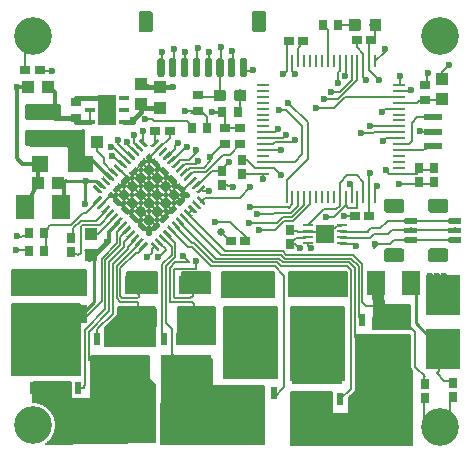
<source format=gtl>
G04 #@! TF.GenerationSoftware,KiCad,Pcbnew,(5.1.2-1)-1*
G04 #@! TF.CreationDate,2019-08-23T13:21:54-04:00*
G04 #@! TF.ProjectId,PCB_V1.2,5043425f-5631-42e3-922e-6b696361645f,rev?*
G04 #@! TF.SameCoordinates,Original*
G04 #@! TF.FileFunction,Copper,L1,Top*
G04 #@! TF.FilePolarity,Positive*
%FSLAX46Y46*%
G04 Gerber Fmt 4.6, Leading zero omitted, Abs format (unit mm)*
G04 Created by KiCad (PCBNEW (5.1.2-1)-1) date 2019-08-23 13:21:54*
%MOMM*%
%LPD*%
G04 APERTURE LIST*
%ADD10C,0.500000*%
%ADD11C,0.371482*%
%ADD12C,0.100000*%
%ADD13C,0.342366*%
%ADD14C,0.250000*%
%ADD15C,0.806226*%
%ADD16R,1.080000X1.050000*%
%ADD17R,0.530000X1.330000*%
%ADD18R,4.350000X3.700000*%
%ADD19R,0.530000X1.130000*%
%ADD20R,3.000000X3.500000*%
%ADD21C,1.200000*%
%ADD22C,1.400000*%
%ADD23R,1.050000X1.080000*%
%ADD24R,0.700000X0.900000*%
%ADD25R,0.740000X0.925000*%
%ADD26R,0.925000X0.740000*%
%ADD27R,0.900000X0.700000*%
%ADD28R,0.220000X1.000000*%
%ADD29R,1.000000X0.220000*%
%ADD30R,1.000000X1.100000*%
%ADD31C,1.000000*%
%ADD32R,1.600000X0.600000*%
%ADD33R,2.700000X1.600000*%
%ADD34R,1.600000X2.500000*%
%ADD35R,0.850000X0.450000*%
%ADD36R,2.000000X1.500000*%
%ADD37R,1.500000X2.000000*%
%ADD38R,3.000000X3.000000*%
%ADD39R,1.600000X1.650000*%
%ADD40O,0.850000X0.250000*%
%ADD41C,0.600000*%
%ADD42R,1.400000X1.400000*%
%ADD43C,0.650000*%
%ADD44C,3.200000*%
%ADD45C,0.160000*%
%ADD46C,0.300000*%
%ADD47C,0.250000*%
%ADD48C,0.406400*%
%ADD49C,0.304800*%
%ADD50C,0.260000*%
%ADD51C,1.016000*%
%ADD52C,0.460000*%
%ADD53C,0.200000*%
%ADD54C,0.152400*%
G04 APERTURE END LIST*
D10*
X166512673Y-115778600D03*
X167219780Y-115071493D03*
X167926886Y-114364386D03*
X168633993Y-113657280D03*
X169341100Y-112950173D03*
X167219780Y-116485707D03*
X167926886Y-115778600D03*
X168633993Y-115071493D03*
X169341100Y-114364386D03*
X170048207Y-113657280D03*
X167926886Y-117192814D03*
X168633993Y-116485707D03*
X169341100Y-115778600D03*
X170048207Y-115071493D03*
X170755314Y-114364386D03*
X168633993Y-117899920D03*
X169341100Y-117192814D03*
X170048207Y-116485707D03*
X170755314Y-115778600D03*
X171462420Y-115071493D03*
X169341100Y-118607027D03*
X170048207Y-117899920D03*
X170755314Y-117192814D03*
X171462420Y-116485707D03*
X172169527Y-115778600D03*
D11*
X166662933Y-116335447D03*
D12*
G36*
X166436674Y-115994123D02*
G01*
X166452596Y-115985612D01*
X166469872Y-115980371D01*
X166487840Y-115978602D01*
X166595739Y-115978602D01*
X166613706Y-115980371D01*
X166630983Y-115985612D01*
X166646905Y-115994123D01*
X166660861Y-116005576D01*
X166992804Y-116337519D01*
X167004257Y-116351475D01*
X167012768Y-116367397D01*
X167018009Y-116384674D01*
X167019778Y-116402641D01*
X167019778Y-116510540D01*
X167018009Y-116528508D01*
X167012768Y-116545784D01*
X167004257Y-116561706D01*
X166992804Y-116575662D01*
X166849199Y-116719267D01*
X166835243Y-116730720D01*
X166819321Y-116739232D01*
X166802044Y-116744472D01*
X166784077Y-116746241D01*
X166766109Y-116744472D01*
X166748832Y-116739232D01*
X166732910Y-116730720D01*
X166718954Y-116719267D01*
X166279113Y-116279426D01*
X166267660Y-116265470D01*
X166259148Y-116249548D01*
X166253908Y-116232271D01*
X166252139Y-116214303D01*
X166253908Y-116196336D01*
X166259148Y-116179059D01*
X166267660Y-116163137D01*
X166279113Y-116149181D01*
X166422718Y-116005576D01*
X166436674Y-115994123D01*
X166436674Y-115994123D01*
G37*
D11*
X167370040Y-117042553D03*
D12*
G36*
X167143781Y-116701229D02*
G01*
X167159703Y-116692718D01*
X167176979Y-116687477D01*
X167194947Y-116685708D01*
X167302846Y-116685708D01*
X167320813Y-116687477D01*
X167338090Y-116692718D01*
X167354012Y-116701229D01*
X167367968Y-116712682D01*
X167699911Y-117044625D01*
X167711364Y-117058581D01*
X167719875Y-117074503D01*
X167725116Y-117091780D01*
X167726885Y-117109747D01*
X167726885Y-117217646D01*
X167725116Y-117235614D01*
X167719875Y-117252890D01*
X167711364Y-117268812D01*
X167699911Y-117282768D01*
X167556306Y-117426373D01*
X167542350Y-117437826D01*
X167526428Y-117446338D01*
X167509151Y-117451578D01*
X167491184Y-117453347D01*
X167473216Y-117451578D01*
X167455939Y-117446338D01*
X167440017Y-117437826D01*
X167426061Y-117426373D01*
X166986220Y-116986532D01*
X166974767Y-116972576D01*
X166966255Y-116956654D01*
X166961015Y-116939377D01*
X166959246Y-116921409D01*
X166961015Y-116903442D01*
X166966255Y-116886165D01*
X166974767Y-116870243D01*
X166986220Y-116856287D01*
X167129825Y-116712682D01*
X167143781Y-116701229D01*
X167143781Y-116701229D01*
G37*
D11*
X168077147Y-117749660D03*
D12*
G36*
X167850888Y-117408336D02*
G01*
X167866810Y-117399825D01*
X167884086Y-117394584D01*
X167902054Y-117392815D01*
X168009953Y-117392815D01*
X168027920Y-117394584D01*
X168045197Y-117399825D01*
X168061119Y-117408336D01*
X168075075Y-117419789D01*
X168407018Y-117751732D01*
X168418471Y-117765688D01*
X168426982Y-117781610D01*
X168432223Y-117798887D01*
X168433992Y-117816854D01*
X168433992Y-117924753D01*
X168432223Y-117942721D01*
X168426982Y-117959997D01*
X168418471Y-117975919D01*
X168407018Y-117989875D01*
X168263413Y-118133480D01*
X168249457Y-118144933D01*
X168233535Y-118153445D01*
X168216258Y-118158685D01*
X168198291Y-118160454D01*
X168180323Y-118158685D01*
X168163046Y-118153445D01*
X168147124Y-118144933D01*
X168133168Y-118133480D01*
X167693327Y-117693639D01*
X167681874Y-117679683D01*
X167673362Y-117663761D01*
X167668122Y-117646484D01*
X167666353Y-117628516D01*
X167668122Y-117610549D01*
X167673362Y-117593272D01*
X167681874Y-117577350D01*
X167693327Y-117563394D01*
X167836932Y-117419789D01*
X167850888Y-117408336D01*
X167850888Y-117408336D01*
G37*
D11*
X168784253Y-118456767D03*
D12*
G36*
X168557994Y-118115443D02*
G01*
X168573916Y-118106932D01*
X168591192Y-118101691D01*
X168609160Y-118099922D01*
X168717059Y-118099922D01*
X168735026Y-118101691D01*
X168752303Y-118106932D01*
X168768225Y-118115443D01*
X168782181Y-118126896D01*
X169114124Y-118458839D01*
X169125577Y-118472795D01*
X169134088Y-118488717D01*
X169139329Y-118505994D01*
X169141098Y-118523961D01*
X169141098Y-118631860D01*
X169139329Y-118649828D01*
X169134088Y-118667104D01*
X169125577Y-118683026D01*
X169114124Y-118696982D01*
X168970519Y-118840587D01*
X168956563Y-118852040D01*
X168940641Y-118860552D01*
X168923364Y-118865792D01*
X168905397Y-118867561D01*
X168887429Y-118865792D01*
X168870152Y-118860552D01*
X168854230Y-118852040D01*
X168840274Y-118840587D01*
X168400433Y-118400746D01*
X168388980Y-118386790D01*
X168380468Y-118370868D01*
X168375228Y-118353591D01*
X168373459Y-118335623D01*
X168375228Y-118317656D01*
X168380468Y-118300379D01*
X168388980Y-118284457D01*
X168400433Y-118270501D01*
X168544038Y-118126896D01*
X168557994Y-118115443D01*
X168557994Y-118115443D01*
G37*
D11*
X169897947Y-113100433D03*
D12*
G36*
X169725637Y-112705160D02*
G01*
X169741559Y-112696648D01*
X169758836Y-112691408D01*
X169776803Y-112689639D01*
X169794771Y-112691408D01*
X169812048Y-112696648D01*
X169827970Y-112705160D01*
X169841926Y-112716613D01*
X170281767Y-113156454D01*
X170293220Y-113170410D01*
X170301732Y-113186332D01*
X170306972Y-113203609D01*
X170308741Y-113221577D01*
X170306972Y-113239544D01*
X170301732Y-113256821D01*
X170293220Y-113272743D01*
X170281767Y-113286699D01*
X170138162Y-113430304D01*
X170124206Y-113441757D01*
X170108284Y-113450268D01*
X170091008Y-113455509D01*
X170073040Y-113457278D01*
X169965141Y-113457278D01*
X169947174Y-113455509D01*
X169929897Y-113450268D01*
X169913975Y-113441757D01*
X169900019Y-113430304D01*
X169568076Y-113098361D01*
X169556623Y-113084405D01*
X169548112Y-113068483D01*
X169542871Y-113051206D01*
X169541102Y-113033239D01*
X169541102Y-112925340D01*
X169542871Y-112907372D01*
X169548112Y-112890096D01*
X169556623Y-112874174D01*
X169568076Y-112860218D01*
X169711681Y-112716613D01*
X169725637Y-112705160D01*
X169725637Y-112705160D01*
G37*
D11*
X170605053Y-113807540D03*
D12*
G36*
X170432743Y-113412267D02*
G01*
X170448665Y-113403755D01*
X170465942Y-113398515D01*
X170483909Y-113396746D01*
X170501877Y-113398515D01*
X170519154Y-113403755D01*
X170535076Y-113412267D01*
X170549032Y-113423720D01*
X170988873Y-113863561D01*
X171000326Y-113877517D01*
X171008838Y-113893439D01*
X171014078Y-113910716D01*
X171015847Y-113928684D01*
X171014078Y-113946651D01*
X171008838Y-113963928D01*
X171000326Y-113979850D01*
X170988873Y-113993806D01*
X170845268Y-114137411D01*
X170831312Y-114148864D01*
X170815390Y-114157375D01*
X170798114Y-114162616D01*
X170780146Y-114164385D01*
X170672247Y-114164385D01*
X170654280Y-114162616D01*
X170637003Y-114157375D01*
X170621081Y-114148864D01*
X170607125Y-114137411D01*
X170275182Y-113805468D01*
X170263729Y-113791512D01*
X170255218Y-113775590D01*
X170249977Y-113758313D01*
X170248208Y-113740346D01*
X170248208Y-113632447D01*
X170249977Y-113614479D01*
X170255218Y-113597203D01*
X170263729Y-113581281D01*
X170275182Y-113567325D01*
X170418787Y-113423720D01*
X170432743Y-113412267D01*
X170432743Y-113412267D01*
G37*
D11*
X171312160Y-114514647D03*
D12*
G36*
X171139850Y-114119374D02*
G01*
X171155772Y-114110862D01*
X171173049Y-114105622D01*
X171191016Y-114103853D01*
X171208984Y-114105622D01*
X171226261Y-114110862D01*
X171242183Y-114119374D01*
X171256139Y-114130827D01*
X171695980Y-114570668D01*
X171707433Y-114584624D01*
X171715945Y-114600546D01*
X171721185Y-114617823D01*
X171722954Y-114635791D01*
X171721185Y-114653758D01*
X171715945Y-114671035D01*
X171707433Y-114686957D01*
X171695980Y-114700913D01*
X171552375Y-114844518D01*
X171538419Y-114855971D01*
X171522497Y-114864482D01*
X171505221Y-114869723D01*
X171487253Y-114871492D01*
X171379354Y-114871492D01*
X171361387Y-114869723D01*
X171344110Y-114864482D01*
X171328188Y-114855971D01*
X171314232Y-114844518D01*
X170982289Y-114512575D01*
X170970836Y-114498619D01*
X170962325Y-114482697D01*
X170957084Y-114465420D01*
X170955315Y-114447453D01*
X170955315Y-114339554D01*
X170957084Y-114321586D01*
X170962325Y-114304310D01*
X170970836Y-114288388D01*
X170982289Y-114274432D01*
X171125894Y-114130827D01*
X171139850Y-114119374D01*
X171139850Y-114119374D01*
G37*
D11*
X172019267Y-115221753D03*
D12*
G36*
X171846957Y-114826480D02*
G01*
X171862879Y-114817968D01*
X171880156Y-114812728D01*
X171898123Y-114810959D01*
X171916091Y-114812728D01*
X171933368Y-114817968D01*
X171949290Y-114826480D01*
X171963246Y-114837933D01*
X172403087Y-115277774D01*
X172414540Y-115291730D01*
X172423052Y-115307652D01*
X172428292Y-115324929D01*
X172430061Y-115342897D01*
X172428292Y-115360864D01*
X172423052Y-115378141D01*
X172414540Y-115394063D01*
X172403087Y-115408019D01*
X172259482Y-115551624D01*
X172245526Y-115563077D01*
X172229604Y-115571588D01*
X172212328Y-115576829D01*
X172194360Y-115578598D01*
X172086461Y-115578598D01*
X172068494Y-115576829D01*
X172051217Y-115571588D01*
X172035295Y-115563077D01*
X172021339Y-115551624D01*
X171689396Y-115219681D01*
X171677943Y-115205725D01*
X171669432Y-115189803D01*
X171664191Y-115172526D01*
X171662422Y-115154559D01*
X171662422Y-115046660D01*
X171664191Y-115028692D01*
X171669432Y-115011416D01*
X171677943Y-114995494D01*
X171689396Y-114981538D01*
X171833001Y-114837933D01*
X171846957Y-114826480D01*
X171846957Y-114826480D01*
G37*
D11*
X166662933Y-115221753D03*
D12*
G36*
X166732910Y-114826480D02*
G01*
X166748832Y-114817968D01*
X166766109Y-114812728D01*
X166784077Y-114810959D01*
X166802044Y-114812728D01*
X166819321Y-114817968D01*
X166835243Y-114826480D01*
X166849199Y-114837933D01*
X166992804Y-114981538D01*
X167004257Y-114995494D01*
X167012768Y-115011416D01*
X167018009Y-115028692D01*
X167019778Y-115046660D01*
X167019778Y-115154559D01*
X167018009Y-115172526D01*
X167012768Y-115189803D01*
X167004257Y-115205725D01*
X166992804Y-115219681D01*
X166660861Y-115551624D01*
X166646905Y-115563077D01*
X166630983Y-115571588D01*
X166613706Y-115576829D01*
X166595739Y-115578598D01*
X166487840Y-115578598D01*
X166469872Y-115576829D01*
X166452596Y-115571588D01*
X166436674Y-115563077D01*
X166422718Y-115551624D01*
X166279113Y-115408019D01*
X166267660Y-115394063D01*
X166259148Y-115378141D01*
X166253908Y-115360864D01*
X166252139Y-115342897D01*
X166253908Y-115324929D01*
X166259148Y-115307652D01*
X166267660Y-115291730D01*
X166279113Y-115277774D01*
X166718954Y-114837933D01*
X166732910Y-114826480D01*
X166732910Y-114826480D01*
G37*
D11*
X167370040Y-114514647D03*
D12*
G36*
X167440017Y-114119374D02*
G01*
X167455939Y-114110862D01*
X167473216Y-114105622D01*
X167491184Y-114103853D01*
X167509151Y-114105622D01*
X167526428Y-114110862D01*
X167542350Y-114119374D01*
X167556306Y-114130827D01*
X167699911Y-114274432D01*
X167711364Y-114288388D01*
X167719875Y-114304310D01*
X167725116Y-114321586D01*
X167726885Y-114339554D01*
X167726885Y-114447453D01*
X167725116Y-114465420D01*
X167719875Y-114482697D01*
X167711364Y-114498619D01*
X167699911Y-114512575D01*
X167367968Y-114844518D01*
X167354012Y-114855971D01*
X167338090Y-114864482D01*
X167320813Y-114869723D01*
X167302846Y-114871492D01*
X167194947Y-114871492D01*
X167176979Y-114869723D01*
X167159703Y-114864482D01*
X167143781Y-114855971D01*
X167129825Y-114844518D01*
X166986220Y-114700913D01*
X166974767Y-114686957D01*
X166966255Y-114671035D01*
X166961015Y-114653758D01*
X166959246Y-114635791D01*
X166961015Y-114617823D01*
X166966255Y-114600546D01*
X166974767Y-114584624D01*
X166986220Y-114570668D01*
X167426061Y-114130827D01*
X167440017Y-114119374D01*
X167440017Y-114119374D01*
G37*
D11*
X168077147Y-113807540D03*
D12*
G36*
X168147124Y-113412267D02*
G01*
X168163046Y-113403755D01*
X168180323Y-113398515D01*
X168198291Y-113396746D01*
X168216258Y-113398515D01*
X168233535Y-113403755D01*
X168249457Y-113412267D01*
X168263413Y-113423720D01*
X168407018Y-113567325D01*
X168418471Y-113581281D01*
X168426982Y-113597203D01*
X168432223Y-113614479D01*
X168433992Y-113632447D01*
X168433992Y-113740346D01*
X168432223Y-113758313D01*
X168426982Y-113775590D01*
X168418471Y-113791512D01*
X168407018Y-113805468D01*
X168075075Y-114137411D01*
X168061119Y-114148864D01*
X168045197Y-114157375D01*
X168027920Y-114162616D01*
X168009953Y-114164385D01*
X167902054Y-114164385D01*
X167884086Y-114162616D01*
X167866810Y-114157375D01*
X167850888Y-114148864D01*
X167836932Y-114137411D01*
X167693327Y-113993806D01*
X167681874Y-113979850D01*
X167673362Y-113963928D01*
X167668122Y-113946651D01*
X167666353Y-113928684D01*
X167668122Y-113910716D01*
X167673362Y-113893439D01*
X167681874Y-113877517D01*
X167693327Y-113863561D01*
X168133168Y-113423720D01*
X168147124Y-113412267D01*
X168147124Y-113412267D01*
G37*
D11*
X168784253Y-113100433D03*
D12*
G36*
X168854230Y-112705160D02*
G01*
X168870152Y-112696648D01*
X168887429Y-112691408D01*
X168905397Y-112689639D01*
X168923364Y-112691408D01*
X168940641Y-112696648D01*
X168956563Y-112705160D01*
X168970519Y-112716613D01*
X169114124Y-112860218D01*
X169125577Y-112874174D01*
X169134088Y-112890096D01*
X169139329Y-112907372D01*
X169141098Y-112925340D01*
X169141098Y-113033239D01*
X169139329Y-113051206D01*
X169134088Y-113068483D01*
X169125577Y-113084405D01*
X169114124Y-113098361D01*
X168782181Y-113430304D01*
X168768225Y-113441757D01*
X168752303Y-113450268D01*
X168735026Y-113455509D01*
X168717059Y-113457278D01*
X168609160Y-113457278D01*
X168591192Y-113455509D01*
X168573916Y-113450268D01*
X168557994Y-113441757D01*
X168544038Y-113430304D01*
X168400433Y-113286699D01*
X168388980Y-113272743D01*
X168380468Y-113256821D01*
X168375228Y-113239544D01*
X168373459Y-113221577D01*
X168375228Y-113203609D01*
X168380468Y-113186332D01*
X168388980Y-113170410D01*
X168400433Y-113156454D01*
X168840274Y-112716613D01*
X168854230Y-112705160D01*
X168854230Y-112705160D01*
G37*
D11*
X169897947Y-118456767D03*
D12*
G36*
X169913975Y-118115443D02*
G01*
X169929897Y-118106932D01*
X169947174Y-118101691D01*
X169965141Y-118099922D01*
X170073040Y-118099922D01*
X170091008Y-118101691D01*
X170108284Y-118106932D01*
X170124206Y-118115443D01*
X170138162Y-118126896D01*
X170281767Y-118270501D01*
X170293220Y-118284457D01*
X170301732Y-118300379D01*
X170306972Y-118317656D01*
X170308741Y-118335623D01*
X170306972Y-118353591D01*
X170301732Y-118370868D01*
X170293220Y-118386790D01*
X170281767Y-118400746D01*
X169841926Y-118840587D01*
X169827970Y-118852040D01*
X169812048Y-118860552D01*
X169794771Y-118865792D01*
X169776803Y-118867561D01*
X169758836Y-118865792D01*
X169741559Y-118860552D01*
X169725637Y-118852040D01*
X169711681Y-118840587D01*
X169568076Y-118696982D01*
X169556623Y-118683026D01*
X169548112Y-118667104D01*
X169542871Y-118649828D01*
X169541102Y-118631860D01*
X169541102Y-118523961D01*
X169542871Y-118505994D01*
X169548112Y-118488717D01*
X169556623Y-118472795D01*
X169568076Y-118458839D01*
X169900019Y-118126896D01*
X169913975Y-118115443D01*
X169913975Y-118115443D01*
G37*
D11*
X170605053Y-117749660D03*
D12*
G36*
X170621081Y-117408336D02*
G01*
X170637003Y-117399825D01*
X170654280Y-117394584D01*
X170672247Y-117392815D01*
X170780146Y-117392815D01*
X170798114Y-117394584D01*
X170815390Y-117399825D01*
X170831312Y-117408336D01*
X170845268Y-117419789D01*
X170988873Y-117563394D01*
X171000326Y-117577350D01*
X171008838Y-117593272D01*
X171014078Y-117610549D01*
X171015847Y-117628516D01*
X171014078Y-117646484D01*
X171008838Y-117663761D01*
X171000326Y-117679683D01*
X170988873Y-117693639D01*
X170549032Y-118133480D01*
X170535076Y-118144933D01*
X170519154Y-118153445D01*
X170501877Y-118158685D01*
X170483909Y-118160454D01*
X170465942Y-118158685D01*
X170448665Y-118153445D01*
X170432743Y-118144933D01*
X170418787Y-118133480D01*
X170275182Y-117989875D01*
X170263729Y-117975919D01*
X170255218Y-117959997D01*
X170249977Y-117942721D01*
X170248208Y-117924753D01*
X170248208Y-117816854D01*
X170249977Y-117798887D01*
X170255218Y-117781610D01*
X170263729Y-117765688D01*
X170275182Y-117751732D01*
X170607125Y-117419789D01*
X170621081Y-117408336D01*
X170621081Y-117408336D01*
G37*
D11*
X171312160Y-117042553D03*
D12*
G36*
X171328188Y-116701229D02*
G01*
X171344110Y-116692718D01*
X171361387Y-116687477D01*
X171379354Y-116685708D01*
X171487253Y-116685708D01*
X171505221Y-116687477D01*
X171522497Y-116692718D01*
X171538419Y-116701229D01*
X171552375Y-116712682D01*
X171695980Y-116856287D01*
X171707433Y-116870243D01*
X171715945Y-116886165D01*
X171721185Y-116903442D01*
X171722954Y-116921409D01*
X171721185Y-116939377D01*
X171715945Y-116956654D01*
X171707433Y-116972576D01*
X171695980Y-116986532D01*
X171256139Y-117426373D01*
X171242183Y-117437826D01*
X171226261Y-117446338D01*
X171208984Y-117451578D01*
X171191016Y-117453347D01*
X171173049Y-117451578D01*
X171155772Y-117446338D01*
X171139850Y-117437826D01*
X171125894Y-117426373D01*
X170982289Y-117282768D01*
X170970836Y-117268812D01*
X170962325Y-117252890D01*
X170957084Y-117235614D01*
X170955315Y-117217646D01*
X170955315Y-117109747D01*
X170957084Y-117091780D01*
X170962325Y-117074503D01*
X170970836Y-117058581D01*
X170982289Y-117044625D01*
X171314232Y-116712682D01*
X171328188Y-116701229D01*
X171328188Y-116701229D01*
G37*
D11*
X172019267Y-116335447D03*
D12*
G36*
X172035295Y-115994123D02*
G01*
X172051217Y-115985612D01*
X172068494Y-115980371D01*
X172086461Y-115978602D01*
X172194360Y-115978602D01*
X172212328Y-115980371D01*
X172229604Y-115985612D01*
X172245526Y-115994123D01*
X172259482Y-116005576D01*
X172403087Y-116149181D01*
X172414540Y-116163137D01*
X172423052Y-116179059D01*
X172428292Y-116196336D01*
X172430061Y-116214303D01*
X172428292Y-116232271D01*
X172423052Y-116249548D01*
X172414540Y-116265470D01*
X172403087Y-116279426D01*
X171963246Y-116719267D01*
X171949290Y-116730720D01*
X171933368Y-116739232D01*
X171916091Y-116744472D01*
X171898123Y-116746241D01*
X171880156Y-116744472D01*
X171862879Y-116739232D01*
X171846957Y-116730720D01*
X171833001Y-116719267D01*
X171689396Y-116575662D01*
X171677943Y-116561706D01*
X171669432Y-116545784D01*
X171664191Y-116528508D01*
X171662422Y-116510540D01*
X171662422Y-116402641D01*
X171664191Y-116384674D01*
X171669432Y-116367397D01*
X171677943Y-116351475D01*
X171689396Y-116337519D01*
X172021339Y-116005576D01*
X172035295Y-115994123D01*
X172035295Y-115994123D01*
G37*
D13*
X166106086Y-115778600D03*
D12*
G36*
X166041698Y-115518337D02*
G01*
X166061735Y-115507627D01*
X166083476Y-115501032D01*
X166106086Y-115498805D01*
X166128696Y-115501032D01*
X166150437Y-115507627D01*
X166170474Y-115518337D01*
X166188036Y-115532750D01*
X166278728Y-115623441D01*
X166293140Y-115641003D01*
X166303850Y-115661040D01*
X166310446Y-115682781D01*
X166312672Y-115705391D01*
X166312672Y-115851809D01*
X166310446Y-115874419D01*
X166303850Y-115896160D01*
X166293140Y-115916197D01*
X166278728Y-115933759D01*
X166188036Y-116024450D01*
X166170474Y-116038863D01*
X166150437Y-116049573D01*
X166128696Y-116056168D01*
X166106086Y-116058395D01*
X166083476Y-116056168D01*
X166061735Y-116049573D01*
X166041698Y-116038863D01*
X166024136Y-116024450D01*
X165860236Y-115860550D01*
X165845823Y-115842988D01*
X165835113Y-115822951D01*
X165828518Y-115801210D01*
X165826291Y-115778600D01*
X165828518Y-115755990D01*
X165835113Y-115734249D01*
X165845823Y-115714212D01*
X165860236Y-115696650D01*
X166024136Y-115532750D01*
X166041698Y-115518337D01*
X166041698Y-115518337D01*
G37*
D13*
X169341100Y-119013614D03*
D12*
G36*
X169203503Y-118826560D02*
G01*
X169223540Y-118815850D01*
X169245281Y-118809254D01*
X169267891Y-118807028D01*
X169414309Y-118807028D01*
X169436919Y-118809254D01*
X169458660Y-118815850D01*
X169478697Y-118826560D01*
X169496259Y-118840972D01*
X169586950Y-118931664D01*
X169601363Y-118949226D01*
X169612073Y-118969263D01*
X169618668Y-118991004D01*
X169620895Y-119013614D01*
X169618668Y-119036224D01*
X169612073Y-119057965D01*
X169601363Y-119078002D01*
X169586950Y-119095564D01*
X169423050Y-119259464D01*
X169405488Y-119273877D01*
X169385451Y-119284587D01*
X169363710Y-119291182D01*
X169341100Y-119293409D01*
X169318490Y-119291182D01*
X169296749Y-119284587D01*
X169276712Y-119273877D01*
X169259150Y-119259464D01*
X169095250Y-119095564D01*
X169080837Y-119078002D01*
X169070127Y-119057965D01*
X169063532Y-119036224D01*
X169061305Y-119013614D01*
X169063532Y-118991004D01*
X169070127Y-118969263D01*
X169080837Y-118949226D01*
X169095250Y-118931664D01*
X169185941Y-118840972D01*
X169203503Y-118826560D01*
X169203503Y-118826560D01*
G37*
D13*
X169341100Y-112543586D03*
D12*
G36*
X169276712Y-112283323D02*
G01*
X169296749Y-112272613D01*
X169318490Y-112266018D01*
X169341100Y-112263791D01*
X169363710Y-112266018D01*
X169385451Y-112272613D01*
X169405488Y-112283323D01*
X169423050Y-112297736D01*
X169586950Y-112461636D01*
X169601363Y-112479198D01*
X169612073Y-112499235D01*
X169618668Y-112520976D01*
X169620895Y-112543586D01*
X169618668Y-112566196D01*
X169612073Y-112587937D01*
X169601363Y-112607974D01*
X169586950Y-112625536D01*
X169496259Y-112716228D01*
X169478697Y-112730640D01*
X169458660Y-112741350D01*
X169436919Y-112747946D01*
X169414309Y-112750172D01*
X169267891Y-112750172D01*
X169245281Y-112747946D01*
X169223540Y-112741350D01*
X169203503Y-112730640D01*
X169185941Y-112716228D01*
X169095250Y-112625536D01*
X169080837Y-112607974D01*
X169070127Y-112587937D01*
X169063532Y-112566196D01*
X169061305Y-112543586D01*
X169063532Y-112520976D01*
X169070127Y-112499235D01*
X169080837Y-112479198D01*
X169095250Y-112461636D01*
X169259150Y-112297736D01*
X169276712Y-112283323D01*
X169276712Y-112283323D01*
G37*
D13*
X172576114Y-115778600D03*
D12*
G36*
X172511726Y-115518337D02*
G01*
X172531763Y-115507627D01*
X172553504Y-115501032D01*
X172576114Y-115498805D01*
X172598724Y-115501032D01*
X172620465Y-115507627D01*
X172640502Y-115518337D01*
X172658064Y-115532750D01*
X172821964Y-115696650D01*
X172836377Y-115714212D01*
X172847087Y-115734249D01*
X172853682Y-115755990D01*
X172855909Y-115778600D01*
X172853682Y-115801210D01*
X172847087Y-115822951D01*
X172836377Y-115842988D01*
X172821964Y-115860550D01*
X172658064Y-116024450D01*
X172640502Y-116038863D01*
X172620465Y-116049573D01*
X172598724Y-116056168D01*
X172576114Y-116058395D01*
X172553504Y-116056168D01*
X172531763Y-116049573D01*
X172511726Y-116038863D01*
X172494164Y-116024450D01*
X172403472Y-115933759D01*
X172389060Y-115916197D01*
X172378350Y-115896160D01*
X172371754Y-115874419D01*
X172369528Y-115851809D01*
X172369528Y-115705391D01*
X172371754Y-115682781D01*
X172378350Y-115661040D01*
X172389060Y-115641003D01*
X172403472Y-115623441D01*
X172494164Y-115532750D01*
X172511726Y-115518337D01*
X172511726Y-115518337D01*
G37*
G36*
X165192974Y-115893178D02*
G01*
X165199041Y-115894078D01*
X165204991Y-115895568D01*
X165210766Y-115897635D01*
X165216310Y-115900257D01*
X165221571Y-115903410D01*
X165226498Y-115907064D01*
X165231042Y-115911183D01*
X165319430Y-115999571D01*
X165323549Y-116004115D01*
X165327203Y-116009042D01*
X165330356Y-116014303D01*
X165332978Y-116019847D01*
X165335045Y-116025622D01*
X165336535Y-116031572D01*
X165337435Y-116037639D01*
X165337736Y-116043765D01*
X165337435Y-116049891D01*
X165336535Y-116055958D01*
X165335045Y-116061908D01*
X165332978Y-116067683D01*
X165330356Y-116073227D01*
X165327203Y-116078488D01*
X165323549Y-116083415D01*
X165319430Y-116087959D01*
X164789100Y-116618289D01*
X164784556Y-116622408D01*
X164779629Y-116626062D01*
X164774368Y-116629215D01*
X164768824Y-116631837D01*
X164763049Y-116633904D01*
X164757099Y-116635394D01*
X164751032Y-116636294D01*
X164744906Y-116636595D01*
X164738780Y-116636294D01*
X164732713Y-116635394D01*
X164726763Y-116633904D01*
X164720988Y-116631837D01*
X164715444Y-116629215D01*
X164710183Y-116626062D01*
X164705256Y-116622408D01*
X164700712Y-116618289D01*
X164612324Y-116529901D01*
X164608205Y-116525357D01*
X164604551Y-116520430D01*
X164601398Y-116515169D01*
X164598776Y-116509625D01*
X164596709Y-116503850D01*
X164595219Y-116497900D01*
X164594319Y-116491833D01*
X164594018Y-116485707D01*
X164594319Y-116479581D01*
X164595219Y-116473514D01*
X164596709Y-116467564D01*
X164598776Y-116461789D01*
X164601398Y-116456245D01*
X164604551Y-116450984D01*
X164608205Y-116446057D01*
X164612324Y-116441513D01*
X165142654Y-115911183D01*
X165147198Y-115907064D01*
X165152125Y-115903410D01*
X165157386Y-115900257D01*
X165162930Y-115897635D01*
X165168705Y-115895568D01*
X165174655Y-115894078D01*
X165180722Y-115893178D01*
X165186848Y-115892877D01*
X165192974Y-115893178D01*
X165192974Y-115893178D01*
G37*
D14*
X164965877Y-116264736D03*
D12*
G36*
X165546527Y-116246731D02*
G01*
X165552594Y-116247631D01*
X165558544Y-116249121D01*
X165564319Y-116251188D01*
X165569863Y-116253810D01*
X165575124Y-116256963D01*
X165580051Y-116260617D01*
X165584595Y-116264736D01*
X165672983Y-116353124D01*
X165677102Y-116357668D01*
X165680756Y-116362595D01*
X165683909Y-116367856D01*
X165686531Y-116373400D01*
X165688598Y-116379175D01*
X165690088Y-116385125D01*
X165690988Y-116391192D01*
X165691289Y-116397318D01*
X165690988Y-116403444D01*
X165690088Y-116409511D01*
X165688598Y-116415461D01*
X165686531Y-116421236D01*
X165683909Y-116426780D01*
X165680756Y-116432041D01*
X165677102Y-116436968D01*
X165672983Y-116441512D01*
X165142653Y-116971842D01*
X165138109Y-116975961D01*
X165133182Y-116979615D01*
X165127921Y-116982768D01*
X165122377Y-116985390D01*
X165116602Y-116987457D01*
X165110652Y-116988947D01*
X165104585Y-116989847D01*
X165098459Y-116990148D01*
X165092333Y-116989847D01*
X165086266Y-116988947D01*
X165080316Y-116987457D01*
X165074541Y-116985390D01*
X165068997Y-116982768D01*
X165063736Y-116979615D01*
X165058809Y-116975961D01*
X165054265Y-116971842D01*
X164965877Y-116883454D01*
X164961758Y-116878910D01*
X164958104Y-116873983D01*
X164954951Y-116868722D01*
X164952329Y-116863178D01*
X164950262Y-116857403D01*
X164948772Y-116851453D01*
X164947872Y-116845386D01*
X164947571Y-116839260D01*
X164947872Y-116833134D01*
X164948772Y-116827067D01*
X164950262Y-116821117D01*
X164952329Y-116815342D01*
X164954951Y-116809798D01*
X164958104Y-116804537D01*
X164961758Y-116799610D01*
X164965877Y-116795066D01*
X165496207Y-116264736D01*
X165500751Y-116260617D01*
X165505678Y-116256963D01*
X165510939Y-116253810D01*
X165516483Y-116251188D01*
X165522258Y-116249121D01*
X165528208Y-116247631D01*
X165534275Y-116246731D01*
X165540401Y-116246430D01*
X165546527Y-116246731D01*
X165546527Y-116246731D01*
G37*
D14*
X165319430Y-116618289D03*
D12*
G36*
X165900081Y-116600285D02*
G01*
X165906148Y-116601185D01*
X165912098Y-116602675D01*
X165917873Y-116604742D01*
X165923417Y-116607364D01*
X165928678Y-116610517D01*
X165933605Y-116614171D01*
X165938149Y-116618290D01*
X166026537Y-116706678D01*
X166030656Y-116711222D01*
X166034310Y-116716149D01*
X166037463Y-116721410D01*
X166040085Y-116726954D01*
X166042152Y-116732729D01*
X166043642Y-116738679D01*
X166044542Y-116744746D01*
X166044843Y-116750872D01*
X166044542Y-116756998D01*
X166043642Y-116763065D01*
X166042152Y-116769015D01*
X166040085Y-116774790D01*
X166037463Y-116780334D01*
X166034310Y-116785595D01*
X166030656Y-116790522D01*
X166026537Y-116795066D01*
X165496207Y-117325396D01*
X165491663Y-117329515D01*
X165486736Y-117333169D01*
X165481475Y-117336322D01*
X165475931Y-117338944D01*
X165470156Y-117341011D01*
X165464206Y-117342501D01*
X165458139Y-117343401D01*
X165452013Y-117343702D01*
X165445887Y-117343401D01*
X165439820Y-117342501D01*
X165433870Y-117341011D01*
X165428095Y-117338944D01*
X165422551Y-117336322D01*
X165417290Y-117333169D01*
X165412363Y-117329515D01*
X165407819Y-117325396D01*
X165319431Y-117237008D01*
X165315312Y-117232464D01*
X165311658Y-117227537D01*
X165308505Y-117222276D01*
X165305883Y-117216732D01*
X165303816Y-117210957D01*
X165302326Y-117205007D01*
X165301426Y-117198940D01*
X165301125Y-117192814D01*
X165301426Y-117186688D01*
X165302326Y-117180621D01*
X165303816Y-117174671D01*
X165305883Y-117168896D01*
X165308505Y-117163352D01*
X165311658Y-117158091D01*
X165315312Y-117153164D01*
X165319431Y-117148620D01*
X165849761Y-116618290D01*
X165854305Y-116614171D01*
X165859232Y-116610517D01*
X165864493Y-116607364D01*
X165870037Y-116604742D01*
X165875812Y-116602675D01*
X165881762Y-116601185D01*
X165887829Y-116600285D01*
X165893955Y-116599984D01*
X165900081Y-116600285D01*
X165900081Y-116600285D01*
G37*
D14*
X165672984Y-116971843D03*
D12*
G36*
X166253634Y-116953838D02*
G01*
X166259701Y-116954738D01*
X166265651Y-116956228D01*
X166271426Y-116958295D01*
X166276970Y-116960917D01*
X166282231Y-116964070D01*
X166287158Y-116967724D01*
X166291702Y-116971843D01*
X166380090Y-117060231D01*
X166384209Y-117064775D01*
X166387863Y-117069702D01*
X166391016Y-117074963D01*
X166393638Y-117080507D01*
X166395705Y-117086282D01*
X166397195Y-117092232D01*
X166398095Y-117098299D01*
X166398396Y-117104425D01*
X166398095Y-117110551D01*
X166397195Y-117116618D01*
X166395705Y-117122568D01*
X166393638Y-117128343D01*
X166391016Y-117133887D01*
X166387863Y-117139148D01*
X166384209Y-117144075D01*
X166380090Y-117148619D01*
X165849760Y-117678949D01*
X165845216Y-117683068D01*
X165840289Y-117686722D01*
X165835028Y-117689875D01*
X165829484Y-117692497D01*
X165823709Y-117694564D01*
X165817759Y-117696054D01*
X165811692Y-117696954D01*
X165805566Y-117697255D01*
X165799440Y-117696954D01*
X165793373Y-117696054D01*
X165787423Y-117694564D01*
X165781648Y-117692497D01*
X165776104Y-117689875D01*
X165770843Y-117686722D01*
X165765916Y-117683068D01*
X165761372Y-117678949D01*
X165672984Y-117590561D01*
X165668865Y-117586017D01*
X165665211Y-117581090D01*
X165662058Y-117575829D01*
X165659436Y-117570285D01*
X165657369Y-117564510D01*
X165655879Y-117558560D01*
X165654979Y-117552493D01*
X165654678Y-117546367D01*
X165654979Y-117540241D01*
X165655879Y-117534174D01*
X165657369Y-117528224D01*
X165659436Y-117522449D01*
X165662058Y-117516905D01*
X165665211Y-117511644D01*
X165668865Y-117506717D01*
X165672984Y-117502173D01*
X166203314Y-116971843D01*
X166207858Y-116967724D01*
X166212785Y-116964070D01*
X166218046Y-116960917D01*
X166223590Y-116958295D01*
X166229365Y-116956228D01*
X166235315Y-116954738D01*
X166241382Y-116953838D01*
X166247508Y-116953537D01*
X166253634Y-116953838D01*
X166253634Y-116953838D01*
G37*
D14*
X166026537Y-117325396D03*
D12*
G36*
X166607187Y-117307391D02*
G01*
X166613254Y-117308291D01*
X166619204Y-117309781D01*
X166624979Y-117311848D01*
X166630523Y-117314470D01*
X166635784Y-117317623D01*
X166640711Y-117321277D01*
X166645255Y-117325396D01*
X166733643Y-117413784D01*
X166737762Y-117418328D01*
X166741416Y-117423255D01*
X166744569Y-117428516D01*
X166747191Y-117434060D01*
X166749258Y-117439835D01*
X166750748Y-117445785D01*
X166751648Y-117451852D01*
X166751949Y-117457978D01*
X166751648Y-117464104D01*
X166750748Y-117470171D01*
X166749258Y-117476121D01*
X166747191Y-117481896D01*
X166744569Y-117487440D01*
X166741416Y-117492701D01*
X166737762Y-117497628D01*
X166733643Y-117502172D01*
X166203313Y-118032502D01*
X166198769Y-118036621D01*
X166193842Y-118040275D01*
X166188581Y-118043428D01*
X166183037Y-118046050D01*
X166177262Y-118048117D01*
X166171312Y-118049607D01*
X166165245Y-118050507D01*
X166159119Y-118050808D01*
X166152993Y-118050507D01*
X166146926Y-118049607D01*
X166140976Y-118048117D01*
X166135201Y-118046050D01*
X166129657Y-118043428D01*
X166124396Y-118040275D01*
X166119469Y-118036621D01*
X166114925Y-118032502D01*
X166026537Y-117944114D01*
X166022418Y-117939570D01*
X166018764Y-117934643D01*
X166015611Y-117929382D01*
X166012989Y-117923838D01*
X166010922Y-117918063D01*
X166009432Y-117912113D01*
X166008532Y-117906046D01*
X166008231Y-117899920D01*
X166008532Y-117893794D01*
X166009432Y-117887727D01*
X166010922Y-117881777D01*
X166012989Y-117876002D01*
X166015611Y-117870458D01*
X166018764Y-117865197D01*
X166022418Y-117860270D01*
X166026537Y-117855726D01*
X166556867Y-117325396D01*
X166561411Y-117321277D01*
X166566338Y-117317623D01*
X166571599Y-117314470D01*
X166577143Y-117311848D01*
X166582918Y-117309781D01*
X166588868Y-117308291D01*
X166594935Y-117307391D01*
X166601061Y-117307090D01*
X166607187Y-117307391D01*
X166607187Y-117307391D01*
G37*
D14*
X166380090Y-117678949D03*
D12*
G36*
X166960741Y-117660945D02*
G01*
X166966808Y-117661845D01*
X166972758Y-117663335D01*
X166978533Y-117665402D01*
X166984077Y-117668024D01*
X166989338Y-117671177D01*
X166994265Y-117674831D01*
X166998809Y-117678950D01*
X167087197Y-117767338D01*
X167091316Y-117771882D01*
X167094970Y-117776809D01*
X167098123Y-117782070D01*
X167100745Y-117787614D01*
X167102812Y-117793389D01*
X167104302Y-117799339D01*
X167105202Y-117805406D01*
X167105503Y-117811532D01*
X167105202Y-117817658D01*
X167104302Y-117823725D01*
X167102812Y-117829675D01*
X167100745Y-117835450D01*
X167098123Y-117840994D01*
X167094970Y-117846255D01*
X167091316Y-117851182D01*
X167087197Y-117855726D01*
X166556867Y-118386056D01*
X166552323Y-118390175D01*
X166547396Y-118393829D01*
X166542135Y-118396982D01*
X166536591Y-118399604D01*
X166530816Y-118401671D01*
X166524866Y-118403161D01*
X166518799Y-118404061D01*
X166512673Y-118404362D01*
X166506547Y-118404061D01*
X166500480Y-118403161D01*
X166494530Y-118401671D01*
X166488755Y-118399604D01*
X166483211Y-118396982D01*
X166477950Y-118393829D01*
X166473023Y-118390175D01*
X166468479Y-118386056D01*
X166380091Y-118297668D01*
X166375972Y-118293124D01*
X166372318Y-118288197D01*
X166369165Y-118282936D01*
X166366543Y-118277392D01*
X166364476Y-118271617D01*
X166362986Y-118265667D01*
X166362086Y-118259600D01*
X166361785Y-118253474D01*
X166362086Y-118247348D01*
X166362986Y-118241281D01*
X166364476Y-118235331D01*
X166366543Y-118229556D01*
X166369165Y-118224012D01*
X166372318Y-118218751D01*
X166375972Y-118213824D01*
X166380091Y-118209280D01*
X166910421Y-117678950D01*
X166914965Y-117674831D01*
X166919892Y-117671177D01*
X166925153Y-117668024D01*
X166930697Y-117665402D01*
X166936472Y-117663335D01*
X166942422Y-117661845D01*
X166948489Y-117660945D01*
X166954615Y-117660644D01*
X166960741Y-117660945D01*
X166960741Y-117660945D01*
G37*
D14*
X166733644Y-118032503D03*
D12*
G36*
X167314294Y-118014498D02*
G01*
X167320361Y-118015398D01*
X167326311Y-118016888D01*
X167332086Y-118018955D01*
X167337630Y-118021577D01*
X167342891Y-118024730D01*
X167347818Y-118028384D01*
X167352362Y-118032503D01*
X167440750Y-118120891D01*
X167444869Y-118125435D01*
X167448523Y-118130362D01*
X167451676Y-118135623D01*
X167454298Y-118141167D01*
X167456365Y-118146942D01*
X167457855Y-118152892D01*
X167458755Y-118158959D01*
X167459056Y-118165085D01*
X167458755Y-118171211D01*
X167457855Y-118177278D01*
X167456365Y-118183228D01*
X167454298Y-118189003D01*
X167451676Y-118194547D01*
X167448523Y-118199808D01*
X167444869Y-118204735D01*
X167440750Y-118209279D01*
X166910420Y-118739609D01*
X166905876Y-118743728D01*
X166900949Y-118747382D01*
X166895688Y-118750535D01*
X166890144Y-118753157D01*
X166884369Y-118755224D01*
X166878419Y-118756714D01*
X166872352Y-118757614D01*
X166866226Y-118757915D01*
X166860100Y-118757614D01*
X166854033Y-118756714D01*
X166848083Y-118755224D01*
X166842308Y-118753157D01*
X166836764Y-118750535D01*
X166831503Y-118747382D01*
X166826576Y-118743728D01*
X166822032Y-118739609D01*
X166733644Y-118651221D01*
X166729525Y-118646677D01*
X166725871Y-118641750D01*
X166722718Y-118636489D01*
X166720096Y-118630945D01*
X166718029Y-118625170D01*
X166716539Y-118619220D01*
X166715639Y-118613153D01*
X166715338Y-118607027D01*
X166715639Y-118600901D01*
X166716539Y-118594834D01*
X166718029Y-118588884D01*
X166720096Y-118583109D01*
X166722718Y-118577565D01*
X166725871Y-118572304D01*
X166729525Y-118567377D01*
X166733644Y-118562833D01*
X167263974Y-118032503D01*
X167268518Y-118028384D01*
X167273445Y-118024730D01*
X167278706Y-118021577D01*
X167284250Y-118018955D01*
X167290025Y-118016888D01*
X167295975Y-118015398D01*
X167302042Y-118014498D01*
X167308168Y-118014197D01*
X167314294Y-118014498D01*
X167314294Y-118014498D01*
G37*
D14*
X167087197Y-118386056D03*
D12*
G36*
X167667848Y-118368052D02*
G01*
X167673915Y-118368952D01*
X167679865Y-118370442D01*
X167685640Y-118372509D01*
X167691184Y-118375131D01*
X167696445Y-118378284D01*
X167701372Y-118381938D01*
X167705916Y-118386057D01*
X167794304Y-118474445D01*
X167798423Y-118478989D01*
X167802077Y-118483916D01*
X167805230Y-118489177D01*
X167807852Y-118494721D01*
X167809919Y-118500496D01*
X167811409Y-118506446D01*
X167812309Y-118512513D01*
X167812610Y-118518639D01*
X167812309Y-118524765D01*
X167811409Y-118530832D01*
X167809919Y-118536782D01*
X167807852Y-118542557D01*
X167805230Y-118548101D01*
X167802077Y-118553362D01*
X167798423Y-118558289D01*
X167794304Y-118562833D01*
X167263974Y-119093163D01*
X167259430Y-119097282D01*
X167254503Y-119100936D01*
X167249242Y-119104089D01*
X167243698Y-119106711D01*
X167237923Y-119108778D01*
X167231973Y-119110268D01*
X167225906Y-119111168D01*
X167219780Y-119111469D01*
X167213654Y-119111168D01*
X167207587Y-119110268D01*
X167201637Y-119108778D01*
X167195862Y-119106711D01*
X167190318Y-119104089D01*
X167185057Y-119100936D01*
X167180130Y-119097282D01*
X167175586Y-119093163D01*
X167087198Y-119004775D01*
X167083079Y-119000231D01*
X167079425Y-118995304D01*
X167076272Y-118990043D01*
X167073650Y-118984499D01*
X167071583Y-118978724D01*
X167070093Y-118972774D01*
X167069193Y-118966707D01*
X167068892Y-118960581D01*
X167069193Y-118954455D01*
X167070093Y-118948388D01*
X167071583Y-118942438D01*
X167073650Y-118936663D01*
X167076272Y-118931119D01*
X167079425Y-118925858D01*
X167083079Y-118920931D01*
X167087198Y-118916387D01*
X167617528Y-118386057D01*
X167622072Y-118381938D01*
X167626999Y-118378284D01*
X167632260Y-118375131D01*
X167637804Y-118372509D01*
X167643579Y-118370442D01*
X167649529Y-118368952D01*
X167655596Y-118368052D01*
X167661722Y-118367751D01*
X167667848Y-118368052D01*
X167667848Y-118368052D01*
G37*
D14*
X167440751Y-118739610D03*
D12*
G36*
X168021401Y-118721605D02*
G01*
X168027468Y-118722505D01*
X168033418Y-118723995D01*
X168039193Y-118726062D01*
X168044737Y-118728684D01*
X168049998Y-118731837D01*
X168054925Y-118735491D01*
X168059469Y-118739610D01*
X168147857Y-118827998D01*
X168151976Y-118832542D01*
X168155630Y-118837469D01*
X168158783Y-118842730D01*
X168161405Y-118848274D01*
X168163472Y-118854049D01*
X168164962Y-118859999D01*
X168165862Y-118866066D01*
X168166163Y-118872192D01*
X168165862Y-118878318D01*
X168164962Y-118884385D01*
X168163472Y-118890335D01*
X168161405Y-118896110D01*
X168158783Y-118901654D01*
X168155630Y-118906915D01*
X168151976Y-118911842D01*
X168147857Y-118916386D01*
X167617527Y-119446716D01*
X167612983Y-119450835D01*
X167608056Y-119454489D01*
X167602795Y-119457642D01*
X167597251Y-119460264D01*
X167591476Y-119462331D01*
X167585526Y-119463821D01*
X167579459Y-119464721D01*
X167573333Y-119465022D01*
X167567207Y-119464721D01*
X167561140Y-119463821D01*
X167555190Y-119462331D01*
X167549415Y-119460264D01*
X167543871Y-119457642D01*
X167538610Y-119454489D01*
X167533683Y-119450835D01*
X167529139Y-119446716D01*
X167440751Y-119358328D01*
X167436632Y-119353784D01*
X167432978Y-119348857D01*
X167429825Y-119343596D01*
X167427203Y-119338052D01*
X167425136Y-119332277D01*
X167423646Y-119326327D01*
X167422746Y-119320260D01*
X167422445Y-119314134D01*
X167422746Y-119308008D01*
X167423646Y-119301941D01*
X167425136Y-119295991D01*
X167427203Y-119290216D01*
X167429825Y-119284672D01*
X167432978Y-119279411D01*
X167436632Y-119274484D01*
X167440751Y-119269940D01*
X167971081Y-118739610D01*
X167975625Y-118735491D01*
X167980552Y-118731837D01*
X167985813Y-118728684D01*
X167991357Y-118726062D01*
X167997132Y-118723995D01*
X168003082Y-118722505D01*
X168009149Y-118721605D01*
X168015275Y-118721304D01*
X168021401Y-118721605D01*
X168021401Y-118721605D01*
G37*
D14*
X167794304Y-119093163D03*
D12*
G36*
X168374954Y-119075158D02*
G01*
X168381021Y-119076058D01*
X168386971Y-119077548D01*
X168392746Y-119079615D01*
X168398290Y-119082237D01*
X168403551Y-119085390D01*
X168408478Y-119089044D01*
X168413022Y-119093163D01*
X168501410Y-119181551D01*
X168505529Y-119186095D01*
X168509183Y-119191022D01*
X168512336Y-119196283D01*
X168514958Y-119201827D01*
X168517025Y-119207602D01*
X168518515Y-119213552D01*
X168519415Y-119219619D01*
X168519716Y-119225745D01*
X168519415Y-119231871D01*
X168518515Y-119237938D01*
X168517025Y-119243888D01*
X168514958Y-119249663D01*
X168512336Y-119255207D01*
X168509183Y-119260468D01*
X168505529Y-119265395D01*
X168501410Y-119269939D01*
X167971080Y-119800269D01*
X167966536Y-119804388D01*
X167961609Y-119808042D01*
X167956348Y-119811195D01*
X167950804Y-119813817D01*
X167945029Y-119815884D01*
X167939079Y-119817374D01*
X167933012Y-119818274D01*
X167926886Y-119818575D01*
X167920760Y-119818274D01*
X167914693Y-119817374D01*
X167908743Y-119815884D01*
X167902968Y-119813817D01*
X167897424Y-119811195D01*
X167892163Y-119808042D01*
X167887236Y-119804388D01*
X167882692Y-119800269D01*
X167794304Y-119711881D01*
X167790185Y-119707337D01*
X167786531Y-119702410D01*
X167783378Y-119697149D01*
X167780756Y-119691605D01*
X167778689Y-119685830D01*
X167777199Y-119679880D01*
X167776299Y-119673813D01*
X167775998Y-119667687D01*
X167776299Y-119661561D01*
X167777199Y-119655494D01*
X167778689Y-119649544D01*
X167780756Y-119643769D01*
X167783378Y-119638225D01*
X167786531Y-119632964D01*
X167790185Y-119628037D01*
X167794304Y-119623493D01*
X168324634Y-119093163D01*
X168329178Y-119089044D01*
X168334105Y-119085390D01*
X168339366Y-119082237D01*
X168344910Y-119079615D01*
X168350685Y-119077548D01*
X168356635Y-119076058D01*
X168362702Y-119075158D01*
X168368828Y-119074857D01*
X168374954Y-119075158D01*
X168374954Y-119075158D01*
G37*
D14*
X168147857Y-119446716D03*
D12*
G36*
X168728508Y-119428712D02*
G01*
X168734575Y-119429612D01*
X168740525Y-119431102D01*
X168746300Y-119433169D01*
X168751844Y-119435791D01*
X168757105Y-119438944D01*
X168762032Y-119442598D01*
X168766576Y-119446717D01*
X168854964Y-119535105D01*
X168859083Y-119539649D01*
X168862737Y-119544576D01*
X168865890Y-119549837D01*
X168868512Y-119555381D01*
X168870579Y-119561156D01*
X168872069Y-119567106D01*
X168872969Y-119573173D01*
X168873270Y-119579299D01*
X168872969Y-119585425D01*
X168872069Y-119591492D01*
X168870579Y-119597442D01*
X168868512Y-119603217D01*
X168865890Y-119608761D01*
X168862737Y-119614022D01*
X168859083Y-119618949D01*
X168854964Y-119623493D01*
X168324634Y-120153823D01*
X168320090Y-120157942D01*
X168315163Y-120161596D01*
X168309902Y-120164749D01*
X168304358Y-120167371D01*
X168298583Y-120169438D01*
X168292633Y-120170928D01*
X168286566Y-120171828D01*
X168280440Y-120172129D01*
X168274314Y-120171828D01*
X168268247Y-120170928D01*
X168262297Y-120169438D01*
X168256522Y-120167371D01*
X168250978Y-120164749D01*
X168245717Y-120161596D01*
X168240790Y-120157942D01*
X168236246Y-120153823D01*
X168147858Y-120065435D01*
X168143739Y-120060891D01*
X168140085Y-120055964D01*
X168136932Y-120050703D01*
X168134310Y-120045159D01*
X168132243Y-120039384D01*
X168130753Y-120033434D01*
X168129853Y-120027367D01*
X168129552Y-120021241D01*
X168129853Y-120015115D01*
X168130753Y-120009048D01*
X168132243Y-120003098D01*
X168134310Y-119997323D01*
X168136932Y-119991779D01*
X168140085Y-119986518D01*
X168143739Y-119981591D01*
X168147858Y-119977047D01*
X168678188Y-119446717D01*
X168682732Y-119442598D01*
X168687659Y-119438944D01*
X168692920Y-119435791D01*
X168698464Y-119433169D01*
X168704239Y-119431102D01*
X168710189Y-119429612D01*
X168716256Y-119428712D01*
X168722382Y-119428411D01*
X168728508Y-119428712D01*
X168728508Y-119428712D01*
G37*
D14*
X168501411Y-119800270D03*
D12*
G36*
X169082061Y-119782265D02*
G01*
X169088128Y-119783165D01*
X169094078Y-119784655D01*
X169099853Y-119786722D01*
X169105397Y-119789344D01*
X169110658Y-119792497D01*
X169115585Y-119796151D01*
X169120129Y-119800270D01*
X169208517Y-119888658D01*
X169212636Y-119893202D01*
X169216290Y-119898129D01*
X169219443Y-119903390D01*
X169222065Y-119908934D01*
X169224132Y-119914709D01*
X169225622Y-119920659D01*
X169226522Y-119926726D01*
X169226823Y-119932852D01*
X169226522Y-119938978D01*
X169225622Y-119945045D01*
X169224132Y-119950995D01*
X169222065Y-119956770D01*
X169219443Y-119962314D01*
X169216290Y-119967575D01*
X169212636Y-119972502D01*
X169208517Y-119977046D01*
X168678187Y-120507376D01*
X168673643Y-120511495D01*
X168668716Y-120515149D01*
X168663455Y-120518302D01*
X168657911Y-120520924D01*
X168652136Y-120522991D01*
X168646186Y-120524481D01*
X168640119Y-120525381D01*
X168633993Y-120525682D01*
X168627867Y-120525381D01*
X168621800Y-120524481D01*
X168615850Y-120522991D01*
X168610075Y-120520924D01*
X168604531Y-120518302D01*
X168599270Y-120515149D01*
X168594343Y-120511495D01*
X168589799Y-120507376D01*
X168501411Y-120418988D01*
X168497292Y-120414444D01*
X168493638Y-120409517D01*
X168490485Y-120404256D01*
X168487863Y-120398712D01*
X168485796Y-120392937D01*
X168484306Y-120386987D01*
X168483406Y-120380920D01*
X168483105Y-120374794D01*
X168483406Y-120368668D01*
X168484306Y-120362601D01*
X168485796Y-120356651D01*
X168487863Y-120350876D01*
X168490485Y-120345332D01*
X168493638Y-120340071D01*
X168497292Y-120335144D01*
X168501411Y-120330600D01*
X169031741Y-119800270D01*
X169036285Y-119796151D01*
X169041212Y-119792497D01*
X169046473Y-119789344D01*
X169052017Y-119786722D01*
X169057792Y-119784655D01*
X169063742Y-119783165D01*
X169069809Y-119782265D01*
X169075935Y-119781964D01*
X169082061Y-119782265D01*
X169082061Y-119782265D01*
G37*
D14*
X168854964Y-120153823D03*
D12*
G36*
X169612391Y-119782265D02*
G01*
X169618458Y-119783165D01*
X169624408Y-119784655D01*
X169630183Y-119786722D01*
X169635727Y-119789344D01*
X169640988Y-119792497D01*
X169645915Y-119796151D01*
X169650459Y-119800270D01*
X170180789Y-120330600D01*
X170184908Y-120335144D01*
X170188562Y-120340071D01*
X170191715Y-120345332D01*
X170194337Y-120350876D01*
X170196404Y-120356651D01*
X170197894Y-120362601D01*
X170198794Y-120368668D01*
X170199095Y-120374794D01*
X170198794Y-120380920D01*
X170197894Y-120386987D01*
X170196404Y-120392937D01*
X170194337Y-120398712D01*
X170191715Y-120404256D01*
X170188562Y-120409517D01*
X170184908Y-120414444D01*
X170180789Y-120418988D01*
X170092401Y-120507376D01*
X170087857Y-120511495D01*
X170082930Y-120515149D01*
X170077669Y-120518302D01*
X170072125Y-120520924D01*
X170066350Y-120522991D01*
X170060400Y-120524481D01*
X170054333Y-120525381D01*
X170048207Y-120525682D01*
X170042081Y-120525381D01*
X170036014Y-120524481D01*
X170030064Y-120522991D01*
X170024289Y-120520924D01*
X170018745Y-120518302D01*
X170013484Y-120515149D01*
X170008557Y-120511495D01*
X170004013Y-120507376D01*
X169473683Y-119977046D01*
X169469564Y-119972502D01*
X169465910Y-119967575D01*
X169462757Y-119962314D01*
X169460135Y-119956770D01*
X169458068Y-119950995D01*
X169456578Y-119945045D01*
X169455678Y-119938978D01*
X169455377Y-119932852D01*
X169455678Y-119926726D01*
X169456578Y-119920659D01*
X169458068Y-119914709D01*
X169460135Y-119908934D01*
X169462757Y-119903390D01*
X169465910Y-119898129D01*
X169469564Y-119893202D01*
X169473683Y-119888658D01*
X169562071Y-119800270D01*
X169566615Y-119796151D01*
X169571542Y-119792497D01*
X169576803Y-119789344D01*
X169582347Y-119786722D01*
X169588122Y-119784655D01*
X169594072Y-119783165D01*
X169600139Y-119782265D01*
X169606265Y-119781964D01*
X169612391Y-119782265D01*
X169612391Y-119782265D01*
G37*
D14*
X169827236Y-120153823D03*
D12*
G36*
X169965944Y-119428712D02*
G01*
X169972011Y-119429612D01*
X169977961Y-119431102D01*
X169983736Y-119433169D01*
X169989280Y-119435791D01*
X169994541Y-119438944D01*
X169999468Y-119442598D01*
X170004012Y-119446717D01*
X170534342Y-119977047D01*
X170538461Y-119981591D01*
X170542115Y-119986518D01*
X170545268Y-119991779D01*
X170547890Y-119997323D01*
X170549957Y-120003098D01*
X170551447Y-120009048D01*
X170552347Y-120015115D01*
X170552648Y-120021241D01*
X170552347Y-120027367D01*
X170551447Y-120033434D01*
X170549957Y-120039384D01*
X170547890Y-120045159D01*
X170545268Y-120050703D01*
X170542115Y-120055964D01*
X170538461Y-120060891D01*
X170534342Y-120065435D01*
X170445954Y-120153823D01*
X170441410Y-120157942D01*
X170436483Y-120161596D01*
X170431222Y-120164749D01*
X170425678Y-120167371D01*
X170419903Y-120169438D01*
X170413953Y-120170928D01*
X170407886Y-120171828D01*
X170401760Y-120172129D01*
X170395634Y-120171828D01*
X170389567Y-120170928D01*
X170383617Y-120169438D01*
X170377842Y-120167371D01*
X170372298Y-120164749D01*
X170367037Y-120161596D01*
X170362110Y-120157942D01*
X170357566Y-120153823D01*
X169827236Y-119623493D01*
X169823117Y-119618949D01*
X169819463Y-119614022D01*
X169816310Y-119608761D01*
X169813688Y-119603217D01*
X169811621Y-119597442D01*
X169810131Y-119591492D01*
X169809231Y-119585425D01*
X169808930Y-119579299D01*
X169809231Y-119573173D01*
X169810131Y-119567106D01*
X169811621Y-119561156D01*
X169813688Y-119555381D01*
X169816310Y-119549837D01*
X169819463Y-119544576D01*
X169823117Y-119539649D01*
X169827236Y-119535105D01*
X169915624Y-119446717D01*
X169920168Y-119442598D01*
X169925095Y-119438944D01*
X169930356Y-119435791D01*
X169935900Y-119433169D01*
X169941675Y-119431102D01*
X169947625Y-119429612D01*
X169953692Y-119428712D01*
X169959818Y-119428411D01*
X169965944Y-119428712D01*
X169965944Y-119428712D01*
G37*
D14*
X170180789Y-119800270D03*
D12*
G36*
X170319498Y-119075158D02*
G01*
X170325565Y-119076058D01*
X170331515Y-119077548D01*
X170337290Y-119079615D01*
X170342834Y-119082237D01*
X170348095Y-119085390D01*
X170353022Y-119089044D01*
X170357566Y-119093163D01*
X170887896Y-119623493D01*
X170892015Y-119628037D01*
X170895669Y-119632964D01*
X170898822Y-119638225D01*
X170901444Y-119643769D01*
X170903511Y-119649544D01*
X170905001Y-119655494D01*
X170905901Y-119661561D01*
X170906202Y-119667687D01*
X170905901Y-119673813D01*
X170905001Y-119679880D01*
X170903511Y-119685830D01*
X170901444Y-119691605D01*
X170898822Y-119697149D01*
X170895669Y-119702410D01*
X170892015Y-119707337D01*
X170887896Y-119711881D01*
X170799508Y-119800269D01*
X170794964Y-119804388D01*
X170790037Y-119808042D01*
X170784776Y-119811195D01*
X170779232Y-119813817D01*
X170773457Y-119815884D01*
X170767507Y-119817374D01*
X170761440Y-119818274D01*
X170755314Y-119818575D01*
X170749188Y-119818274D01*
X170743121Y-119817374D01*
X170737171Y-119815884D01*
X170731396Y-119813817D01*
X170725852Y-119811195D01*
X170720591Y-119808042D01*
X170715664Y-119804388D01*
X170711120Y-119800269D01*
X170180790Y-119269939D01*
X170176671Y-119265395D01*
X170173017Y-119260468D01*
X170169864Y-119255207D01*
X170167242Y-119249663D01*
X170165175Y-119243888D01*
X170163685Y-119237938D01*
X170162785Y-119231871D01*
X170162484Y-119225745D01*
X170162785Y-119219619D01*
X170163685Y-119213552D01*
X170165175Y-119207602D01*
X170167242Y-119201827D01*
X170169864Y-119196283D01*
X170173017Y-119191022D01*
X170176671Y-119186095D01*
X170180790Y-119181551D01*
X170269178Y-119093163D01*
X170273722Y-119089044D01*
X170278649Y-119085390D01*
X170283910Y-119082237D01*
X170289454Y-119079615D01*
X170295229Y-119077548D01*
X170301179Y-119076058D01*
X170307246Y-119075158D01*
X170313372Y-119074857D01*
X170319498Y-119075158D01*
X170319498Y-119075158D01*
G37*
D14*
X170534343Y-119446716D03*
D12*
G36*
X170673051Y-118721605D02*
G01*
X170679118Y-118722505D01*
X170685068Y-118723995D01*
X170690843Y-118726062D01*
X170696387Y-118728684D01*
X170701648Y-118731837D01*
X170706575Y-118735491D01*
X170711119Y-118739610D01*
X171241449Y-119269940D01*
X171245568Y-119274484D01*
X171249222Y-119279411D01*
X171252375Y-119284672D01*
X171254997Y-119290216D01*
X171257064Y-119295991D01*
X171258554Y-119301941D01*
X171259454Y-119308008D01*
X171259755Y-119314134D01*
X171259454Y-119320260D01*
X171258554Y-119326327D01*
X171257064Y-119332277D01*
X171254997Y-119338052D01*
X171252375Y-119343596D01*
X171249222Y-119348857D01*
X171245568Y-119353784D01*
X171241449Y-119358328D01*
X171153061Y-119446716D01*
X171148517Y-119450835D01*
X171143590Y-119454489D01*
X171138329Y-119457642D01*
X171132785Y-119460264D01*
X171127010Y-119462331D01*
X171121060Y-119463821D01*
X171114993Y-119464721D01*
X171108867Y-119465022D01*
X171102741Y-119464721D01*
X171096674Y-119463821D01*
X171090724Y-119462331D01*
X171084949Y-119460264D01*
X171079405Y-119457642D01*
X171074144Y-119454489D01*
X171069217Y-119450835D01*
X171064673Y-119446716D01*
X170534343Y-118916386D01*
X170530224Y-118911842D01*
X170526570Y-118906915D01*
X170523417Y-118901654D01*
X170520795Y-118896110D01*
X170518728Y-118890335D01*
X170517238Y-118884385D01*
X170516338Y-118878318D01*
X170516037Y-118872192D01*
X170516338Y-118866066D01*
X170517238Y-118859999D01*
X170518728Y-118854049D01*
X170520795Y-118848274D01*
X170523417Y-118842730D01*
X170526570Y-118837469D01*
X170530224Y-118832542D01*
X170534343Y-118827998D01*
X170622731Y-118739610D01*
X170627275Y-118735491D01*
X170632202Y-118731837D01*
X170637463Y-118728684D01*
X170643007Y-118726062D01*
X170648782Y-118723995D01*
X170654732Y-118722505D01*
X170660799Y-118721605D01*
X170666925Y-118721304D01*
X170673051Y-118721605D01*
X170673051Y-118721605D01*
G37*
D14*
X170887896Y-119093163D03*
D12*
G36*
X171026604Y-118368052D02*
G01*
X171032671Y-118368952D01*
X171038621Y-118370442D01*
X171044396Y-118372509D01*
X171049940Y-118375131D01*
X171055201Y-118378284D01*
X171060128Y-118381938D01*
X171064672Y-118386057D01*
X171595002Y-118916387D01*
X171599121Y-118920931D01*
X171602775Y-118925858D01*
X171605928Y-118931119D01*
X171608550Y-118936663D01*
X171610617Y-118942438D01*
X171612107Y-118948388D01*
X171613007Y-118954455D01*
X171613308Y-118960581D01*
X171613007Y-118966707D01*
X171612107Y-118972774D01*
X171610617Y-118978724D01*
X171608550Y-118984499D01*
X171605928Y-118990043D01*
X171602775Y-118995304D01*
X171599121Y-119000231D01*
X171595002Y-119004775D01*
X171506614Y-119093163D01*
X171502070Y-119097282D01*
X171497143Y-119100936D01*
X171491882Y-119104089D01*
X171486338Y-119106711D01*
X171480563Y-119108778D01*
X171474613Y-119110268D01*
X171468546Y-119111168D01*
X171462420Y-119111469D01*
X171456294Y-119111168D01*
X171450227Y-119110268D01*
X171444277Y-119108778D01*
X171438502Y-119106711D01*
X171432958Y-119104089D01*
X171427697Y-119100936D01*
X171422770Y-119097282D01*
X171418226Y-119093163D01*
X170887896Y-118562833D01*
X170883777Y-118558289D01*
X170880123Y-118553362D01*
X170876970Y-118548101D01*
X170874348Y-118542557D01*
X170872281Y-118536782D01*
X170870791Y-118530832D01*
X170869891Y-118524765D01*
X170869590Y-118518639D01*
X170869891Y-118512513D01*
X170870791Y-118506446D01*
X170872281Y-118500496D01*
X170874348Y-118494721D01*
X170876970Y-118489177D01*
X170880123Y-118483916D01*
X170883777Y-118478989D01*
X170887896Y-118474445D01*
X170976284Y-118386057D01*
X170980828Y-118381938D01*
X170985755Y-118378284D01*
X170991016Y-118375131D01*
X170996560Y-118372509D01*
X171002335Y-118370442D01*
X171008285Y-118368952D01*
X171014352Y-118368052D01*
X171020478Y-118367751D01*
X171026604Y-118368052D01*
X171026604Y-118368052D01*
G37*
D14*
X171241449Y-118739610D03*
D12*
G36*
X171380158Y-118014498D02*
G01*
X171386225Y-118015398D01*
X171392175Y-118016888D01*
X171397950Y-118018955D01*
X171403494Y-118021577D01*
X171408755Y-118024730D01*
X171413682Y-118028384D01*
X171418226Y-118032503D01*
X171948556Y-118562833D01*
X171952675Y-118567377D01*
X171956329Y-118572304D01*
X171959482Y-118577565D01*
X171962104Y-118583109D01*
X171964171Y-118588884D01*
X171965661Y-118594834D01*
X171966561Y-118600901D01*
X171966862Y-118607027D01*
X171966561Y-118613153D01*
X171965661Y-118619220D01*
X171964171Y-118625170D01*
X171962104Y-118630945D01*
X171959482Y-118636489D01*
X171956329Y-118641750D01*
X171952675Y-118646677D01*
X171948556Y-118651221D01*
X171860168Y-118739609D01*
X171855624Y-118743728D01*
X171850697Y-118747382D01*
X171845436Y-118750535D01*
X171839892Y-118753157D01*
X171834117Y-118755224D01*
X171828167Y-118756714D01*
X171822100Y-118757614D01*
X171815974Y-118757915D01*
X171809848Y-118757614D01*
X171803781Y-118756714D01*
X171797831Y-118755224D01*
X171792056Y-118753157D01*
X171786512Y-118750535D01*
X171781251Y-118747382D01*
X171776324Y-118743728D01*
X171771780Y-118739609D01*
X171241450Y-118209279D01*
X171237331Y-118204735D01*
X171233677Y-118199808D01*
X171230524Y-118194547D01*
X171227902Y-118189003D01*
X171225835Y-118183228D01*
X171224345Y-118177278D01*
X171223445Y-118171211D01*
X171223144Y-118165085D01*
X171223445Y-118158959D01*
X171224345Y-118152892D01*
X171225835Y-118146942D01*
X171227902Y-118141167D01*
X171230524Y-118135623D01*
X171233677Y-118130362D01*
X171237331Y-118125435D01*
X171241450Y-118120891D01*
X171329838Y-118032503D01*
X171334382Y-118028384D01*
X171339309Y-118024730D01*
X171344570Y-118021577D01*
X171350114Y-118018955D01*
X171355889Y-118016888D01*
X171361839Y-118015398D01*
X171367906Y-118014498D01*
X171374032Y-118014197D01*
X171380158Y-118014498D01*
X171380158Y-118014498D01*
G37*
D14*
X171595003Y-118386056D03*
D12*
G36*
X171733711Y-117660945D02*
G01*
X171739778Y-117661845D01*
X171745728Y-117663335D01*
X171751503Y-117665402D01*
X171757047Y-117668024D01*
X171762308Y-117671177D01*
X171767235Y-117674831D01*
X171771779Y-117678950D01*
X172302109Y-118209280D01*
X172306228Y-118213824D01*
X172309882Y-118218751D01*
X172313035Y-118224012D01*
X172315657Y-118229556D01*
X172317724Y-118235331D01*
X172319214Y-118241281D01*
X172320114Y-118247348D01*
X172320415Y-118253474D01*
X172320114Y-118259600D01*
X172319214Y-118265667D01*
X172317724Y-118271617D01*
X172315657Y-118277392D01*
X172313035Y-118282936D01*
X172309882Y-118288197D01*
X172306228Y-118293124D01*
X172302109Y-118297668D01*
X172213721Y-118386056D01*
X172209177Y-118390175D01*
X172204250Y-118393829D01*
X172198989Y-118396982D01*
X172193445Y-118399604D01*
X172187670Y-118401671D01*
X172181720Y-118403161D01*
X172175653Y-118404061D01*
X172169527Y-118404362D01*
X172163401Y-118404061D01*
X172157334Y-118403161D01*
X172151384Y-118401671D01*
X172145609Y-118399604D01*
X172140065Y-118396982D01*
X172134804Y-118393829D01*
X172129877Y-118390175D01*
X172125333Y-118386056D01*
X171595003Y-117855726D01*
X171590884Y-117851182D01*
X171587230Y-117846255D01*
X171584077Y-117840994D01*
X171581455Y-117835450D01*
X171579388Y-117829675D01*
X171577898Y-117823725D01*
X171576998Y-117817658D01*
X171576697Y-117811532D01*
X171576998Y-117805406D01*
X171577898Y-117799339D01*
X171579388Y-117793389D01*
X171581455Y-117787614D01*
X171584077Y-117782070D01*
X171587230Y-117776809D01*
X171590884Y-117771882D01*
X171595003Y-117767338D01*
X171683391Y-117678950D01*
X171687935Y-117674831D01*
X171692862Y-117671177D01*
X171698123Y-117668024D01*
X171703667Y-117665402D01*
X171709442Y-117663335D01*
X171715392Y-117661845D01*
X171721459Y-117660945D01*
X171727585Y-117660644D01*
X171733711Y-117660945D01*
X171733711Y-117660945D01*
G37*
D14*
X171948556Y-118032503D03*
D12*
G36*
X172087265Y-117307391D02*
G01*
X172093332Y-117308291D01*
X172099282Y-117309781D01*
X172105057Y-117311848D01*
X172110601Y-117314470D01*
X172115862Y-117317623D01*
X172120789Y-117321277D01*
X172125333Y-117325396D01*
X172655663Y-117855726D01*
X172659782Y-117860270D01*
X172663436Y-117865197D01*
X172666589Y-117870458D01*
X172669211Y-117876002D01*
X172671278Y-117881777D01*
X172672768Y-117887727D01*
X172673668Y-117893794D01*
X172673969Y-117899920D01*
X172673668Y-117906046D01*
X172672768Y-117912113D01*
X172671278Y-117918063D01*
X172669211Y-117923838D01*
X172666589Y-117929382D01*
X172663436Y-117934643D01*
X172659782Y-117939570D01*
X172655663Y-117944114D01*
X172567275Y-118032502D01*
X172562731Y-118036621D01*
X172557804Y-118040275D01*
X172552543Y-118043428D01*
X172546999Y-118046050D01*
X172541224Y-118048117D01*
X172535274Y-118049607D01*
X172529207Y-118050507D01*
X172523081Y-118050808D01*
X172516955Y-118050507D01*
X172510888Y-118049607D01*
X172504938Y-118048117D01*
X172499163Y-118046050D01*
X172493619Y-118043428D01*
X172488358Y-118040275D01*
X172483431Y-118036621D01*
X172478887Y-118032502D01*
X171948557Y-117502172D01*
X171944438Y-117497628D01*
X171940784Y-117492701D01*
X171937631Y-117487440D01*
X171935009Y-117481896D01*
X171932942Y-117476121D01*
X171931452Y-117470171D01*
X171930552Y-117464104D01*
X171930251Y-117457978D01*
X171930552Y-117451852D01*
X171931452Y-117445785D01*
X171932942Y-117439835D01*
X171935009Y-117434060D01*
X171937631Y-117428516D01*
X171940784Y-117423255D01*
X171944438Y-117418328D01*
X171948557Y-117413784D01*
X172036945Y-117325396D01*
X172041489Y-117321277D01*
X172046416Y-117317623D01*
X172051677Y-117314470D01*
X172057221Y-117311848D01*
X172062996Y-117309781D01*
X172068946Y-117308291D01*
X172075013Y-117307391D01*
X172081139Y-117307090D01*
X172087265Y-117307391D01*
X172087265Y-117307391D01*
G37*
D14*
X172302110Y-117678949D03*
D12*
G36*
X172440818Y-116953838D02*
G01*
X172446885Y-116954738D01*
X172452835Y-116956228D01*
X172458610Y-116958295D01*
X172464154Y-116960917D01*
X172469415Y-116964070D01*
X172474342Y-116967724D01*
X172478886Y-116971843D01*
X173009216Y-117502173D01*
X173013335Y-117506717D01*
X173016989Y-117511644D01*
X173020142Y-117516905D01*
X173022764Y-117522449D01*
X173024831Y-117528224D01*
X173026321Y-117534174D01*
X173027221Y-117540241D01*
X173027522Y-117546367D01*
X173027221Y-117552493D01*
X173026321Y-117558560D01*
X173024831Y-117564510D01*
X173022764Y-117570285D01*
X173020142Y-117575829D01*
X173016989Y-117581090D01*
X173013335Y-117586017D01*
X173009216Y-117590561D01*
X172920828Y-117678949D01*
X172916284Y-117683068D01*
X172911357Y-117686722D01*
X172906096Y-117689875D01*
X172900552Y-117692497D01*
X172894777Y-117694564D01*
X172888827Y-117696054D01*
X172882760Y-117696954D01*
X172876634Y-117697255D01*
X172870508Y-117696954D01*
X172864441Y-117696054D01*
X172858491Y-117694564D01*
X172852716Y-117692497D01*
X172847172Y-117689875D01*
X172841911Y-117686722D01*
X172836984Y-117683068D01*
X172832440Y-117678949D01*
X172302110Y-117148619D01*
X172297991Y-117144075D01*
X172294337Y-117139148D01*
X172291184Y-117133887D01*
X172288562Y-117128343D01*
X172286495Y-117122568D01*
X172285005Y-117116618D01*
X172284105Y-117110551D01*
X172283804Y-117104425D01*
X172284105Y-117098299D01*
X172285005Y-117092232D01*
X172286495Y-117086282D01*
X172288562Y-117080507D01*
X172291184Y-117074963D01*
X172294337Y-117069702D01*
X172297991Y-117064775D01*
X172302110Y-117060231D01*
X172390498Y-116971843D01*
X172395042Y-116967724D01*
X172399969Y-116964070D01*
X172405230Y-116960917D01*
X172410774Y-116958295D01*
X172416549Y-116956228D01*
X172422499Y-116954738D01*
X172428566Y-116953838D01*
X172434692Y-116953537D01*
X172440818Y-116953838D01*
X172440818Y-116953838D01*
G37*
D14*
X172655663Y-117325396D03*
D12*
G36*
X172794371Y-116600285D02*
G01*
X172800438Y-116601185D01*
X172806388Y-116602675D01*
X172812163Y-116604742D01*
X172817707Y-116607364D01*
X172822968Y-116610517D01*
X172827895Y-116614171D01*
X172832439Y-116618290D01*
X173362769Y-117148620D01*
X173366888Y-117153164D01*
X173370542Y-117158091D01*
X173373695Y-117163352D01*
X173376317Y-117168896D01*
X173378384Y-117174671D01*
X173379874Y-117180621D01*
X173380774Y-117186688D01*
X173381075Y-117192814D01*
X173380774Y-117198940D01*
X173379874Y-117205007D01*
X173378384Y-117210957D01*
X173376317Y-117216732D01*
X173373695Y-117222276D01*
X173370542Y-117227537D01*
X173366888Y-117232464D01*
X173362769Y-117237008D01*
X173274381Y-117325396D01*
X173269837Y-117329515D01*
X173264910Y-117333169D01*
X173259649Y-117336322D01*
X173254105Y-117338944D01*
X173248330Y-117341011D01*
X173242380Y-117342501D01*
X173236313Y-117343401D01*
X173230187Y-117343702D01*
X173224061Y-117343401D01*
X173217994Y-117342501D01*
X173212044Y-117341011D01*
X173206269Y-117338944D01*
X173200725Y-117336322D01*
X173195464Y-117333169D01*
X173190537Y-117329515D01*
X173185993Y-117325396D01*
X172655663Y-116795066D01*
X172651544Y-116790522D01*
X172647890Y-116785595D01*
X172644737Y-116780334D01*
X172642115Y-116774790D01*
X172640048Y-116769015D01*
X172638558Y-116763065D01*
X172637658Y-116756998D01*
X172637357Y-116750872D01*
X172637658Y-116744746D01*
X172638558Y-116738679D01*
X172640048Y-116732729D01*
X172642115Y-116726954D01*
X172644737Y-116721410D01*
X172647890Y-116716149D01*
X172651544Y-116711222D01*
X172655663Y-116706678D01*
X172744051Y-116618290D01*
X172748595Y-116614171D01*
X172753522Y-116610517D01*
X172758783Y-116607364D01*
X172764327Y-116604742D01*
X172770102Y-116602675D01*
X172776052Y-116601185D01*
X172782119Y-116600285D01*
X172788245Y-116599984D01*
X172794371Y-116600285D01*
X172794371Y-116600285D01*
G37*
D14*
X173009216Y-116971843D03*
D12*
G36*
X173147925Y-116246731D02*
G01*
X173153992Y-116247631D01*
X173159942Y-116249121D01*
X173165717Y-116251188D01*
X173171261Y-116253810D01*
X173176522Y-116256963D01*
X173181449Y-116260617D01*
X173185993Y-116264736D01*
X173716323Y-116795066D01*
X173720442Y-116799610D01*
X173724096Y-116804537D01*
X173727249Y-116809798D01*
X173729871Y-116815342D01*
X173731938Y-116821117D01*
X173733428Y-116827067D01*
X173734328Y-116833134D01*
X173734629Y-116839260D01*
X173734328Y-116845386D01*
X173733428Y-116851453D01*
X173731938Y-116857403D01*
X173729871Y-116863178D01*
X173727249Y-116868722D01*
X173724096Y-116873983D01*
X173720442Y-116878910D01*
X173716323Y-116883454D01*
X173627935Y-116971842D01*
X173623391Y-116975961D01*
X173618464Y-116979615D01*
X173613203Y-116982768D01*
X173607659Y-116985390D01*
X173601884Y-116987457D01*
X173595934Y-116988947D01*
X173589867Y-116989847D01*
X173583741Y-116990148D01*
X173577615Y-116989847D01*
X173571548Y-116988947D01*
X173565598Y-116987457D01*
X173559823Y-116985390D01*
X173554279Y-116982768D01*
X173549018Y-116979615D01*
X173544091Y-116975961D01*
X173539547Y-116971842D01*
X173009217Y-116441512D01*
X173005098Y-116436968D01*
X173001444Y-116432041D01*
X172998291Y-116426780D01*
X172995669Y-116421236D01*
X172993602Y-116415461D01*
X172992112Y-116409511D01*
X172991212Y-116403444D01*
X172990911Y-116397318D01*
X172991212Y-116391192D01*
X172992112Y-116385125D01*
X172993602Y-116379175D01*
X172995669Y-116373400D01*
X172998291Y-116367856D01*
X173001444Y-116362595D01*
X173005098Y-116357668D01*
X173009217Y-116353124D01*
X173097605Y-116264736D01*
X173102149Y-116260617D01*
X173107076Y-116256963D01*
X173112337Y-116253810D01*
X173117881Y-116251188D01*
X173123656Y-116249121D01*
X173129606Y-116247631D01*
X173135673Y-116246731D01*
X173141799Y-116246430D01*
X173147925Y-116246731D01*
X173147925Y-116246731D01*
G37*
D14*
X173362770Y-116618289D03*
D12*
G36*
X173501478Y-115893178D02*
G01*
X173507545Y-115894078D01*
X173513495Y-115895568D01*
X173519270Y-115897635D01*
X173524814Y-115900257D01*
X173530075Y-115903410D01*
X173535002Y-115907064D01*
X173539546Y-115911183D01*
X174069876Y-116441513D01*
X174073995Y-116446057D01*
X174077649Y-116450984D01*
X174080802Y-116456245D01*
X174083424Y-116461789D01*
X174085491Y-116467564D01*
X174086981Y-116473514D01*
X174087881Y-116479581D01*
X174088182Y-116485707D01*
X174087881Y-116491833D01*
X174086981Y-116497900D01*
X174085491Y-116503850D01*
X174083424Y-116509625D01*
X174080802Y-116515169D01*
X174077649Y-116520430D01*
X174073995Y-116525357D01*
X174069876Y-116529901D01*
X173981488Y-116618289D01*
X173976944Y-116622408D01*
X173972017Y-116626062D01*
X173966756Y-116629215D01*
X173961212Y-116631837D01*
X173955437Y-116633904D01*
X173949487Y-116635394D01*
X173943420Y-116636294D01*
X173937294Y-116636595D01*
X173931168Y-116636294D01*
X173925101Y-116635394D01*
X173919151Y-116633904D01*
X173913376Y-116631837D01*
X173907832Y-116629215D01*
X173902571Y-116626062D01*
X173897644Y-116622408D01*
X173893100Y-116618289D01*
X173362770Y-116087959D01*
X173358651Y-116083415D01*
X173354997Y-116078488D01*
X173351844Y-116073227D01*
X173349222Y-116067683D01*
X173347155Y-116061908D01*
X173345665Y-116055958D01*
X173344765Y-116049891D01*
X173344464Y-116043765D01*
X173344765Y-116037639D01*
X173345665Y-116031572D01*
X173347155Y-116025622D01*
X173349222Y-116019847D01*
X173351844Y-116014303D01*
X173354997Y-116009042D01*
X173358651Y-116004115D01*
X173362770Y-115999571D01*
X173451158Y-115911183D01*
X173455702Y-115907064D01*
X173460629Y-115903410D01*
X173465890Y-115900257D01*
X173471434Y-115897635D01*
X173477209Y-115895568D01*
X173483159Y-115894078D01*
X173489226Y-115893178D01*
X173495352Y-115892877D01*
X173501478Y-115893178D01*
X173501478Y-115893178D01*
G37*
D14*
X173716323Y-116264736D03*
D12*
G36*
X173943420Y-114920906D02*
G01*
X173949487Y-114921806D01*
X173955437Y-114923296D01*
X173961212Y-114925363D01*
X173966756Y-114927985D01*
X173972017Y-114931138D01*
X173976944Y-114934792D01*
X173981488Y-114938911D01*
X174069876Y-115027299D01*
X174073995Y-115031843D01*
X174077649Y-115036770D01*
X174080802Y-115042031D01*
X174083424Y-115047575D01*
X174085491Y-115053350D01*
X174086981Y-115059300D01*
X174087881Y-115065367D01*
X174088182Y-115071493D01*
X174087881Y-115077619D01*
X174086981Y-115083686D01*
X174085491Y-115089636D01*
X174083424Y-115095411D01*
X174080802Y-115100955D01*
X174077649Y-115106216D01*
X174073995Y-115111143D01*
X174069876Y-115115687D01*
X173539546Y-115646017D01*
X173535002Y-115650136D01*
X173530075Y-115653790D01*
X173524814Y-115656943D01*
X173519270Y-115659565D01*
X173513495Y-115661632D01*
X173507545Y-115663122D01*
X173501478Y-115664022D01*
X173495352Y-115664323D01*
X173489226Y-115664022D01*
X173483159Y-115663122D01*
X173477209Y-115661632D01*
X173471434Y-115659565D01*
X173465890Y-115656943D01*
X173460629Y-115653790D01*
X173455702Y-115650136D01*
X173451158Y-115646017D01*
X173362770Y-115557629D01*
X173358651Y-115553085D01*
X173354997Y-115548158D01*
X173351844Y-115542897D01*
X173349222Y-115537353D01*
X173347155Y-115531578D01*
X173345665Y-115525628D01*
X173344765Y-115519561D01*
X173344464Y-115513435D01*
X173344765Y-115507309D01*
X173345665Y-115501242D01*
X173347155Y-115495292D01*
X173349222Y-115489517D01*
X173351844Y-115483973D01*
X173354997Y-115478712D01*
X173358651Y-115473785D01*
X173362770Y-115469241D01*
X173893100Y-114938911D01*
X173897644Y-114934792D01*
X173902571Y-114931138D01*
X173907832Y-114927985D01*
X173913376Y-114925363D01*
X173919151Y-114923296D01*
X173925101Y-114921806D01*
X173931168Y-114920906D01*
X173937294Y-114920605D01*
X173943420Y-114920906D01*
X173943420Y-114920906D01*
G37*
D14*
X173716323Y-115292464D03*
D12*
G36*
X173589867Y-114567353D02*
G01*
X173595934Y-114568253D01*
X173601884Y-114569743D01*
X173607659Y-114571810D01*
X173613203Y-114574432D01*
X173618464Y-114577585D01*
X173623391Y-114581239D01*
X173627935Y-114585358D01*
X173716323Y-114673746D01*
X173720442Y-114678290D01*
X173724096Y-114683217D01*
X173727249Y-114688478D01*
X173729871Y-114694022D01*
X173731938Y-114699797D01*
X173733428Y-114705747D01*
X173734328Y-114711814D01*
X173734629Y-114717940D01*
X173734328Y-114724066D01*
X173733428Y-114730133D01*
X173731938Y-114736083D01*
X173729871Y-114741858D01*
X173727249Y-114747402D01*
X173724096Y-114752663D01*
X173720442Y-114757590D01*
X173716323Y-114762134D01*
X173185993Y-115292464D01*
X173181449Y-115296583D01*
X173176522Y-115300237D01*
X173171261Y-115303390D01*
X173165717Y-115306012D01*
X173159942Y-115308079D01*
X173153992Y-115309569D01*
X173147925Y-115310469D01*
X173141799Y-115310770D01*
X173135673Y-115310469D01*
X173129606Y-115309569D01*
X173123656Y-115308079D01*
X173117881Y-115306012D01*
X173112337Y-115303390D01*
X173107076Y-115300237D01*
X173102149Y-115296583D01*
X173097605Y-115292464D01*
X173009217Y-115204076D01*
X173005098Y-115199532D01*
X173001444Y-115194605D01*
X172998291Y-115189344D01*
X172995669Y-115183800D01*
X172993602Y-115178025D01*
X172992112Y-115172075D01*
X172991212Y-115166008D01*
X172990911Y-115159882D01*
X172991212Y-115153756D01*
X172992112Y-115147689D01*
X172993602Y-115141739D01*
X172995669Y-115135964D01*
X172998291Y-115130420D01*
X173001444Y-115125159D01*
X173005098Y-115120232D01*
X173009217Y-115115688D01*
X173539547Y-114585358D01*
X173544091Y-114581239D01*
X173549018Y-114577585D01*
X173554279Y-114574432D01*
X173559823Y-114571810D01*
X173565598Y-114569743D01*
X173571548Y-114568253D01*
X173577615Y-114567353D01*
X173583741Y-114567052D01*
X173589867Y-114567353D01*
X173589867Y-114567353D01*
G37*
D14*
X173362770Y-114938911D03*
D12*
G36*
X173236313Y-114213799D02*
G01*
X173242380Y-114214699D01*
X173248330Y-114216189D01*
X173254105Y-114218256D01*
X173259649Y-114220878D01*
X173264910Y-114224031D01*
X173269837Y-114227685D01*
X173274381Y-114231804D01*
X173362769Y-114320192D01*
X173366888Y-114324736D01*
X173370542Y-114329663D01*
X173373695Y-114334924D01*
X173376317Y-114340468D01*
X173378384Y-114346243D01*
X173379874Y-114352193D01*
X173380774Y-114358260D01*
X173381075Y-114364386D01*
X173380774Y-114370512D01*
X173379874Y-114376579D01*
X173378384Y-114382529D01*
X173376317Y-114388304D01*
X173373695Y-114393848D01*
X173370542Y-114399109D01*
X173366888Y-114404036D01*
X173362769Y-114408580D01*
X172832439Y-114938910D01*
X172827895Y-114943029D01*
X172822968Y-114946683D01*
X172817707Y-114949836D01*
X172812163Y-114952458D01*
X172806388Y-114954525D01*
X172800438Y-114956015D01*
X172794371Y-114956915D01*
X172788245Y-114957216D01*
X172782119Y-114956915D01*
X172776052Y-114956015D01*
X172770102Y-114954525D01*
X172764327Y-114952458D01*
X172758783Y-114949836D01*
X172753522Y-114946683D01*
X172748595Y-114943029D01*
X172744051Y-114938910D01*
X172655663Y-114850522D01*
X172651544Y-114845978D01*
X172647890Y-114841051D01*
X172644737Y-114835790D01*
X172642115Y-114830246D01*
X172640048Y-114824471D01*
X172638558Y-114818521D01*
X172637658Y-114812454D01*
X172637357Y-114806328D01*
X172637658Y-114800202D01*
X172638558Y-114794135D01*
X172640048Y-114788185D01*
X172642115Y-114782410D01*
X172644737Y-114776866D01*
X172647890Y-114771605D01*
X172651544Y-114766678D01*
X172655663Y-114762134D01*
X173185993Y-114231804D01*
X173190537Y-114227685D01*
X173195464Y-114224031D01*
X173200725Y-114220878D01*
X173206269Y-114218256D01*
X173212044Y-114216189D01*
X173217994Y-114214699D01*
X173224061Y-114213799D01*
X173230187Y-114213498D01*
X173236313Y-114213799D01*
X173236313Y-114213799D01*
G37*
D14*
X173009216Y-114585357D03*
D12*
G36*
X172882760Y-113860246D02*
G01*
X172888827Y-113861146D01*
X172894777Y-113862636D01*
X172900552Y-113864703D01*
X172906096Y-113867325D01*
X172911357Y-113870478D01*
X172916284Y-113874132D01*
X172920828Y-113878251D01*
X173009216Y-113966639D01*
X173013335Y-113971183D01*
X173016989Y-113976110D01*
X173020142Y-113981371D01*
X173022764Y-113986915D01*
X173024831Y-113992690D01*
X173026321Y-113998640D01*
X173027221Y-114004707D01*
X173027522Y-114010833D01*
X173027221Y-114016959D01*
X173026321Y-114023026D01*
X173024831Y-114028976D01*
X173022764Y-114034751D01*
X173020142Y-114040295D01*
X173016989Y-114045556D01*
X173013335Y-114050483D01*
X173009216Y-114055027D01*
X172478886Y-114585357D01*
X172474342Y-114589476D01*
X172469415Y-114593130D01*
X172464154Y-114596283D01*
X172458610Y-114598905D01*
X172452835Y-114600972D01*
X172446885Y-114602462D01*
X172440818Y-114603362D01*
X172434692Y-114603663D01*
X172428566Y-114603362D01*
X172422499Y-114602462D01*
X172416549Y-114600972D01*
X172410774Y-114598905D01*
X172405230Y-114596283D01*
X172399969Y-114593130D01*
X172395042Y-114589476D01*
X172390498Y-114585357D01*
X172302110Y-114496969D01*
X172297991Y-114492425D01*
X172294337Y-114487498D01*
X172291184Y-114482237D01*
X172288562Y-114476693D01*
X172286495Y-114470918D01*
X172285005Y-114464968D01*
X172284105Y-114458901D01*
X172283804Y-114452775D01*
X172284105Y-114446649D01*
X172285005Y-114440582D01*
X172286495Y-114434632D01*
X172288562Y-114428857D01*
X172291184Y-114423313D01*
X172294337Y-114418052D01*
X172297991Y-114413125D01*
X172302110Y-114408581D01*
X172832440Y-113878251D01*
X172836984Y-113874132D01*
X172841911Y-113870478D01*
X172847172Y-113867325D01*
X172852716Y-113864703D01*
X172858491Y-113862636D01*
X172864441Y-113861146D01*
X172870508Y-113860246D01*
X172876634Y-113859945D01*
X172882760Y-113860246D01*
X172882760Y-113860246D01*
G37*
D14*
X172655663Y-114231804D03*
D12*
G36*
X172529207Y-113506693D02*
G01*
X172535274Y-113507593D01*
X172541224Y-113509083D01*
X172546999Y-113511150D01*
X172552543Y-113513772D01*
X172557804Y-113516925D01*
X172562731Y-113520579D01*
X172567275Y-113524698D01*
X172655663Y-113613086D01*
X172659782Y-113617630D01*
X172663436Y-113622557D01*
X172666589Y-113627818D01*
X172669211Y-113633362D01*
X172671278Y-113639137D01*
X172672768Y-113645087D01*
X172673668Y-113651154D01*
X172673969Y-113657280D01*
X172673668Y-113663406D01*
X172672768Y-113669473D01*
X172671278Y-113675423D01*
X172669211Y-113681198D01*
X172666589Y-113686742D01*
X172663436Y-113692003D01*
X172659782Y-113696930D01*
X172655663Y-113701474D01*
X172125333Y-114231804D01*
X172120789Y-114235923D01*
X172115862Y-114239577D01*
X172110601Y-114242730D01*
X172105057Y-114245352D01*
X172099282Y-114247419D01*
X172093332Y-114248909D01*
X172087265Y-114249809D01*
X172081139Y-114250110D01*
X172075013Y-114249809D01*
X172068946Y-114248909D01*
X172062996Y-114247419D01*
X172057221Y-114245352D01*
X172051677Y-114242730D01*
X172046416Y-114239577D01*
X172041489Y-114235923D01*
X172036945Y-114231804D01*
X171948557Y-114143416D01*
X171944438Y-114138872D01*
X171940784Y-114133945D01*
X171937631Y-114128684D01*
X171935009Y-114123140D01*
X171932942Y-114117365D01*
X171931452Y-114111415D01*
X171930552Y-114105348D01*
X171930251Y-114099222D01*
X171930552Y-114093096D01*
X171931452Y-114087029D01*
X171932942Y-114081079D01*
X171935009Y-114075304D01*
X171937631Y-114069760D01*
X171940784Y-114064499D01*
X171944438Y-114059572D01*
X171948557Y-114055028D01*
X172478887Y-113524698D01*
X172483431Y-113520579D01*
X172488358Y-113516925D01*
X172493619Y-113513772D01*
X172499163Y-113511150D01*
X172504938Y-113509083D01*
X172510888Y-113507593D01*
X172516955Y-113506693D01*
X172523081Y-113506392D01*
X172529207Y-113506693D01*
X172529207Y-113506693D01*
G37*
D14*
X172302110Y-113878251D03*
D12*
G36*
X172175653Y-113153139D02*
G01*
X172181720Y-113154039D01*
X172187670Y-113155529D01*
X172193445Y-113157596D01*
X172198989Y-113160218D01*
X172204250Y-113163371D01*
X172209177Y-113167025D01*
X172213721Y-113171144D01*
X172302109Y-113259532D01*
X172306228Y-113264076D01*
X172309882Y-113269003D01*
X172313035Y-113274264D01*
X172315657Y-113279808D01*
X172317724Y-113285583D01*
X172319214Y-113291533D01*
X172320114Y-113297600D01*
X172320415Y-113303726D01*
X172320114Y-113309852D01*
X172319214Y-113315919D01*
X172317724Y-113321869D01*
X172315657Y-113327644D01*
X172313035Y-113333188D01*
X172309882Y-113338449D01*
X172306228Y-113343376D01*
X172302109Y-113347920D01*
X171771779Y-113878250D01*
X171767235Y-113882369D01*
X171762308Y-113886023D01*
X171757047Y-113889176D01*
X171751503Y-113891798D01*
X171745728Y-113893865D01*
X171739778Y-113895355D01*
X171733711Y-113896255D01*
X171727585Y-113896556D01*
X171721459Y-113896255D01*
X171715392Y-113895355D01*
X171709442Y-113893865D01*
X171703667Y-113891798D01*
X171698123Y-113889176D01*
X171692862Y-113886023D01*
X171687935Y-113882369D01*
X171683391Y-113878250D01*
X171595003Y-113789862D01*
X171590884Y-113785318D01*
X171587230Y-113780391D01*
X171584077Y-113775130D01*
X171581455Y-113769586D01*
X171579388Y-113763811D01*
X171577898Y-113757861D01*
X171576998Y-113751794D01*
X171576697Y-113745668D01*
X171576998Y-113739542D01*
X171577898Y-113733475D01*
X171579388Y-113727525D01*
X171581455Y-113721750D01*
X171584077Y-113716206D01*
X171587230Y-113710945D01*
X171590884Y-113706018D01*
X171595003Y-113701474D01*
X172125333Y-113171144D01*
X172129877Y-113167025D01*
X172134804Y-113163371D01*
X172140065Y-113160218D01*
X172145609Y-113157596D01*
X172151384Y-113155529D01*
X172157334Y-113154039D01*
X172163401Y-113153139D01*
X172169527Y-113152838D01*
X172175653Y-113153139D01*
X172175653Y-113153139D01*
G37*
D14*
X171948556Y-113524697D03*
D12*
G36*
X171822100Y-112799586D02*
G01*
X171828167Y-112800486D01*
X171834117Y-112801976D01*
X171839892Y-112804043D01*
X171845436Y-112806665D01*
X171850697Y-112809818D01*
X171855624Y-112813472D01*
X171860168Y-112817591D01*
X171948556Y-112905979D01*
X171952675Y-112910523D01*
X171956329Y-112915450D01*
X171959482Y-112920711D01*
X171962104Y-112926255D01*
X171964171Y-112932030D01*
X171965661Y-112937980D01*
X171966561Y-112944047D01*
X171966862Y-112950173D01*
X171966561Y-112956299D01*
X171965661Y-112962366D01*
X171964171Y-112968316D01*
X171962104Y-112974091D01*
X171959482Y-112979635D01*
X171956329Y-112984896D01*
X171952675Y-112989823D01*
X171948556Y-112994367D01*
X171418226Y-113524697D01*
X171413682Y-113528816D01*
X171408755Y-113532470D01*
X171403494Y-113535623D01*
X171397950Y-113538245D01*
X171392175Y-113540312D01*
X171386225Y-113541802D01*
X171380158Y-113542702D01*
X171374032Y-113543003D01*
X171367906Y-113542702D01*
X171361839Y-113541802D01*
X171355889Y-113540312D01*
X171350114Y-113538245D01*
X171344570Y-113535623D01*
X171339309Y-113532470D01*
X171334382Y-113528816D01*
X171329838Y-113524697D01*
X171241450Y-113436309D01*
X171237331Y-113431765D01*
X171233677Y-113426838D01*
X171230524Y-113421577D01*
X171227902Y-113416033D01*
X171225835Y-113410258D01*
X171224345Y-113404308D01*
X171223445Y-113398241D01*
X171223144Y-113392115D01*
X171223445Y-113385989D01*
X171224345Y-113379922D01*
X171225835Y-113373972D01*
X171227902Y-113368197D01*
X171230524Y-113362653D01*
X171233677Y-113357392D01*
X171237331Y-113352465D01*
X171241450Y-113347921D01*
X171771780Y-112817591D01*
X171776324Y-112813472D01*
X171781251Y-112809818D01*
X171786512Y-112806665D01*
X171792056Y-112804043D01*
X171797831Y-112801976D01*
X171803781Y-112800486D01*
X171809848Y-112799586D01*
X171815974Y-112799285D01*
X171822100Y-112799586D01*
X171822100Y-112799586D01*
G37*
D14*
X171595003Y-113171144D03*
D12*
G36*
X171468546Y-112446032D02*
G01*
X171474613Y-112446932D01*
X171480563Y-112448422D01*
X171486338Y-112450489D01*
X171491882Y-112453111D01*
X171497143Y-112456264D01*
X171502070Y-112459918D01*
X171506614Y-112464037D01*
X171595002Y-112552425D01*
X171599121Y-112556969D01*
X171602775Y-112561896D01*
X171605928Y-112567157D01*
X171608550Y-112572701D01*
X171610617Y-112578476D01*
X171612107Y-112584426D01*
X171613007Y-112590493D01*
X171613308Y-112596619D01*
X171613007Y-112602745D01*
X171612107Y-112608812D01*
X171610617Y-112614762D01*
X171608550Y-112620537D01*
X171605928Y-112626081D01*
X171602775Y-112631342D01*
X171599121Y-112636269D01*
X171595002Y-112640813D01*
X171064672Y-113171143D01*
X171060128Y-113175262D01*
X171055201Y-113178916D01*
X171049940Y-113182069D01*
X171044396Y-113184691D01*
X171038621Y-113186758D01*
X171032671Y-113188248D01*
X171026604Y-113189148D01*
X171020478Y-113189449D01*
X171014352Y-113189148D01*
X171008285Y-113188248D01*
X171002335Y-113186758D01*
X170996560Y-113184691D01*
X170991016Y-113182069D01*
X170985755Y-113178916D01*
X170980828Y-113175262D01*
X170976284Y-113171143D01*
X170887896Y-113082755D01*
X170883777Y-113078211D01*
X170880123Y-113073284D01*
X170876970Y-113068023D01*
X170874348Y-113062479D01*
X170872281Y-113056704D01*
X170870791Y-113050754D01*
X170869891Y-113044687D01*
X170869590Y-113038561D01*
X170869891Y-113032435D01*
X170870791Y-113026368D01*
X170872281Y-113020418D01*
X170874348Y-113014643D01*
X170876970Y-113009099D01*
X170880123Y-113003838D01*
X170883777Y-112998911D01*
X170887896Y-112994367D01*
X171418226Y-112464037D01*
X171422770Y-112459918D01*
X171427697Y-112456264D01*
X171432958Y-112453111D01*
X171438502Y-112450489D01*
X171444277Y-112448422D01*
X171450227Y-112446932D01*
X171456294Y-112446032D01*
X171462420Y-112445731D01*
X171468546Y-112446032D01*
X171468546Y-112446032D01*
G37*
D14*
X171241449Y-112817590D03*
D12*
G36*
X171114993Y-112092479D02*
G01*
X171121060Y-112093379D01*
X171127010Y-112094869D01*
X171132785Y-112096936D01*
X171138329Y-112099558D01*
X171143590Y-112102711D01*
X171148517Y-112106365D01*
X171153061Y-112110484D01*
X171241449Y-112198872D01*
X171245568Y-112203416D01*
X171249222Y-112208343D01*
X171252375Y-112213604D01*
X171254997Y-112219148D01*
X171257064Y-112224923D01*
X171258554Y-112230873D01*
X171259454Y-112236940D01*
X171259755Y-112243066D01*
X171259454Y-112249192D01*
X171258554Y-112255259D01*
X171257064Y-112261209D01*
X171254997Y-112266984D01*
X171252375Y-112272528D01*
X171249222Y-112277789D01*
X171245568Y-112282716D01*
X171241449Y-112287260D01*
X170711119Y-112817590D01*
X170706575Y-112821709D01*
X170701648Y-112825363D01*
X170696387Y-112828516D01*
X170690843Y-112831138D01*
X170685068Y-112833205D01*
X170679118Y-112834695D01*
X170673051Y-112835595D01*
X170666925Y-112835896D01*
X170660799Y-112835595D01*
X170654732Y-112834695D01*
X170648782Y-112833205D01*
X170643007Y-112831138D01*
X170637463Y-112828516D01*
X170632202Y-112825363D01*
X170627275Y-112821709D01*
X170622731Y-112817590D01*
X170534343Y-112729202D01*
X170530224Y-112724658D01*
X170526570Y-112719731D01*
X170523417Y-112714470D01*
X170520795Y-112708926D01*
X170518728Y-112703151D01*
X170517238Y-112697201D01*
X170516338Y-112691134D01*
X170516037Y-112685008D01*
X170516338Y-112678882D01*
X170517238Y-112672815D01*
X170518728Y-112666865D01*
X170520795Y-112661090D01*
X170523417Y-112655546D01*
X170526570Y-112650285D01*
X170530224Y-112645358D01*
X170534343Y-112640814D01*
X171064673Y-112110484D01*
X171069217Y-112106365D01*
X171074144Y-112102711D01*
X171079405Y-112099558D01*
X171084949Y-112096936D01*
X171090724Y-112094869D01*
X171096674Y-112093379D01*
X171102741Y-112092479D01*
X171108867Y-112092178D01*
X171114993Y-112092479D01*
X171114993Y-112092479D01*
G37*
D14*
X170887896Y-112464037D03*
D12*
G36*
X170761440Y-111738926D02*
G01*
X170767507Y-111739826D01*
X170773457Y-111741316D01*
X170779232Y-111743383D01*
X170784776Y-111746005D01*
X170790037Y-111749158D01*
X170794964Y-111752812D01*
X170799508Y-111756931D01*
X170887896Y-111845319D01*
X170892015Y-111849863D01*
X170895669Y-111854790D01*
X170898822Y-111860051D01*
X170901444Y-111865595D01*
X170903511Y-111871370D01*
X170905001Y-111877320D01*
X170905901Y-111883387D01*
X170906202Y-111889513D01*
X170905901Y-111895639D01*
X170905001Y-111901706D01*
X170903511Y-111907656D01*
X170901444Y-111913431D01*
X170898822Y-111918975D01*
X170895669Y-111924236D01*
X170892015Y-111929163D01*
X170887896Y-111933707D01*
X170357566Y-112464037D01*
X170353022Y-112468156D01*
X170348095Y-112471810D01*
X170342834Y-112474963D01*
X170337290Y-112477585D01*
X170331515Y-112479652D01*
X170325565Y-112481142D01*
X170319498Y-112482042D01*
X170313372Y-112482343D01*
X170307246Y-112482042D01*
X170301179Y-112481142D01*
X170295229Y-112479652D01*
X170289454Y-112477585D01*
X170283910Y-112474963D01*
X170278649Y-112471810D01*
X170273722Y-112468156D01*
X170269178Y-112464037D01*
X170180790Y-112375649D01*
X170176671Y-112371105D01*
X170173017Y-112366178D01*
X170169864Y-112360917D01*
X170167242Y-112355373D01*
X170165175Y-112349598D01*
X170163685Y-112343648D01*
X170162785Y-112337581D01*
X170162484Y-112331455D01*
X170162785Y-112325329D01*
X170163685Y-112319262D01*
X170165175Y-112313312D01*
X170167242Y-112307537D01*
X170169864Y-112301993D01*
X170173017Y-112296732D01*
X170176671Y-112291805D01*
X170180790Y-112287261D01*
X170711120Y-111756931D01*
X170715664Y-111752812D01*
X170720591Y-111749158D01*
X170725852Y-111746005D01*
X170731396Y-111743383D01*
X170737171Y-111741316D01*
X170743121Y-111739826D01*
X170749188Y-111738926D01*
X170755314Y-111738625D01*
X170761440Y-111738926D01*
X170761440Y-111738926D01*
G37*
D14*
X170534343Y-112110484D03*
D12*
G36*
X170407886Y-111385372D02*
G01*
X170413953Y-111386272D01*
X170419903Y-111387762D01*
X170425678Y-111389829D01*
X170431222Y-111392451D01*
X170436483Y-111395604D01*
X170441410Y-111399258D01*
X170445954Y-111403377D01*
X170534342Y-111491765D01*
X170538461Y-111496309D01*
X170542115Y-111501236D01*
X170545268Y-111506497D01*
X170547890Y-111512041D01*
X170549957Y-111517816D01*
X170551447Y-111523766D01*
X170552347Y-111529833D01*
X170552648Y-111535959D01*
X170552347Y-111542085D01*
X170551447Y-111548152D01*
X170549957Y-111554102D01*
X170547890Y-111559877D01*
X170545268Y-111565421D01*
X170542115Y-111570682D01*
X170538461Y-111575609D01*
X170534342Y-111580153D01*
X170004012Y-112110483D01*
X169999468Y-112114602D01*
X169994541Y-112118256D01*
X169989280Y-112121409D01*
X169983736Y-112124031D01*
X169977961Y-112126098D01*
X169972011Y-112127588D01*
X169965944Y-112128488D01*
X169959818Y-112128789D01*
X169953692Y-112128488D01*
X169947625Y-112127588D01*
X169941675Y-112126098D01*
X169935900Y-112124031D01*
X169930356Y-112121409D01*
X169925095Y-112118256D01*
X169920168Y-112114602D01*
X169915624Y-112110483D01*
X169827236Y-112022095D01*
X169823117Y-112017551D01*
X169819463Y-112012624D01*
X169816310Y-112007363D01*
X169813688Y-112001819D01*
X169811621Y-111996044D01*
X169810131Y-111990094D01*
X169809231Y-111984027D01*
X169808930Y-111977901D01*
X169809231Y-111971775D01*
X169810131Y-111965708D01*
X169811621Y-111959758D01*
X169813688Y-111953983D01*
X169816310Y-111948439D01*
X169819463Y-111943178D01*
X169823117Y-111938251D01*
X169827236Y-111933707D01*
X170357566Y-111403377D01*
X170362110Y-111399258D01*
X170367037Y-111395604D01*
X170372298Y-111392451D01*
X170377842Y-111389829D01*
X170383617Y-111387762D01*
X170389567Y-111386272D01*
X170395634Y-111385372D01*
X170401760Y-111385071D01*
X170407886Y-111385372D01*
X170407886Y-111385372D01*
G37*
D14*
X170180789Y-111756930D03*
D12*
G36*
X170054333Y-111031819D02*
G01*
X170060400Y-111032719D01*
X170066350Y-111034209D01*
X170072125Y-111036276D01*
X170077669Y-111038898D01*
X170082930Y-111042051D01*
X170087857Y-111045705D01*
X170092401Y-111049824D01*
X170180789Y-111138212D01*
X170184908Y-111142756D01*
X170188562Y-111147683D01*
X170191715Y-111152944D01*
X170194337Y-111158488D01*
X170196404Y-111164263D01*
X170197894Y-111170213D01*
X170198794Y-111176280D01*
X170199095Y-111182406D01*
X170198794Y-111188532D01*
X170197894Y-111194599D01*
X170196404Y-111200549D01*
X170194337Y-111206324D01*
X170191715Y-111211868D01*
X170188562Y-111217129D01*
X170184908Y-111222056D01*
X170180789Y-111226600D01*
X169650459Y-111756930D01*
X169645915Y-111761049D01*
X169640988Y-111764703D01*
X169635727Y-111767856D01*
X169630183Y-111770478D01*
X169624408Y-111772545D01*
X169618458Y-111774035D01*
X169612391Y-111774935D01*
X169606265Y-111775236D01*
X169600139Y-111774935D01*
X169594072Y-111774035D01*
X169588122Y-111772545D01*
X169582347Y-111770478D01*
X169576803Y-111767856D01*
X169571542Y-111764703D01*
X169566615Y-111761049D01*
X169562071Y-111756930D01*
X169473683Y-111668542D01*
X169469564Y-111663998D01*
X169465910Y-111659071D01*
X169462757Y-111653810D01*
X169460135Y-111648266D01*
X169458068Y-111642491D01*
X169456578Y-111636541D01*
X169455678Y-111630474D01*
X169455377Y-111624348D01*
X169455678Y-111618222D01*
X169456578Y-111612155D01*
X169458068Y-111606205D01*
X169460135Y-111600430D01*
X169462757Y-111594886D01*
X169465910Y-111589625D01*
X169469564Y-111584698D01*
X169473683Y-111580154D01*
X170004013Y-111049824D01*
X170008557Y-111045705D01*
X170013484Y-111042051D01*
X170018745Y-111038898D01*
X170024289Y-111036276D01*
X170030064Y-111034209D01*
X170036014Y-111032719D01*
X170042081Y-111031819D01*
X170048207Y-111031518D01*
X170054333Y-111031819D01*
X170054333Y-111031819D01*
G37*
D14*
X169827236Y-111403377D03*
D12*
G36*
X168640119Y-111031819D02*
G01*
X168646186Y-111032719D01*
X168652136Y-111034209D01*
X168657911Y-111036276D01*
X168663455Y-111038898D01*
X168668716Y-111042051D01*
X168673643Y-111045705D01*
X168678187Y-111049824D01*
X169208517Y-111580154D01*
X169212636Y-111584698D01*
X169216290Y-111589625D01*
X169219443Y-111594886D01*
X169222065Y-111600430D01*
X169224132Y-111606205D01*
X169225622Y-111612155D01*
X169226522Y-111618222D01*
X169226823Y-111624348D01*
X169226522Y-111630474D01*
X169225622Y-111636541D01*
X169224132Y-111642491D01*
X169222065Y-111648266D01*
X169219443Y-111653810D01*
X169216290Y-111659071D01*
X169212636Y-111663998D01*
X169208517Y-111668542D01*
X169120129Y-111756930D01*
X169115585Y-111761049D01*
X169110658Y-111764703D01*
X169105397Y-111767856D01*
X169099853Y-111770478D01*
X169094078Y-111772545D01*
X169088128Y-111774035D01*
X169082061Y-111774935D01*
X169075935Y-111775236D01*
X169069809Y-111774935D01*
X169063742Y-111774035D01*
X169057792Y-111772545D01*
X169052017Y-111770478D01*
X169046473Y-111767856D01*
X169041212Y-111764703D01*
X169036285Y-111761049D01*
X169031741Y-111756930D01*
X168501411Y-111226600D01*
X168497292Y-111222056D01*
X168493638Y-111217129D01*
X168490485Y-111211868D01*
X168487863Y-111206324D01*
X168485796Y-111200549D01*
X168484306Y-111194599D01*
X168483406Y-111188532D01*
X168483105Y-111182406D01*
X168483406Y-111176280D01*
X168484306Y-111170213D01*
X168485796Y-111164263D01*
X168487863Y-111158488D01*
X168490485Y-111152944D01*
X168493638Y-111147683D01*
X168497292Y-111142756D01*
X168501411Y-111138212D01*
X168589799Y-111049824D01*
X168594343Y-111045705D01*
X168599270Y-111042051D01*
X168604531Y-111038898D01*
X168610075Y-111036276D01*
X168615850Y-111034209D01*
X168621800Y-111032719D01*
X168627867Y-111031819D01*
X168633993Y-111031518D01*
X168640119Y-111031819D01*
X168640119Y-111031819D01*
G37*
D14*
X168854964Y-111403377D03*
D12*
G36*
X168286566Y-111385372D02*
G01*
X168292633Y-111386272D01*
X168298583Y-111387762D01*
X168304358Y-111389829D01*
X168309902Y-111392451D01*
X168315163Y-111395604D01*
X168320090Y-111399258D01*
X168324634Y-111403377D01*
X168854964Y-111933707D01*
X168859083Y-111938251D01*
X168862737Y-111943178D01*
X168865890Y-111948439D01*
X168868512Y-111953983D01*
X168870579Y-111959758D01*
X168872069Y-111965708D01*
X168872969Y-111971775D01*
X168873270Y-111977901D01*
X168872969Y-111984027D01*
X168872069Y-111990094D01*
X168870579Y-111996044D01*
X168868512Y-112001819D01*
X168865890Y-112007363D01*
X168862737Y-112012624D01*
X168859083Y-112017551D01*
X168854964Y-112022095D01*
X168766576Y-112110483D01*
X168762032Y-112114602D01*
X168757105Y-112118256D01*
X168751844Y-112121409D01*
X168746300Y-112124031D01*
X168740525Y-112126098D01*
X168734575Y-112127588D01*
X168728508Y-112128488D01*
X168722382Y-112128789D01*
X168716256Y-112128488D01*
X168710189Y-112127588D01*
X168704239Y-112126098D01*
X168698464Y-112124031D01*
X168692920Y-112121409D01*
X168687659Y-112118256D01*
X168682732Y-112114602D01*
X168678188Y-112110483D01*
X168147858Y-111580153D01*
X168143739Y-111575609D01*
X168140085Y-111570682D01*
X168136932Y-111565421D01*
X168134310Y-111559877D01*
X168132243Y-111554102D01*
X168130753Y-111548152D01*
X168129853Y-111542085D01*
X168129552Y-111535959D01*
X168129853Y-111529833D01*
X168130753Y-111523766D01*
X168132243Y-111517816D01*
X168134310Y-111512041D01*
X168136932Y-111506497D01*
X168140085Y-111501236D01*
X168143739Y-111496309D01*
X168147858Y-111491765D01*
X168236246Y-111403377D01*
X168240790Y-111399258D01*
X168245717Y-111395604D01*
X168250978Y-111392451D01*
X168256522Y-111389829D01*
X168262297Y-111387762D01*
X168268247Y-111386272D01*
X168274314Y-111385372D01*
X168280440Y-111385071D01*
X168286566Y-111385372D01*
X168286566Y-111385372D01*
G37*
D14*
X168501411Y-111756930D03*
D12*
G36*
X167933012Y-111738926D02*
G01*
X167939079Y-111739826D01*
X167945029Y-111741316D01*
X167950804Y-111743383D01*
X167956348Y-111746005D01*
X167961609Y-111749158D01*
X167966536Y-111752812D01*
X167971080Y-111756931D01*
X168501410Y-112287261D01*
X168505529Y-112291805D01*
X168509183Y-112296732D01*
X168512336Y-112301993D01*
X168514958Y-112307537D01*
X168517025Y-112313312D01*
X168518515Y-112319262D01*
X168519415Y-112325329D01*
X168519716Y-112331455D01*
X168519415Y-112337581D01*
X168518515Y-112343648D01*
X168517025Y-112349598D01*
X168514958Y-112355373D01*
X168512336Y-112360917D01*
X168509183Y-112366178D01*
X168505529Y-112371105D01*
X168501410Y-112375649D01*
X168413022Y-112464037D01*
X168408478Y-112468156D01*
X168403551Y-112471810D01*
X168398290Y-112474963D01*
X168392746Y-112477585D01*
X168386971Y-112479652D01*
X168381021Y-112481142D01*
X168374954Y-112482042D01*
X168368828Y-112482343D01*
X168362702Y-112482042D01*
X168356635Y-112481142D01*
X168350685Y-112479652D01*
X168344910Y-112477585D01*
X168339366Y-112474963D01*
X168334105Y-112471810D01*
X168329178Y-112468156D01*
X168324634Y-112464037D01*
X167794304Y-111933707D01*
X167790185Y-111929163D01*
X167786531Y-111924236D01*
X167783378Y-111918975D01*
X167780756Y-111913431D01*
X167778689Y-111907656D01*
X167777199Y-111901706D01*
X167776299Y-111895639D01*
X167775998Y-111889513D01*
X167776299Y-111883387D01*
X167777199Y-111877320D01*
X167778689Y-111871370D01*
X167780756Y-111865595D01*
X167783378Y-111860051D01*
X167786531Y-111854790D01*
X167790185Y-111849863D01*
X167794304Y-111845319D01*
X167882692Y-111756931D01*
X167887236Y-111752812D01*
X167892163Y-111749158D01*
X167897424Y-111746005D01*
X167902968Y-111743383D01*
X167908743Y-111741316D01*
X167914693Y-111739826D01*
X167920760Y-111738926D01*
X167926886Y-111738625D01*
X167933012Y-111738926D01*
X167933012Y-111738926D01*
G37*
D14*
X168147857Y-112110484D03*
D12*
G36*
X167579459Y-112092479D02*
G01*
X167585526Y-112093379D01*
X167591476Y-112094869D01*
X167597251Y-112096936D01*
X167602795Y-112099558D01*
X167608056Y-112102711D01*
X167612983Y-112106365D01*
X167617527Y-112110484D01*
X168147857Y-112640814D01*
X168151976Y-112645358D01*
X168155630Y-112650285D01*
X168158783Y-112655546D01*
X168161405Y-112661090D01*
X168163472Y-112666865D01*
X168164962Y-112672815D01*
X168165862Y-112678882D01*
X168166163Y-112685008D01*
X168165862Y-112691134D01*
X168164962Y-112697201D01*
X168163472Y-112703151D01*
X168161405Y-112708926D01*
X168158783Y-112714470D01*
X168155630Y-112719731D01*
X168151976Y-112724658D01*
X168147857Y-112729202D01*
X168059469Y-112817590D01*
X168054925Y-112821709D01*
X168049998Y-112825363D01*
X168044737Y-112828516D01*
X168039193Y-112831138D01*
X168033418Y-112833205D01*
X168027468Y-112834695D01*
X168021401Y-112835595D01*
X168015275Y-112835896D01*
X168009149Y-112835595D01*
X168003082Y-112834695D01*
X167997132Y-112833205D01*
X167991357Y-112831138D01*
X167985813Y-112828516D01*
X167980552Y-112825363D01*
X167975625Y-112821709D01*
X167971081Y-112817590D01*
X167440751Y-112287260D01*
X167436632Y-112282716D01*
X167432978Y-112277789D01*
X167429825Y-112272528D01*
X167427203Y-112266984D01*
X167425136Y-112261209D01*
X167423646Y-112255259D01*
X167422746Y-112249192D01*
X167422445Y-112243066D01*
X167422746Y-112236940D01*
X167423646Y-112230873D01*
X167425136Y-112224923D01*
X167427203Y-112219148D01*
X167429825Y-112213604D01*
X167432978Y-112208343D01*
X167436632Y-112203416D01*
X167440751Y-112198872D01*
X167529139Y-112110484D01*
X167533683Y-112106365D01*
X167538610Y-112102711D01*
X167543871Y-112099558D01*
X167549415Y-112096936D01*
X167555190Y-112094869D01*
X167561140Y-112093379D01*
X167567207Y-112092479D01*
X167573333Y-112092178D01*
X167579459Y-112092479D01*
X167579459Y-112092479D01*
G37*
D14*
X167794304Y-112464037D03*
D12*
G36*
X167225906Y-112446032D02*
G01*
X167231973Y-112446932D01*
X167237923Y-112448422D01*
X167243698Y-112450489D01*
X167249242Y-112453111D01*
X167254503Y-112456264D01*
X167259430Y-112459918D01*
X167263974Y-112464037D01*
X167794304Y-112994367D01*
X167798423Y-112998911D01*
X167802077Y-113003838D01*
X167805230Y-113009099D01*
X167807852Y-113014643D01*
X167809919Y-113020418D01*
X167811409Y-113026368D01*
X167812309Y-113032435D01*
X167812610Y-113038561D01*
X167812309Y-113044687D01*
X167811409Y-113050754D01*
X167809919Y-113056704D01*
X167807852Y-113062479D01*
X167805230Y-113068023D01*
X167802077Y-113073284D01*
X167798423Y-113078211D01*
X167794304Y-113082755D01*
X167705916Y-113171143D01*
X167701372Y-113175262D01*
X167696445Y-113178916D01*
X167691184Y-113182069D01*
X167685640Y-113184691D01*
X167679865Y-113186758D01*
X167673915Y-113188248D01*
X167667848Y-113189148D01*
X167661722Y-113189449D01*
X167655596Y-113189148D01*
X167649529Y-113188248D01*
X167643579Y-113186758D01*
X167637804Y-113184691D01*
X167632260Y-113182069D01*
X167626999Y-113178916D01*
X167622072Y-113175262D01*
X167617528Y-113171143D01*
X167087198Y-112640813D01*
X167083079Y-112636269D01*
X167079425Y-112631342D01*
X167076272Y-112626081D01*
X167073650Y-112620537D01*
X167071583Y-112614762D01*
X167070093Y-112608812D01*
X167069193Y-112602745D01*
X167068892Y-112596619D01*
X167069193Y-112590493D01*
X167070093Y-112584426D01*
X167071583Y-112578476D01*
X167073650Y-112572701D01*
X167076272Y-112567157D01*
X167079425Y-112561896D01*
X167083079Y-112556969D01*
X167087198Y-112552425D01*
X167175586Y-112464037D01*
X167180130Y-112459918D01*
X167185057Y-112456264D01*
X167190318Y-112453111D01*
X167195862Y-112450489D01*
X167201637Y-112448422D01*
X167207587Y-112446932D01*
X167213654Y-112446032D01*
X167219780Y-112445731D01*
X167225906Y-112446032D01*
X167225906Y-112446032D01*
G37*
D14*
X167440751Y-112817590D03*
D12*
G36*
X166872352Y-112799586D02*
G01*
X166878419Y-112800486D01*
X166884369Y-112801976D01*
X166890144Y-112804043D01*
X166895688Y-112806665D01*
X166900949Y-112809818D01*
X166905876Y-112813472D01*
X166910420Y-112817591D01*
X167440750Y-113347921D01*
X167444869Y-113352465D01*
X167448523Y-113357392D01*
X167451676Y-113362653D01*
X167454298Y-113368197D01*
X167456365Y-113373972D01*
X167457855Y-113379922D01*
X167458755Y-113385989D01*
X167459056Y-113392115D01*
X167458755Y-113398241D01*
X167457855Y-113404308D01*
X167456365Y-113410258D01*
X167454298Y-113416033D01*
X167451676Y-113421577D01*
X167448523Y-113426838D01*
X167444869Y-113431765D01*
X167440750Y-113436309D01*
X167352362Y-113524697D01*
X167347818Y-113528816D01*
X167342891Y-113532470D01*
X167337630Y-113535623D01*
X167332086Y-113538245D01*
X167326311Y-113540312D01*
X167320361Y-113541802D01*
X167314294Y-113542702D01*
X167308168Y-113543003D01*
X167302042Y-113542702D01*
X167295975Y-113541802D01*
X167290025Y-113540312D01*
X167284250Y-113538245D01*
X167278706Y-113535623D01*
X167273445Y-113532470D01*
X167268518Y-113528816D01*
X167263974Y-113524697D01*
X166733644Y-112994367D01*
X166729525Y-112989823D01*
X166725871Y-112984896D01*
X166722718Y-112979635D01*
X166720096Y-112974091D01*
X166718029Y-112968316D01*
X166716539Y-112962366D01*
X166715639Y-112956299D01*
X166715338Y-112950173D01*
X166715639Y-112944047D01*
X166716539Y-112937980D01*
X166718029Y-112932030D01*
X166720096Y-112926255D01*
X166722718Y-112920711D01*
X166725871Y-112915450D01*
X166729525Y-112910523D01*
X166733644Y-112905979D01*
X166822032Y-112817591D01*
X166826576Y-112813472D01*
X166831503Y-112809818D01*
X166836764Y-112806665D01*
X166842308Y-112804043D01*
X166848083Y-112801976D01*
X166854033Y-112800486D01*
X166860100Y-112799586D01*
X166866226Y-112799285D01*
X166872352Y-112799586D01*
X166872352Y-112799586D01*
G37*
D14*
X167087197Y-113171144D03*
D12*
G36*
X166518799Y-113153139D02*
G01*
X166524866Y-113154039D01*
X166530816Y-113155529D01*
X166536591Y-113157596D01*
X166542135Y-113160218D01*
X166547396Y-113163371D01*
X166552323Y-113167025D01*
X166556867Y-113171144D01*
X167087197Y-113701474D01*
X167091316Y-113706018D01*
X167094970Y-113710945D01*
X167098123Y-113716206D01*
X167100745Y-113721750D01*
X167102812Y-113727525D01*
X167104302Y-113733475D01*
X167105202Y-113739542D01*
X167105503Y-113745668D01*
X167105202Y-113751794D01*
X167104302Y-113757861D01*
X167102812Y-113763811D01*
X167100745Y-113769586D01*
X167098123Y-113775130D01*
X167094970Y-113780391D01*
X167091316Y-113785318D01*
X167087197Y-113789862D01*
X166998809Y-113878250D01*
X166994265Y-113882369D01*
X166989338Y-113886023D01*
X166984077Y-113889176D01*
X166978533Y-113891798D01*
X166972758Y-113893865D01*
X166966808Y-113895355D01*
X166960741Y-113896255D01*
X166954615Y-113896556D01*
X166948489Y-113896255D01*
X166942422Y-113895355D01*
X166936472Y-113893865D01*
X166930697Y-113891798D01*
X166925153Y-113889176D01*
X166919892Y-113886023D01*
X166914965Y-113882369D01*
X166910421Y-113878250D01*
X166380091Y-113347920D01*
X166375972Y-113343376D01*
X166372318Y-113338449D01*
X166369165Y-113333188D01*
X166366543Y-113327644D01*
X166364476Y-113321869D01*
X166362986Y-113315919D01*
X166362086Y-113309852D01*
X166361785Y-113303726D01*
X166362086Y-113297600D01*
X166362986Y-113291533D01*
X166364476Y-113285583D01*
X166366543Y-113279808D01*
X166369165Y-113274264D01*
X166372318Y-113269003D01*
X166375972Y-113264076D01*
X166380091Y-113259532D01*
X166468479Y-113171144D01*
X166473023Y-113167025D01*
X166477950Y-113163371D01*
X166483211Y-113160218D01*
X166488755Y-113157596D01*
X166494530Y-113155529D01*
X166500480Y-113154039D01*
X166506547Y-113153139D01*
X166512673Y-113152838D01*
X166518799Y-113153139D01*
X166518799Y-113153139D01*
G37*
D14*
X166733644Y-113524697D03*
D12*
G36*
X166165245Y-113506693D02*
G01*
X166171312Y-113507593D01*
X166177262Y-113509083D01*
X166183037Y-113511150D01*
X166188581Y-113513772D01*
X166193842Y-113516925D01*
X166198769Y-113520579D01*
X166203313Y-113524698D01*
X166733643Y-114055028D01*
X166737762Y-114059572D01*
X166741416Y-114064499D01*
X166744569Y-114069760D01*
X166747191Y-114075304D01*
X166749258Y-114081079D01*
X166750748Y-114087029D01*
X166751648Y-114093096D01*
X166751949Y-114099222D01*
X166751648Y-114105348D01*
X166750748Y-114111415D01*
X166749258Y-114117365D01*
X166747191Y-114123140D01*
X166744569Y-114128684D01*
X166741416Y-114133945D01*
X166737762Y-114138872D01*
X166733643Y-114143416D01*
X166645255Y-114231804D01*
X166640711Y-114235923D01*
X166635784Y-114239577D01*
X166630523Y-114242730D01*
X166624979Y-114245352D01*
X166619204Y-114247419D01*
X166613254Y-114248909D01*
X166607187Y-114249809D01*
X166601061Y-114250110D01*
X166594935Y-114249809D01*
X166588868Y-114248909D01*
X166582918Y-114247419D01*
X166577143Y-114245352D01*
X166571599Y-114242730D01*
X166566338Y-114239577D01*
X166561411Y-114235923D01*
X166556867Y-114231804D01*
X166026537Y-113701474D01*
X166022418Y-113696930D01*
X166018764Y-113692003D01*
X166015611Y-113686742D01*
X166012989Y-113681198D01*
X166010922Y-113675423D01*
X166009432Y-113669473D01*
X166008532Y-113663406D01*
X166008231Y-113657280D01*
X166008532Y-113651154D01*
X166009432Y-113645087D01*
X166010922Y-113639137D01*
X166012989Y-113633362D01*
X166015611Y-113627818D01*
X166018764Y-113622557D01*
X166022418Y-113617630D01*
X166026537Y-113613086D01*
X166114925Y-113524698D01*
X166119469Y-113520579D01*
X166124396Y-113516925D01*
X166129657Y-113513772D01*
X166135201Y-113511150D01*
X166140976Y-113509083D01*
X166146926Y-113507593D01*
X166152993Y-113506693D01*
X166159119Y-113506392D01*
X166165245Y-113506693D01*
X166165245Y-113506693D01*
G37*
D14*
X166380090Y-113878251D03*
D12*
G36*
X165811692Y-113860246D02*
G01*
X165817759Y-113861146D01*
X165823709Y-113862636D01*
X165829484Y-113864703D01*
X165835028Y-113867325D01*
X165840289Y-113870478D01*
X165845216Y-113874132D01*
X165849760Y-113878251D01*
X166380090Y-114408581D01*
X166384209Y-114413125D01*
X166387863Y-114418052D01*
X166391016Y-114423313D01*
X166393638Y-114428857D01*
X166395705Y-114434632D01*
X166397195Y-114440582D01*
X166398095Y-114446649D01*
X166398396Y-114452775D01*
X166398095Y-114458901D01*
X166397195Y-114464968D01*
X166395705Y-114470918D01*
X166393638Y-114476693D01*
X166391016Y-114482237D01*
X166387863Y-114487498D01*
X166384209Y-114492425D01*
X166380090Y-114496969D01*
X166291702Y-114585357D01*
X166287158Y-114589476D01*
X166282231Y-114593130D01*
X166276970Y-114596283D01*
X166271426Y-114598905D01*
X166265651Y-114600972D01*
X166259701Y-114602462D01*
X166253634Y-114603362D01*
X166247508Y-114603663D01*
X166241382Y-114603362D01*
X166235315Y-114602462D01*
X166229365Y-114600972D01*
X166223590Y-114598905D01*
X166218046Y-114596283D01*
X166212785Y-114593130D01*
X166207858Y-114589476D01*
X166203314Y-114585357D01*
X165672984Y-114055027D01*
X165668865Y-114050483D01*
X165665211Y-114045556D01*
X165662058Y-114040295D01*
X165659436Y-114034751D01*
X165657369Y-114028976D01*
X165655879Y-114023026D01*
X165654979Y-114016959D01*
X165654678Y-114010833D01*
X165654979Y-114004707D01*
X165655879Y-113998640D01*
X165657369Y-113992690D01*
X165659436Y-113986915D01*
X165662058Y-113981371D01*
X165665211Y-113976110D01*
X165668865Y-113971183D01*
X165672984Y-113966639D01*
X165761372Y-113878251D01*
X165765916Y-113874132D01*
X165770843Y-113870478D01*
X165776104Y-113867325D01*
X165781648Y-113864703D01*
X165787423Y-113862636D01*
X165793373Y-113861146D01*
X165799440Y-113860246D01*
X165805566Y-113859945D01*
X165811692Y-113860246D01*
X165811692Y-113860246D01*
G37*
D14*
X166026537Y-114231804D03*
D12*
G36*
X165458139Y-114213799D02*
G01*
X165464206Y-114214699D01*
X165470156Y-114216189D01*
X165475931Y-114218256D01*
X165481475Y-114220878D01*
X165486736Y-114224031D01*
X165491663Y-114227685D01*
X165496207Y-114231804D01*
X166026537Y-114762134D01*
X166030656Y-114766678D01*
X166034310Y-114771605D01*
X166037463Y-114776866D01*
X166040085Y-114782410D01*
X166042152Y-114788185D01*
X166043642Y-114794135D01*
X166044542Y-114800202D01*
X166044843Y-114806328D01*
X166044542Y-114812454D01*
X166043642Y-114818521D01*
X166042152Y-114824471D01*
X166040085Y-114830246D01*
X166037463Y-114835790D01*
X166034310Y-114841051D01*
X166030656Y-114845978D01*
X166026537Y-114850522D01*
X165938149Y-114938910D01*
X165933605Y-114943029D01*
X165928678Y-114946683D01*
X165923417Y-114949836D01*
X165917873Y-114952458D01*
X165912098Y-114954525D01*
X165906148Y-114956015D01*
X165900081Y-114956915D01*
X165893955Y-114957216D01*
X165887829Y-114956915D01*
X165881762Y-114956015D01*
X165875812Y-114954525D01*
X165870037Y-114952458D01*
X165864493Y-114949836D01*
X165859232Y-114946683D01*
X165854305Y-114943029D01*
X165849761Y-114938910D01*
X165319431Y-114408580D01*
X165315312Y-114404036D01*
X165311658Y-114399109D01*
X165308505Y-114393848D01*
X165305883Y-114388304D01*
X165303816Y-114382529D01*
X165302326Y-114376579D01*
X165301426Y-114370512D01*
X165301125Y-114364386D01*
X165301426Y-114358260D01*
X165302326Y-114352193D01*
X165303816Y-114346243D01*
X165305883Y-114340468D01*
X165308505Y-114334924D01*
X165311658Y-114329663D01*
X165315312Y-114324736D01*
X165319431Y-114320192D01*
X165407819Y-114231804D01*
X165412363Y-114227685D01*
X165417290Y-114224031D01*
X165422551Y-114220878D01*
X165428095Y-114218256D01*
X165433870Y-114216189D01*
X165439820Y-114214699D01*
X165445887Y-114213799D01*
X165452013Y-114213498D01*
X165458139Y-114213799D01*
X165458139Y-114213799D01*
G37*
D14*
X165672984Y-114585357D03*
D12*
G36*
X165104585Y-114567353D02*
G01*
X165110652Y-114568253D01*
X165116602Y-114569743D01*
X165122377Y-114571810D01*
X165127921Y-114574432D01*
X165133182Y-114577585D01*
X165138109Y-114581239D01*
X165142653Y-114585358D01*
X165672983Y-115115688D01*
X165677102Y-115120232D01*
X165680756Y-115125159D01*
X165683909Y-115130420D01*
X165686531Y-115135964D01*
X165688598Y-115141739D01*
X165690088Y-115147689D01*
X165690988Y-115153756D01*
X165691289Y-115159882D01*
X165690988Y-115166008D01*
X165690088Y-115172075D01*
X165688598Y-115178025D01*
X165686531Y-115183800D01*
X165683909Y-115189344D01*
X165680756Y-115194605D01*
X165677102Y-115199532D01*
X165672983Y-115204076D01*
X165584595Y-115292464D01*
X165580051Y-115296583D01*
X165575124Y-115300237D01*
X165569863Y-115303390D01*
X165564319Y-115306012D01*
X165558544Y-115308079D01*
X165552594Y-115309569D01*
X165546527Y-115310469D01*
X165540401Y-115310770D01*
X165534275Y-115310469D01*
X165528208Y-115309569D01*
X165522258Y-115308079D01*
X165516483Y-115306012D01*
X165510939Y-115303390D01*
X165505678Y-115300237D01*
X165500751Y-115296583D01*
X165496207Y-115292464D01*
X164965877Y-114762134D01*
X164961758Y-114757590D01*
X164958104Y-114752663D01*
X164954951Y-114747402D01*
X164952329Y-114741858D01*
X164950262Y-114736083D01*
X164948772Y-114730133D01*
X164947872Y-114724066D01*
X164947571Y-114717940D01*
X164947872Y-114711814D01*
X164948772Y-114705747D01*
X164950262Y-114699797D01*
X164952329Y-114694022D01*
X164954951Y-114688478D01*
X164958104Y-114683217D01*
X164961758Y-114678290D01*
X164965877Y-114673746D01*
X165054265Y-114585358D01*
X165058809Y-114581239D01*
X165063736Y-114577585D01*
X165068997Y-114574432D01*
X165074541Y-114571810D01*
X165080316Y-114569743D01*
X165086266Y-114568253D01*
X165092333Y-114567353D01*
X165098459Y-114567052D01*
X165104585Y-114567353D01*
X165104585Y-114567353D01*
G37*
D14*
X165319430Y-114938911D03*
D12*
G36*
X164751032Y-114920906D02*
G01*
X164757099Y-114921806D01*
X164763049Y-114923296D01*
X164768824Y-114925363D01*
X164774368Y-114927985D01*
X164779629Y-114931138D01*
X164784556Y-114934792D01*
X164789100Y-114938911D01*
X165319430Y-115469241D01*
X165323549Y-115473785D01*
X165327203Y-115478712D01*
X165330356Y-115483973D01*
X165332978Y-115489517D01*
X165335045Y-115495292D01*
X165336535Y-115501242D01*
X165337435Y-115507309D01*
X165337736Y-115513435D01*
X165337435Y-115519561D01*
X165336535Y-115525628D01*
X165335045Y-115531578D01*
X165332978Y-115537353D01*
X165330356Y-115542897D01*
X165327203Y-115548158D01*
X165323549Y-115553085D01*
X165319430Y-115557629D01*
X165231042Y-115646017D01*
X165226498Y-115650136D01*
X165221571Y-115653790D01*
X165216310Y-115656943D01*
X165210766Y-115659565D01*
X165204991Y-115661632D01*
X165199041Y-115663122D01*
X165192974Y-115664022D01*
X165186848Y-115664323D01*
X165180722Y-115664022D01*
X165174655Y-115663122D01*
X165168705Y-115661632D01*
X165162930Y-115659565D01*
X165157386Y-115656943D01*
X165152125Y-115653790D01*
X165147198Y-115650136D01*
X165142654Y-115646017D01*
X164612324Y-115115687D01*
X164608205Y-115111143D01*
X164604551Y-115106216D01*
X164601398Y-115100955D01*
X164598776Y-115095411D01*
X164596709Y-115089636D01*
X164595219Y-115083686D01*
X164594319Y-115077619D01*
X164594018Y-115071493D01*
X164594319Y-115065367D01*
X164595219Y-115059300D01*
X164596709Y-115053350D01*
X164598776Y-115047575D01*
X164601398Y-115042031D01*
X164604551Y-115036770D01*
X164608205Y-115031843D01*
X164612324Y-115027299D01*
X164700712Y-114938911D01*
X164705256Y-114934792D01*
X164710183Y-114931138D01*
X164715444Y-114927985D01*
X164720988Y-114925363D01*
X164726763Y-114923296D01*
X164732713Y-114921806D01*
X164738780Y-114920906D01*
X164744906Y-114920605D01*
X164751032Y-114920906D01*
X164751032Y-114920906D01*
G37*
D14*
X164965877Y-115292464D03*
D12*
G36*
X167239536Y-115292970D02*
G01*
X167259102Y-115295872D01*
X167278289Y-115300678D01*
X167296912Y-115307342D01*
X167314793Y-115315798D01*
X167331759Y-115325967D01*
X167347646Y-115337750D01*
X167362302Y-115351033D01*
X167647347Y-115636078D01*
X167660630Y-115650734D01*
X167672413Y-115666621D01*
X167682582Y-115683587D01*
X167691038Y-115701468D01*
X167697702Y-115720091D01*
X167702508Y-115739278D01*
X167705410Y-115758844D01*
X167706381Y-115778600D01*
X167705410Y-115798356D01*
X167702508Y-115817922D01*
X167697702Y-115837109D01*
X167691038Y-115855732D01*
X167682582Y-115873613D01*
X167672413Y-115890579D01*
X167660630Y-115906466D01*
X167647347Y-115921122D01*
X167362302Y-116206167D01*
X167347646Y-116219450D01*
X167331759Y-116231233D01*
X167314793Y-116241402D01*
X167296912Y-116249858D01*
X167278289Y-116256522D01*
X167259102Y-116261328D01*
X167239536Y-116264230D01*
X167219780Y-116265201D01*
X167200024Y-116264230D01*
X167180458Y-116261328D01*
X167161271Y-116256522D01*
X167142648Y-116249858D01*
X167124767Y-116241402D01*
X167107801Y-116231233D01*
X167091914Y-116219450D01*
X167077258Y-116206167D01*
X166792213Y-115921122D01*
X166778930Y-115906466D01*
X166767147Y-115890579D01*
X166756978Y-115873613D01*
X166748522Y-115855732D01*
X166741858Y-115837109D01*
X166737052Y-115817922D01*
X166734150Y-115798356D01*
X166733179Y-115778600D01*
X166734150Y-115758844D01*
X166737052Y-115739278D01*
X166741858Y-115720091D01*
X166748522Y-115701468D01*
X166756978Y-115683587D01*
X166767147Y-115666621D01*
X166778930Y-115650734D01*
X166792213Y-115636078D01*
X167077258Y-115351033D01*
X167091914Y-115337750D01*
X167107801Y-115325967D01*
X167124767Y-115315798D01*
X167142648Y-115307342D01*
X167161271Y-115300678D01*
X167180458Y-115295872D01*
X167200024Y-115292970D01*
X167219780Y-115291999D01*
X167239536Y-115292970D01*
X167239536Y-115292970D01*
G37*
D15*
X167219780Y-115778600D03*
D12*
G36*
X167946642Y-114585863D02*
G01*
X167966208Y-114588765D01*
X167985395Y-114593571D01*
X168004018Y-114600235D01*
X168021899Y-114608691D01*
X168038865Y-114618860D01*
X168054752Y-114630643D01*
X168069408Y-114643926D01*
X168354453Y-114928971D01*
X168367736Y-114943627D01*
X168379519Y-114959514D01*
X168389688Y-114976480D01*
X168398144Y-114994361D01*
X168404808Y-115012984D01*
X168409614Y-115032171D01*
X168412516Y-115051737D01*
X168413487Y-115071493D01*
X168412516Y-115091249D01*
X168409614Y-115110815D01*
X168404808Y-115130002D01*
X168398144Y-115148625D01*
X168389688Y-115166506D01*
X168379519Y-115183472D01*
X168367736Y-115199359D01*
X168354453Y-115214015D01*
X168069408Y-115499060D01*
X168054752Y-115512343D01*
X168038865Y-115524126D01*
X168021899Y-115534295D01*
X168004018Y-115542751D01*
X167985395Y-115549415D01*
X167966208Y-115554221D01*
X167946642Y-115557123D01*
X167926886Y-115558094D01*
X167907130Y-115557123D01*
X167887564Y-115554221D01*
X167868377Y-115549415D01*
X167849754Y-115542751D01*
X167831873Y-115534295D01*
X167814907Y-115524126D01*
X167799020Y-115512343D01*
X167784364Y-115499060D01*
X167499319Y-115214015D01*
X167486036Y-115199359D01*
X167474253Y-115183472D01*
X167464084Y-115166506D01*
X167455628Y-115148625D01*
X167448964Y-115130002D01*
X167444158Y-115110815D01*
X167441256Y-115091249D01*
X167440285Y-115071493D01*
X167441256Y-115051737D01*
X167444158Y-115032171D01*
X167448964Y-115012984D01*
X167455628Y-114994361D01*
X167464084Y-114976480D01*
X167474253Y-114959514D01*
X167486036Y-114943627D01*
X167499319Y-114928971D01*
X167784364Y-114643926D01*
X167799020Y-114630643D01*
X167814907Y-114618860D01*
X167831873Y-114608691D01*
X167849754Y-114600235D01*
X167868377Y-114593571D01*
X167887564Y-114588765D01*
X167907130Y-114585863D01*
X167926886Y-114584892D01*
X167946642Y-114585863D01*
X167946642Y-114585863D01*
G37*
D15*
X167926886Y-115071493D03*
D12*
G36*
X168653749Y-113878756D02*
G01*
X168673315Y-113881658D01*
X168692502Y-113886464D01*
X168711125Y-113893128D01*
X168729006Y-113901584D01*
X168745972Y-113911753D01*
X168761859Y-113923536D01*
X168776515Y-113936819D01*
X169061560Y-114221864D01*
X169074843Y-114236520D01*
X169086626Y-114252407D01*
X169096795Y-114269373D01*
X169105251Y-114287254D01*
X169111915Y-114305877D01*
X169116721Y-114325064D01*
X169119623Y-114344630D01*
X169120594Y-114364386D01*
X169119623Y-114384142D01*
X169116721Y-114403708D01*
X169111915Y-114422895D01*
X169105251Y-114441518D01*
X169096795Y-114459399D01*
X169086626Y-114476365D01*
X169074843Y-114492252D01*
X169061560Y-114506908D01*
X168776515Y-114791953D01*
X168761859Y-114805236D01*
X168745972Y-114817019D01*
X168729006Y-114827188D01*
X168711125Y-114835644D01*
X168692502Y-114842308D01*
X168673315Y-114847114D01*
X168653749Y-114850016D01*
X168633993Y-114850987D01*
X168614237Y-114850016D01*
X168594671Y-114847114D01*
X168575484Y-114842308D01*
X168556861Y-114835644D01*
X168538980Y-114827188D01*
X168522014Y-114817019D01*
X168506127Y-114805236D01*
X168491471Y-114791953D01*
X168206426Y-114506908D01*
X168193143Y-114492252D01*
X168181360Y-114476365D01*
X168171191Y-114459399D01*
X168162735Y-114441518D01*
X168156071Y-114422895D01*
X168151265Y-114403708D01*
X168148363Y-114384142D01*
X168147392Y-114364386D01*
X168148363Y-114344630D01*
X168151265Y-114325064D01*
X168156071Y-114305877D01*
X168162735Y-114287254D01*
X168171191Y-114269373D01*
X168181360Y-114252407D01*
X168193143Y-114236520D01*
X168206426Y-114221864D01*
X168491471Y-113936819D01*
X168506127Y-113923536D01*
X168522014Y-113911753D01*
X168538980Y-113901584D01*
X168556861Y-113893128D01*
X168575484Y-113886464D01*
X168594671Y-113881658D01*
X168614237Y-113878756D01*
X168633993Y-113877785D01*
X168653749Y-113878756D01*
X168653749Y-113878756D01*
G37*
D15*
X168633993Y-114364386D03*
D12*
G36*
X169360856Y-113171650D02*
G01*
X169380422Y-113174552D01*
X169399609Y-113179358D01*
X169418232Y-113186022D01*
X169436113Y-113194478D01*
X169453079Y-113204647D01*
X169468966Y-113216430D01*
X169483622Y-113229713D01*
X169768667Y-113514758D01*
X169781950Y-113529414D01*
X169793733Y-113545301D01*
X169803902Y-113562267D01*
X169812358Y-113580148D01*
X169819022Y-113598771D01*
X169823828Y-113617958D01*
X169826730Y-113637524D01*
X169827701Y-113657280D01*
X169826730Y-113677036D01*
X169823828Y-113696602D01*
X169819022Y-113715789D01*
X169812358Y-113734412D01*
X169803902Y-113752293D01*
X169793733Y-113769259D01*
X169781950Y-113785146D01*
X169768667Y-113799802D01*
X169483622Y-114084847D01*
X169468966Y-114098130D01*
X169453079Y-114109913D01*
X169436113Y-114120082D01*
X169418232Y-114128538D01*
X169399609Y-114135202D01*
X169380422Y-114140008D01*
X169360856Y-114142910D01*
X169341100Y-114143881D01*
X169321344Y-114142910D01*
X169301778Y-114140008D01*
X169282591Y-114135202D01*
X169263968Y-114128538D01*
X169246087Y-114120082D01*
X169229121Y-114109913D01*
X169213234Y-114098130D01*
X169198578Y-114084847D01*
X168913533Y-113799802D01*
X168900250Y-113785146D01*
X168888467Y-113769259D01*
X168878298Y-113752293D01*
X168869842Y-113734412D01*
X168863178Y-113715789D01*
X168858372Y-113696602D01*
X168855470Y-113677036D01*
X168854499Y-113657280D01*
X168855470Y-113637524D01*
X168858372Y-113617958D01*
X168863178Y-113598771D01*
X168869842Y-113580148D01*
X168878298Y-113562267D01*
X168888467Y-113545301D01*
X168900250Y-113529414D01*
X168913533Y-113514758D01*
X169198578Y-113229713D01*
X169213234Y-113216430D01*
X169229121Y-113204647D01*
X169246087Y-113194478D01*
X169263968Y-113186022D01*
X169282591Y-113179358D01*
X169301778Y-113174552D01*
X169321344Y-113171650D01*
X169341100Y-113170679D01*
X169360856Y-113171650D01*
X169360856Y-113171650D01*
G37*
D15*
X169341100Y-113657280D03*
D12*
G36*
X167946642Y-116000077D02*
G01*
X167966208Y-116002979D01*
X167985395Y-116007785D01*
X168004018Y-116014449D01*
X168021899Y-116022905D01*
X168038865Y-116033074D01*
X168054752Y-116044857D01*
X168069408Y-116058140D01*
X168354453Y-116343185D01*
X168367736Y-116357841D01*
X168379519Y-116373728D01*
X168389688Y-116390694D01*
X168398144Y-116408575D01*
X168404808Y-116427198D01*
X168409614Y-116446385D01*
X168412516Y-116465951D01*
X168413487Y-116485707D01*
X168412516Y-116505463D01*
X168409614Y-116525029D01*
X168404808Y-116544216D01*
X168398144Y-116562839D01*
X168389688Y-116580720D01*
X168379519Y-116597686D01*
X168367736Y-116613573D01*
X168354453Y-116628229D01*
X168069408Y-116913274D01*
X168054752Y-116926557D01*
X168038865Y-116938340D01*
X168021899Y-116948509D01*
X168004018Y-116956965D01*
X167985395Y-116963629D01*
X167966208Y-116968435D01*
X167946642Y-116971337D01*
X167926886Y-116972308D01*
X167907130Y-116971337D01*
X167887564Y-116968435D01*
X167868377Y-116963629D01*
X167849754Y-116956965D01*
X167831873Y-116948509D01*
X167814907Y-116938340D01*
X167799020Y-116926557D01*
X167784364Y-116913274D01*
X167499319Y-116628229D01*
X167486036Y-116613573D01*
X167474253Y-116597686D01*
X167464084Y-116580720D01*
X167455628Y-116562839D01*
X167448964Y-116544216D01*
X167444158Y-116525029D01*
X167441256Y-116505463D01*
X167440285Y-116485707D01*
X167441256Y-116465951D01*
X167444158Y-116446385D01*
X167448964Y-116427198D01*
X167455628Y-116408575D01*
X167464084Y-116390694D01*
X167474253Y-116373728D01*
X167486036Y-116357841D01*
X167499319Y-116343185D01*
X167784364Y-116058140D01*
X167799020Y-116044857D01*
X167814907Y-116033074D01*
X167831873Y-116022905D01*
X167849754Y-116014449D01*
X167868377Y-116007785D01*
X167887564Y-116002979D01*
X167907130Y-116000077D01*
X167926886Y-115999106D01*
X167946642Y-116000077D01*
X167946642Y-116000077D01*
G37*
D15*
X167926886Y-116485707D03*
D12*
G36*
X168653749Y-115292970D02*
G01*
X168673315Y-115295872D01*
X168692502Y-115300678D01*
X168711125Y-115307342D01*
X168729006Y-115315798D01*
X168745972Y-115325967D01*
X168761859Y-115337750D01*
X168776515Y-115351033D01*
X169061560Y-115636078D01*
X169074843Y-115650734D01*
X169086626Y-115666621D01*
X169096795Y-115683587D01*
X169105251Y-115701468D01*
X169111915Y-115720091D01*
X169116721Y-115739278D01*
X169119623Y-115758844D01*
X169120594Y-115778600D01*
X169119623Y-115798356D01*
X169116721Y-115817922D01*
X169111915Y-115837109D01*
X169105251Y-115855732D01*
X169096795Y-115873613D01*
X169086626Y-115890579D01*
X169074843Y-115906466D01*
X169061560Y-115921122D01*
X168776515Y-116206167D01*
X168761859Y-116219450D01*
X168745972Y-116231233D01*
X168729006Y-116241402D01*
X168711125Y-116249858D01*
X168692502Y-116256522D01*
X168673315Y-116261328D01*
X168653749Y-116264230D01*
X168633993Y-116265201D01*
X168614237Y-116264230D01*
X168594671Y-116261328D01*
X168575484Y-116256522D01*
X168556861Y-116249858D01*
X168538980Y-116241402D01*
X168522014Y-116231233D01*
X168506127Y-116219450D01*
X168491471Y-116206167D01*
X168206426Y-115921122D01*
X168193143Y-115906466D01*
X168181360Y-115890579D01*
X168171191Y-115873613D01*
X168162735Y-115855732D01*
X168156071Y-115837109D01*
X168151265Y-115817922D01*
X168148363Y-115798356D01*
X168147392Y-115778600D01*
X168148363Y-115758844D01*
X168151265Y-115739278D01*
X168156071Y-115720091D01*
X168162735Y-115701468D01*
X168171191Y-115683587D01*
X168181360Y-115666621D01*
X168193143Y-115650734D01*
X168206426Y-115636078D01*
X168491471Y-115351033D01*
X168506127Y-115337750D01*
X168522014Y-115325967D01*
X168538980Y-115315798D01*
X168556861Y-115307342D01*
X168575484Y-115300678D01*
X168594671Y-115295872D01*
X168614237Y-115292970D01*
X168633993Y-115291999D01*
X168653749Y-115292970D01*
X168653749Y-115292970D01*
G37*
D15*
X168633993Y-115778600D03*
D12*
G36*
X169360856Y-114585863D02*
G01*
X169380422Y-114588765D01*
X169399609Y-114593571D01*
X169418232Y-114600235D01*
X169436113Y-114608691D01*
X169453079Y-114618860D01*
X169468966Y-114630643D01*
X169483622Y-114643926D01*
X169768667Y-114928971D01*
X169781950Y-114943627D01*
X169793733Y-114959514D01*
X169803902Y-114976480D01*
X169812358Y-114994361D01*
X169819022Y-115012984D01*
X169823828Y-115032171D01*
X169826730Y-115051737D01*
X169827701Y-115071493D01*
X169826730Y-115091249D01*
X169823828Y-115110815D01*
X169819022Y-115130002D01*
X169812358Y-115148625D01*
X169803902Y-115166506D01*
X169793733Y-115183472D01*
X169781950Y-115199359D01*
X169768667Y-115214015D01*
X169483622Y-115499060D01*
X169468966Y-115512343D01*
X169453079Y-115524126D01*
X169436113Y-115534295D01*
X169418232Y-115542751D01*
X169399609Y-115549415D01*
X169380422Y-115554221D01*
X169360856Y-115557123D01*
X169341100Y-115558094D01*
X169321344Y-115557123D01*
X169301778Y-115554221D01*
X169282591Y-115549415D01*
X169263968Y-115542751D01*
X169246087Y-115534295D01*
X169229121Y-115524126D01*
X169213234Y-115512343D01*
X169198578Y-115499060D01*
X168913533Y-115214015D01*
X168900250Y-115199359D01*
X168888467Y-115183472D01*
X168878298Y-115166506D01*
X168869842Y-115148625D01*
X168863178Y-115130002D01*
X168858372Y-115110815D01*
X168855470Y-115091249D01*
X168854499Y-115071493D01*
X168855470Y-115051737D01*
X168858372Y-115032171D01*
X168863178Y-115012984D01*
X168869842Y-114994361D01*
X168878298Y-114976480D01*
X168888467Y-114959514D01*
X168900250Y-114943627D01*
X168913533Y-114928971D01*
X169198578Y-114643926D01*
X169213234Y-114630643D01*
X169229121Y-114618860D01*
X169246087Y-114608691D01*
X169263968Y-114600235D01*
X169282591Y-114593571D01*
X169301778Y-114588765D01*
X169321344Y-114585863D01*
X169341100Y-114584892D01*
X169360856Y-114585863D01*
X169360856Y-114585863D01*
G37*
D15*
X169341100Y-115071493D03*
D12*
G36*
X170067963Y-113878756D02*
G01*
X170087529Y-113881658D01*
X170106716Y-113886464D01*
X170125339Y-113893128D01*
X170143220Y-113901584D01*
X170160186Y-113911753D01*
X170176073Y-113923536D01*
X170190729Y-113936819D01*
X170475774Y-114221864D01*
X170489057Y-114236520D01*
X170500840Y-114252407D01*
X170511009Y-114269373D01*
X170519465Y-114287254D01*
X170526129Y-114305877D01*
X170530935Y-114325064D01*
X170533837Y-114344630D01*
X170534808Y-114364386D01*
X170533837Y-114384142D01*
X170530935Y-114403708D01*
X170526129Y-114422895D01*
X170519465Y-114441518D01*
X170511009Y-114459399D01*
X170500840Y-114476365D01*
X170489057Y-114492252D01*
X170475774Y-114506908D01*
X170190729Y-114791953D01*
X170176073Y-114805236D01*
X170160186Y-114817019D01*
X170143220Y-114827188D01*
X170125339Y-114835644D01*
X170106716Y-114842308D01*
X170087529Y-114847114D01*
X170067963Y-114850016D01*
X170048207Y-114850987D01*
X170028451Y-114850016D01*
X170008885Y-114847114D01*
X169989698Y-114842308D01*
X169971075Y-114835644D01*
X169953194Y-114827188D01*
X169936228Y-114817019D01*
X169920341Y-114805236D01*
X169905685Y-114791953D01*
X169620640Y-114506908D01*
X169607357Y-114492252D01*
X169595574Y-114476365D01*
X169585405Y-114459399D01*
X169576949Y-114441518D01*
X169570285Y-114422895D01*
X169565479Y-114403708D01*
X169562577Y-114384142D01*
X169561606Y-114364386D01*
X169562577Y-114344630D01*
X169565479Y-114325064D01*
X169570285Y-114305877D01*
X169576949Y-114287254D01*
X169585405Y-114269373D01*
X169595574Y-114252407D01*
X169607357Y-114236520D01*
X169620640Y-114221864D01*
X169905685Y-113936819D01*
X169920341Y-113923536D01*
X169936228Y-113911753D01*
X169953194Y-113901584D01*
X169971075Y-113893128D01*
X169989698Y-113886464D01*
X170008885Y-113881658D01*
X170028451Y-113878756D01*
X170048207Y-113877785D01*
X170067963Y-113878756D01*
X170067963Y-113878756D01*
G37*
D15*
X170048207Y-114364386D03*
D12*
G36*
X168653749Y-116707184D02*
G01*
X168673315Y-116710086D01*
X168692502Y-116714892D01*
X168711125Y-116721556D01*
X168729006Y-116730012D01*
X168745972Y-116740181D01*
X168761859Y-116751964D01*
X168776515Y-116765247D01*
X169061560Y-117050292D01*
X169074843Y-117064948D01*
X169086626Y-117080835D01*
X169096795Y-117097801D01*
X169105251Y-117115682D01*
X169111915Y-117134305D01*
X169116721Y-117153492D01*
X169119623Y-117173058D01*
X169120594Y-117192814D01*
X169119623Y-117212570D01*
X169116721Y-117232136D01*
X169111915Y-117251323D01*
X169105251Y-117269946D01*
X169096795Y-117287827D01*
X169086626Y-117304793D01*
X169074843Y-117320680D01*
X169061560Y-117335336D01*
X168776515Y-117620381D01*
X168761859Y-117633664D01*
X168745972Y-117645447D01*
X168729006Y-117655616D01*
X168711125Y-117664072D01*
X168692502Y-117670736D01*
X168673315Y-117675542D01*
X168653749Y-117678444D01*
X168633993Y-117679415D01*
X168614237Y-117678444D01*
X168594671Y-117675542D01*
X168575484Y-117670736D01*
X168556861Y-117664072D01*
X168538980Y-117655616D01*
X168522014Y-117645447D01*
X168506127Y-117633664D01*
X168491471Y-117620381D01*
X168206426Y-117335336D01*
X168193143Y-117320680D01*
X168181360Y-117304793D01*
X168171191Y-117287827D01*
X168162735Y-117269946D01*
X168156071Y-117251323D01*
X168151265Y-117232136D01*
X168148363Y-117212570D01*
X168147392Y-117192814D01*
X168148363Y-117173058D01*
X168151265Y-117153492D01*
X168156071Y-117134305D01*
X168162735Y-117115682D01*
X168171191Y-117097801D01*
X168181360Y-117080835D01*
X168193143Y-117064948D01*
X168206426Y-117050292D01*
X168491471Y-116765247D01*
X168506127Y-116751964D01*
X168522014Y-116740181D01*
X168538980Y-116730012D01*
X168556861Y-116721556D01*
X168575484Y-116714892D01*
X168594671Y-116710086D01*
X168614237Y-116707184D01*
X168633993Y-116706213D01*
X168653749Y-116707184D01*
X168653749Y-116707184D01*
G37*
D15*
X168633993Y-117192814D03*
D12*
G36*
X169360856Y-116000077D02*
G01*
X169380422Y-116002979D01*
X169399609Y-116007785D01*
X169418232Y-116014449D01*
X169436113Y-116022905D01*
X169453079Y-116033074D01*
X169468966Y-116044857D01*
X169483622Y-116058140D01*
X169768667Y-116343185D01*
X169781950Y-116357841D01*
X169793733Y-116373728D01*
X169803902Y-116390694D01*
X169812358Y-116408575D01*
X169819022Y-116427198D01*
X169823828Y-116446385D01*
X169826730Y-116465951D01*
X169827701Y-116485707D01*
X169826730Y-116505463D01*
X169823828Y-116525029D01*
X169819022Y-116544216D01*
X169812358Y-116562839D01*
X169803902Y-116580720D01*
X169793733Y-116597686D01*
X169781950Y-116613573D01*
X169768667Y-116628229D01*
X169483622Y-116913274D01*
X169468966Y-116926557D01*
X169453079Y-116938340D01*
X169436113Y-116948509D01*
X169418232Y-116956965D01*
X169399609Y-116963629D01*
X169380422Y-116968435D01*
X169360856Y-116971337D01*
X169341100Y-116972308D01*
X169321344Y-116971337D01*
X169301778Y-116968435D01*
X169282591Y-116963629D01*
X169263968Y-116956965D01*
X169246087Y-116948509D01*
X169229121Y-116938340D01*
X169213234Y-116926557D01*
X169198578Y-116913274D01*
X168913533Y-116628229D01*
X168900250Y-116613573D01*
X168888467Y-116597686D01*
X168878298Y-116580720D01*
X168869842Y-116562839D01*
X168863178Y-116544216D01*
X168858372Y-116525029D01*
X168855470Y-116505463D01*
X168854499Y-116485707D01*
X168855470Y-116465951D01*
X168858372Y-116446385D01*
X168863178Y-116427198D01*
X168869842Y-116408575D01*
X168878298Y-116390694D01*
X168888467Y-116373728D01*
X168900250Y-116357841D01*
X168913533Y-116343185D01*
X169198578Y-116058140D01*
X169213234Y-116044857D01*
X169229121Y-116033074D01*
X169246087Y-116022905D01*
X169263968Y-116014449D01*
X169282591Y-116007785D01*
X169301778Y-116002979D01*
X169321344Y-116000077D01*
X169341100Y-115999106D01*
X169360856Y-116000077D01*
X169360856Y-116000077D01*
G37*
D15*
X169341100Y-116485707D03*
D12*
G36*
X170067963Y-115292970D02*
G01*
X170087529Y-115295872D01*
X170106716Y-115300678D01*
X170125339Y-115307342D01*
X170143220Y-115315798D01*
X170160186Y-115325967D01*
X170176073Y-115337750D01*
X170190729Y-115351033D01*
X170475774Y-115636078D01*
X170489057Y-115650734D01*
X170500840Y-115666621D01*
X170511009Y-115683587D01*
X170519465Y-115701468D01*
X170526129Y-115720091D01*
X170530935Y-115739278D01*
X170533837Y-115758844D01*
X170534808Y-115778600D01*
X170533837Y-115798356D01*
X170530935Y-115817922D01*
X170526129Y-115837109D01*
X170519465Y-115855732D01*
X170511009Y-115873613D01*
X170500840Y-115890579D01*
X170489057Y-115906466D01*
X170475774Y-115921122D01*
X170190729Y-116206167D01*
X170176073Y-116219450D01*
X170160186Y-116231233D01*
X170143220Y-116241402D01*
X170125339Y-116249858D01*
X170106716Y-116256522D01*
X170087529Y-116261328D01*
X170067963Y-116264230D01*
X170048207Y-116265201D01*
X170028451Y-116264230D01*
X170008885Y-116261328D01*
X169989698Y-116256522D01*
X169971075Y-116249858D01*
X169953194Y-116241402D01*
X169936228Y-116231233D01*
X169920341Y-116219450D01*
X169905685Y-116206167D01*
X169620640Y-115921122D01*
X169607357Y-115906466D01*
X169595574Y-115890579D01*
X169585405Y-115873613D01*
X169576949Y-115855732D01*
X169570285Y-115837109D01*
X169565479Y-115817922D01*
X169562577Y-115798356D01*
X169561606Y-115778600D01*
X169562577Y-115758844D01*
X169565479Y-115739278D01*
X169570285Y-115720091D01*
X169576949Y-115701468D01*
X169585405Y-115683587D01*
X169595574Y-115666621D01*
X169607357Y-115650734D01*
X169620640Y-115636078D01*
X169905685Y-115351033D01*
X169920341Y-115337750D01*
X169936228Y-115325967D01*
X169953194Y-115315798D01*
X169971075Y-115307342D01*
X169989698Y-115300678D01*
X170008885Y-115295872D01*
X170028451Y-115292970D01*
X170048207Y-115291999D01*
X170067963Y-115292970D01*
X170067963Y-115292970D01*
G37*
D15*
X170048207Y-115778600D03*
D12*
G36*
X170775070Y-114585863D02*
G01*
X170794636Y-114588765D01*
X170813823Y-114593571D01*
X170832446Y-114600235D01*
X170850327Y-114608691D01*
X170867293Y-114618860D01*
X170883180Y-114630643D01*
X170897836Y-114643926D01*
X171182881Y-114928971D01*
X171196164Y-114943627D01*
X171207947Y-114959514D01*
X171218116Y-114976480D01*
X171226572Y-114994361D01*
X171233236Y-115012984D01*
X171238042Y-115032171D01*
X171240944Y-115051737D01*
X171241915Y-115071493D01*
X171240944Y-115091249D01*
X171238042Y-115110815D01*
X171233236Y-115130002D01*
X171226572Y-115148625D01*
X171218116Y-115166506D01*
X171207947Y-115183472D01*
X171196164Y-115199359D01*
X171182881Y-115214015D01*
X170897836Y-115499060D01*
X170883180Y-115512343D01*
X170867293Y-115524126D01*
X170850327Y-115534295D01*
X170832446Y-115542751D01*
X170813823Y-115549415D01*
X170794636Y-115554221D01*
X170775070Y-115557123D01*
X170755314Y-115558094D01*
X170735558Y-115557123D01*
X170715992Y-115554221D01*
X170696805Y-115549415D01*
X170678182Y-115542751D01*
X170660301Y-115534295D01*
X170643335Y-115524126D01*
X170627448Y-115512343D01*
X170612792Y-115499060D01*
X170327747Y-115214015D01*
X170314464Y-115199359D01*
X170302681Y-115183472D01*
X170292512Y-115166506D01*
X170284056Y-115148625D01*
X170277392Y-115130002D01*
X170272586Y-115110815D01*
X170269684Y-115091249D01*
X170268713Y-115071493D01*
X170269684Y-115051737D01*
X170272586Y-115032171D01*
X170277392Y-115012984D01*
X170284056Y-114994361D01*
X170292512Y-114976480D01*
X170302681Y-114959514D01*
X170314464Y-114943627D01*
X170327747Y-114928971D01*
X170612792Y-114643926D01*
X170627448Y-114630643D01*
X170643335Y-114618860D01*
X170660301Y-114608691D01*
X170678182Y-114600235D01*
X170696805Y-114593571D01*
X170715992Y-114588765D01*
X170735558Y-114585863D01*
X170755314Y-114584892D01*
X170775070Y-114585863D01*
X170775070Y-114585863D01*
G37*
D15*
X170755314Y-115071493D03*
D12*
G36*
X169360856Y-117414290D02*
G01*
X169380422Y-117417192D01*
X169399609Y-117421998D01*
X169418232Y-117428662D01*
X169436113Y-117437118D01*
X169453079Y-117447287D01*
X169468966Y-117459070D01*
X169483622Y-117472353D01*
X169768667Y-117757398D01*
X169781950Y-117772054D01*
X169793733Y-117787941D01*
X169803902Y-117804907D01*
X169812358Y-117822788D01*
X169819022Y-117841411D01*
X169823828Y-117860598D01*
X169826730Y-117880164D01*
X169827701Y-117899920D01*
X169826730Y-117919676D01*
X169823828Y-117939242D01*
X169819022Y-117958429D01*
X169812358Y-117977052D01*
X169803902Y-117994933D01*
X169793733Y-118011899D01*
X169781950Y-118027786D01*
X169768667Y-118042442D01*
X169483622Y-118327487D01*
X169468966Y-118340770D01*
X169453079Y-118352553D01*
X169436113Y-118362722D01*
X169418232Y-118371178D01*
X169399609Y-118377842D01*
X169380422Y-118382648D01*
X169360856Y-118385550D01*
X169341100Y-118386521D01*
X169321344Y-118385550D01*
X169301778Y-118382648D01*
X169282591Y-118377842D01*
X169263968Y-118371178D01*
X169246087Y-118362722D01*
X169229121Y-118352553D01*
X169213234Y-118340770D01*
X169198578Y-118327487D01*
X168913533Y-118042442D01*
X168900250Y-118027786D01*
X168888467Y-118011899D01*
X168878298Y-117994933D01*
X168869842Y-117977052D01*
X168863178Y-117958429D01*
X168858372Y-117939242D01*
X168855470Y-117919676D01*
X168854499Y-117899920D01*
X168855470Y-117880164D01*
X168858372Y-117860598D01*
X168863178Y-117841411D01*
X168869842Y-117822788D01*
X168878298Y-117804907D01*
X168888467Y-117787941D01*
X168900250Y-117772054D01*
X168913533Y-117757398D01*
X169198578Y-117472353D01*
X169213234Y-117459070D01*
X169229121Y-117447287D01*
X169246087Y-117437118D01*
X169263968Y-117428662D01*
X169282591Y-117421998D01*
X169301778Y-117417192D01*
X169321344Y-117414290D01*
X169341100Y-117413319D01*
X169360856Y-117414290D01*
X169360856Y-117414290D01*
G37*
D15*
X169341100Y-117899920D03*
D12*
G36*
X170067963Y-116707184D02*
G01*
X170087529Y-116710086D01*
X170106716Y-116714892D01*
X170125339Y-116721556D01*
X170143220Y-116730012D01*
X170160186Y-116740181D01*
X170176073Y-116751964D01*
X170190729Y-116765247D01*
X170475774Y-117050292D01*
X170489057Y-117064948D01*
X170500840Y-117080835D01*
X170511009Y-117097801D01*
X170519465Y-117115682D01*
X170526129Y-117134305D01*
X170530935Y-117153492D01*
X170533837Y-117173058D01*
X170534808Y-117192814D01*
X170533837Y-117212570D01*
X170530935Y-117232136D01*
X170526129Y-117251323D01*
X170519465Y-117269946D01*
X170511009Y-117287827D01*
X170500840Y-117304793D01*
X170489057Y-117320680D01*
X170475774Y-117335336D01*
X170190729Y-117620381D01*
X170176073Y-117633664D01*
X170160186Y-117645447D01*
X170143220Y-117655616D01*
X170125339Y-117664072D01*
X170106716Y-117670736D01*
X170087529Y-117675542D01*
X170067963Y-117678444D01*
X170048207Y-117679415D01*
X170028451Y-117678444D01*
X170008885Y-117675542D01*
X169989698Y-117670736D01*
X169971075Y-117664072D01*
X169953194Y-117655616D01*
X169936228Y-117645447D01*
X169920341Y-117633664D01*
X169905685Y-117620381D01*
X169620640Y-117335336D01*
X169607357Y-117320680D01*
X169595574Y-117304793D01*
X169585405Y-117287827D01*
X169576949Y-117269946D01*
X169570285Y-117251323D01*
X169565479Y-117232136D01*
X169562577Y-117212570D01*
X169561606Y-117192814D01*
X169562577Y-117173058D01*
X169565479Y-117153492D01*
X169570285Y-117134305D01*
X169576949Y-117115682D01*
X169585405Y-117097801D01*
X169595574Y-117080835D01*
X169607357Y-117064948D01*
X169620640Y-117050292D01*
X169905685Y-116765247D01*
X169920341Y-116751964D01*
X169936228Y-116740181D01*
X169953194Y-116730012D01*
X169971075Y-116721556D01*
X169989698Y-116714892D01*
X170008885Y-116710086D01*
X170028451Y-116707184D01*
X170048207Y-116706213D01*
X170067963Y-116707184D01*
X170067963Y-116707184D01*
G37*
D15*
X170048207Y-117192814D03*
D12*
G36*
X170775070Y-116000077D02*
G01*
X170794636Y-116002979D01*
X170813823Y-116007785D01*
X170832446Y-116014449D01*
X170850327Y-116022905D01*
X170867293Y-116033074D01*
X170883180Y-116044857D01*
X170897836Y-116058140D01*
X171182881Y-116343185D01*
X171196164Y-116357841D01*
X171207947Y-116373728D01*
X171218116Y-116390694D01*
X171226572Y-116408575D01*
X171233236Y-116427198D01*
X171238042Y-116446385D01*
X171240944Y-116465951D01*
X171241915Y-116485707D01*
X171240944Y-116505463D01*
X171238042Y-116525029D01*
X171233236Y-116544216D01*
X171226572Y-116562839D01*
X171218116Y-116580720D01*
X171207947Y-116597686D01*
X171196164Y-116613573D01*
X171182881Y-116628229D01*
X170897836Y-116913274D01*
X170883180Y-116926557D01*
X170867293Y-116938340D01*
X170850327Y-116948509D01*
X170832446Y-116956965D01*
X170813823Y-116963629D01*
X170794636Y-116968435D01*
X170775070Y-116971337D01*
X170755314Y-116972308D01*
X170735558Y-116971337D01*
X170715992Y-116968435D01*
X170696805Y-116963629D01*
X170678182Y-116956965D01*
X170660301Y-116948509D01*
X170643335Y-116938340D01*
X170627448Y-116926557D01*
X170612792Y-116913274D01*
X170327747Y-116628229D01*
X170314464Y-116613573D01*
X170302681Y-116597686D01*
X170292512Y-116580720D01*
X170284056Y-116562839D01*
X170277392Y-116544216D01*
X170272586Y-116525029D01*
X170269684Y-116505463D01*
X170268713Y-116485707D01*
X170269684Y-116465951D01*
X170272586Y-116446385D01*
X170277392Y-116427198D01*
X170284056Y-116408575D01*
X170292512Y-116390694D01*
X170302681Y-116373728D01*
X170314464Y-116357841D01*
X170327747Y-116343185D01*
X170612792Y-116058140D01*
X170627448Y-116044857D01*
X170643335Y-116033074D01*
X170660301Y-116022905D01*
X170678182Y-116014449D01*
X170696805Y-116007785D01*
X170715992Y-116002979D01*
X170735558Y-116000077D01*
X170755314Y-115999106D01*
X170775070Y-116000077D01*
X170775070Y-116000077D01*
G37*
D15*
X170755314Y-116485707D03*
D12*
G36*
X171482176Y-115292970D02*
G01*
X171501742Y-115295872D01*
X171520929Y-115300678D01*
X171539552Y-115307342D01*
X171557433Y-115315798D01*
X171574399Y-115325967D01*
X171590286Y-115337750D01*
X171604942Y-115351033D01*
X171889987Y-115636078D01*
X171903270Y-115650734D01*
X171915053Y-115666621D01*
X171925222Y-115683587D01*
X171933678Y-115701468D01*
X171940342Y-115720091D01*
X171945148Y-115739278D01*
X171948050Y-115758844D01*
X171949021Y-115778600D01*
X171948050Y-115798356D01*
X171945148Y-115817922D01*
X171940342Y-115837109D01*
X171933678Y-115855732D01*
X171925222Y-115873613D01*
X171915053Y-115890579D01*
X171903270Y-115906466D01*
X171889987Y-115921122D01*
X171604942Y-116206167D01*
X171590286Y-116219450D01*
X171574399Y-116231233D01*
X171557433Y-116241402D01*
X171539552Y-116249858D01*
X171520929Y-116256522D01*
X171501742Y-116261328D01*
X171482176Y-116264230D01*
X171462420Y-116265201D01*
X171442664Y-116264230D01*
X171423098Y-116261328D01*
X171403911Y-116256522D01*
X171385288Y-116249858D01*
X171367407Y-116241402D01*
X171350441Y-116231233D01*
X171334554Y-116219450D01*
X171319898Y-116206167D01*
X171034853Y-115921122D01*
X171021570Y-115906466D01*
X171009787Y-115890579D01*
X170999618Y-115873613D01*
X170991162Y-115855732D01*
X170984498Y-115837109D01*
X170979692Y-115817922D01*
X170976790Y-115798356D01*
X170975819Y-115778600D01*
X170976790Y-115758844D01*
X170979692Y-115739278D01*
X170984498Y-115720091D01*
X170991162Y-115701468D01*
X170999618Y-115683587D01*
X171009787Y-115666621D01*
X171021570Y-115650734D01*
X171034853Y-115636078D01*
X171319898Y-115351033D01*
X171334554Y-115337750D01*
X171350441Y-115325967D01*
X171367407Y-115315798D01*
X171385288Y-115307342D01*
X171403911Y-115300678D01*
X171423098Y-115295872D01*
X171442664Y-115292970D01*
X171462420Y-115291999D01*
X171482176Y-115292970D01*
X171482176Y-115292970D01*
G37*
D15*
X171462420Y-115778600D03*
D16*
X170250000Y-106675000D03*
X170250000Y-108425000D03*
D17*
X191155000Y-131890000D03*
X189885000Y-131890000D03*
X188615000Y-131890000D03*
X187345000Y-131890000D03*
D18*
X189250000Y-129550000D03*
D19*
X187345000Y-126410000D03*
X188615000Y-126410000D03*
X189885000Y-126410000D03*
X191155000Y-126410000D03*
D17*
X181696100Y-127578600D03*
X182966100Y-127578600D03*
X184236100Y-127578600D03*
X185506100Y-127578600D03*
D18*
X183601100Y-129918600D03*
D19*
X185506100Y-133058600D03*
X184236100Y-133058600D03*
X182966100Y-133058600D03*
X181696100Y-133058600D03*
D17*
X176146100Y-127078600D03*
X177416100Y-127078600D03*
X178686100Y-127078600D03*
X179956100Y-127078600D03*
D18*
X178051100Y-129418600D03*
D19*
X179956100Y-132558600D03*
X178686100Y-132558600D03*
X177416100Y-132558600D03*
X176146100Y-132558600D03*
D17*
X174406100Y-133508600D03*
X173136100Y-133508600D03*
X171866100Y-133508600D03*
X170596100Y-133508600D03*
D18*
X172501100Y-131168600D03*
D19*
X170596100Y-128028600D03*
X171866100Y-128028600D03*
X173136100Y-128028600D03*
X174406100Y-128028600D03*
D17*
X168706100Y-133508600D03*
X167436100Y-133508600D03*
X166166100Y-133508600D03*
X164896100Y-133508600D03*
D18*
X166801100Y-131168600D03*
D19*
X164896100Y-128028600D03*
X166166100Y-128028600D03*
X167436100Y-128028600D03*
X168706100Y-128028600D03*
D17*
X159496100Y-126678600D03*
X160766100Y-126678600D03*
X162036100Y-126678600D03*
X163306100Y-126678600D03*
D18*
X161401100Y-129018600D03*
D19*
X163306100Y-132158600D03*
X162036100Y-132158600D03*
X160766100Y-132158600D03*
X159496100Y-132158600D03*
D20*
X194250000Y-124275000D03*
X194225000Y-128800000D03*
D12*
G36*
X190724505Y-116101204D02*
G01*
X190748773Y-116104804D01*
X190772572Y-116110765D01*
X190795671Y-116119030D01*
X190817850Y-116129520D01*
X190838893Y-116142132D01*
X190858599Y-116156747D01*
X190876777Y-116173223D01*
X190893253Y-116191401D01*
X190907868Y-116211107D01*
X190920480Y-116232150D01*
X190930970Y-116254329D01*
X190939235Y-116277428D01*
X190945196Y-116301227D01*
X190948796Y-116325495D01*
X190950000Y-116349999D01*
X190950000Y-117050001D01*
X190948796Y-117074505D01*
X190945196Y-117098773D01*
X190939235Y-117122572D01*
X190930970Y-117145671D01*
X190920480Y-117167850D01*
X190907868Y-117188893D01*
X190893253Y-117208599D01*
X190876777Y-117226777D01*
X190858599Y-117243253D01*
X190838893Y-117257868D01*
X190817850Y-117270480D01*
X190795671Y-117280970D01*
X190772572Y-117289235D01*
X190748773Y-117295196D01*
X190724505Y-117298796D01*
X190700001Y-117300000D01*
X189499999Y-117300000D01*
X189475495Y-117298796D01*
X189451227Y-117295196D01*
X189427428Y-117289235D01*
X189404329Y-117280970D01*
X189382150Y-117270480D01*
X189361107Y-117257868D01*
X189341401Y-117243253D01*
X189323223Y-117226777D01*
X189306747Y-117208599D01*
X189292132Y-117188893D01*
X189279520Y-117167850D01*
X189269030Y-117145671D01*
X189260765Y-117122572D01*
X189254804Y-117098773D01*
X189251204Y-117074505D01*
X189250000Y-117050001D01*
X189250000Y-116349999D01*
X189251204Y-116325495D01*
X189254804Y-116301227D01*
X189260765Y-116277428D01*
X189269030Y-116254329D01*
X189279520Y-116232150D01*
X189292132Y-116211107D01*
X189306747Y-116191401D01*
X189323223Y-116173223D01*
X189341401Y-116156747D01*
X189361107Y-116142132D01*
X189382150Y-116129520D01*
X189404329Y-116119030D01*
X189427428Y-116110765D01*
X189451227Y-116104804D01*
X189475495Y-116101204D01*
X189499999Y-116100000D01*
X190700001Y-116100000D01*
X190724505Y-116101204D01*
X190724505Y-116101204D01*
G37*
D21*
X190100000Y-116700000D03*
D12*
G36*
X190724505Y-120301204D02*
G01*
X190748773Y-120304804D01*
X190772572Y-120310765D01*
X190795671Y-120319030D01*
X190817850Y-120329520D01*
X190838893Y-120342132D01*
X190858599Y-120356747D01*
X190876777Y-120373223D01*
X190893253Y-120391401D01*
X190907868Y-120411107D01*
X190920480Y-120432150D01*
X190930970Y-120454329D01*
X190939235Y-120477428D01*
X190945196Y-120501227D01*
X190948796Y-120525495D01*
X190950000Y-120549999D01*
X190950000Y-121250001D01*
X190948796Y-121274505D01*
X190945196Y-121298773D01*
X190939235Y-121322572D01*
X190930970Y-121345671D01*
X190920480Y-121367850D01*
X190907868Y-121388893D01*
X190893253Y-121408599D01*
X190876777Y-121426777D01*
X190858599Y-121443253D01*
X190838893Y-121457868D01*
X190817850Y-121470480D01*
X190795671Y-121480970D01*
X190772572Y-121489235D01*
X190748773Y-121495196D01*
X190724505Y-121498796D01*
X190700001Y-121500000D01*
X189499999Y-121500000D01*
X189475495Y-121498796D01*
X189451227Y-121495196D01*
X189427428Y-121489235D01*
X189404329Y-121480970D01*
X189382150Y-121470480D01*
X189361107Y-121457868D01*
X189341401Y-121443253D01*
X189323223Y-121426777D01*
X189306747Y-121408599D01*
X189292132Y-121388893D01*
X189279520Y-121367850D01*
X189269030Y-121345671D01*
X189260765Y-121322572D01*
X189254804Y-121298773D01*
X189251204Y-121274505D01*
X189250000Y-121250001D01*
X189250000Y-120549999D01*
X189251204Y-120525495D01*
X189254804Y-120501227D01*
X189260765Y-120477428D01*
X189269030Y-120454329D01*
X189279520Y-120432150D01*
X189292132Y-120411107D01*
X189306747Y-120391401D01*
X189323223Y-120373223D01*
X189341401Y-120356747D01*
X189361107Y-120342132D01*
X189382150Y-120329520D01*
X189404329Y-120319030D01*
X189427428Y-120310765D01*
X189451227Y-120304804D01*
X189475495Y-120301204D01*
X189499999Y-120300000D01*
X190700001Y-120300000D01*
X190724505Y-120301204D01*
X190724505Y-120301204D01*
G37*
D21*
X190100000Y-120900000D03*
D12*
G36*
X191937252Y-117750602D02*
G01*
X191949386Y-117752402D01*
X191961286Y-117755382D01*
X191972835Y-117759515D01*
X191983925Y-117764760D01*
X191994446Y-117771066D01*
X192004299Y-117778374D01*
X192013388Y-117786612D01*
X192021626Y-117795701D01*
X192028934Y-117805554D01*
X192035240Y-117816075D01*
X192040485Y-117827165D01*
X192044618Y-117838714D01*
X192047598Y-117850614D01*
X192049398Y-117862748D01*
X192050000Y-117875000D01*
X192050000Y-118125000D01*
X192049398Y-118137252D01*
X192047598Y-118149386D01*
X192044618Y-118161286D01*
X192040485Y-118172835D01*
X192035240Y-118183925D01*
X192028934Y-118194446D01*
X192021626Y-118204299D01*
X192013388Y-118213388D01*
X192004299Y-118221626D01*
X191994446Y-118228934D01*
X191983925Y-118235240D01*
X191972835Y-118240485D01*
X191961286Y-118244618D01*
X191949386Y-118247598D01*
X191937252Y-118249398D01*
X191925000Y-118250000D01*
X191075000Y-118250000D01*
X191062748Y-118249398D01*
X191050614Y-118247598D01*
X191038714Y-118244618D01*
X191027165Y-118240485D01*
X191016075Y-118235240D01*
X191005554Y-118228934D01*
X190995701Y-118221626D01*
X190986612Y-118213388D01*
X190978374Y-118204299D01*
X190971066Y-118194446D01*
X190964760Y-118183925D01*
X190959515Y-118172835D01*
X190955382Y-118161286D01*
X190952402Y-118149386D01*
X190950602Y-118137252D01*
X190950000Y-118125000D01*
X190950000Y-117875000D01*
X190950602Y-117862748D01*
X190952402Y-117850614D01*
X190955382Y-117838714D01*
X190959515Y-117827165D01*
X190964760Y-117816075D01*
X190971066Y-117805554D01*
X190978374Y-117795701D01*
X190986612Y-117786612D01*
X190995701Y-117778374D01*
X191005554Y-117771066D01*
X191016075Y-117764760D01*
X191027165Y-117759515D01*
X191038714Y-117755382D01*
X191050614Y-117752402D01*
X191062748Y-117750602D01*
X191075000Y-117750000D01*
X191925000Y-117750000D01*
X191937252Y-117750602D01*
X191937252Y-117750602D01*
G37*
D10*
X191500000Y-118000000D03*
D12*
G36*
X191937252Y-118550602D02*
G01*
X191949386Y-118552402D01*
X191961286Y-118555382D01*
X191972835Y-118559515D01*
X191983925Y-118564760D01*
X191994446Y-118571066D01*
X192004299Y-118578374D01*
X192013388Y-118586612D01*
X192021626Y-118595701D01*
X192028934Y-118605554D01*
X192035240Y-118616075D01*
X192040485Y-118627165D01*
X192044618Y-118638714D01*
X192047598Y-118650614D01*
X192049398Y-118662748D01*
X192050000Y-118675000D01*
X192050000Y-118925000D01*
X192049398Y-118937252D01*
X192047598Y-118949386D01*
X192044618Y-118961286D01*
X192040485Y-118972835D01*
X192035240Y-118983925D01*
X192028934Y-118994446D01*
X192021626Y-119004299D01*
X192013388Y-119013388D01*
X192004299Y-119021626D01*
X191994446Y-119028934D01*
X191983925Y-119035240D01*
X191972835Y-119040485D01*
X191961286Y-119044618D01*
X191949386Y-119047598D01*
X191937252Y-119049398D01*
X191925000Y-119050000D01*
X191075000Y-119050000D01*
X191062748Y-119049398D01*
X191050614Y-119047598D01*
X191038714Y-119044618D01*
X191027165Y-119040485D01*
X191016075Y-119035240D01*
X191005554Y-119028934D01*
X190995701Y-119021626D01*
X190986612Y-119013388D01*
X190978374Y-119004299D01*
X190971066Y-118994446D01*
X190964760Y-118983925D01*
X190959515Y-118972835D01*
X190955382Y-118961286D01*
X190952402Y-118949386D01*
X190950602Y-118937252D01*
X190950000Y-118925000D01*
X190950000Y-118675000D01*
X190950602Y-118662748D01*
X190952402Y-118650614D01*
X190955382Y-118638714D01*
X190959515Y-118627165D01*
X190964760Y-118616075D01*
X190971066Y-118605554D01*
X190978374Y-118595701D01*
X190986612Y-118586612D01*
X190995701Y-118578374D01*
X191005554Y-118571066D01*
X191016075Y-118564760D01*
X191027165Y-118559515D01*
X191038714Y-118555382D01*
X191050614Y-118552402D01*
X191062748Y-118550602D01*
X191075000Y-118550000D01*
X191925000Y-118550000D01*
X191937252Y-118550602D01*
X191937252Y-118550602D01*
G37*
D10*
X191500000Y-118800000D03*
D12*
G36*
X191937252Y-119350602D02*
G01*
X191949386Y-119352402D01*
X191961286Y-119355382D01*
X191972835Y-119359515D01*
X191983925Y-119364760D01*
X191994446Y-119371066D01*
X192004299Y-119378374D01*
X192013388Y-119386612D01*
X192021626Y-119395701D01*
X192028934Y-119405554D01*
X192035240Y-119416075D01*
X192040485Y-119427165D01*
X192044618Y-119438714D01*
X192047598Y-119450614D01*
X192049398Y-119462748D01*
X192050000Y-119475000D01*
X192050000Y-119725000D01*
X192049398Y-119737252D01*
X192047598Y-119749386D01*
X192044618Y-119761286D01*
X192040485Y-119772835D01*
X192035240Y-119783925D01*
X192028934Y-119794446D01*
X192021626Y-119804299D01*
X192013388Y-119813388D01*
X192004299Y-119821626D01*
X191994446Y-119828934D01*
X191983925Y-119835240D01*
X191972835Y-119840485D01*
X191961286Y-119844618D01*
X191949386Y-119847598D01*
X191937252Y-119849398D01*
X191925000Y-119850000D01*
X191075000Y-119850000D01*
X191062748Y-119849398D01*
X191050614Y-119847598D01*
X191038714Y-119844618D01*
X191027165Y-119840485D01*
X191016075Y-119835240D01*
X191005554Y-119828934D01*
X190995701Y-119821626D01*
X190986612Y-119813388D01*
X190978374Y-119804299D01*
X190971066Y-119794446D01*
X190964760Y-119783925D01*
X190959515Y-119772835D01*
X190955382Y-119761286D01*
X190952402Y-119749386D01*
X190950602Y-119737252D01*
X190950000Y-119725000D01*
X190950000Y-119475000D01*
X190950602Y-119462748D01*
X190952402Y-119450614D01*
X190955382Y-119438714D01*
X190959515Y-119427165D01*
X190964760Y-119416075D01*
X190971066Y-119405554D01*
X190978374Y-119395701D01*
X190986612Y-119386612D01*
X190995701Y-119378374D01*
X191005554Y-119371066D01*
X191016075Y-119364760D01*
X191027165Y-119359515D01*
X191038714Y-119355382D01*
X191050614Y-119352402D01*
X191062748Y-119350602D01*
X191075000Y-119350000D01*
X191925000Y-119350000D01*
X191937252Y-119350602D01*
X191937252Y-119350602D01*
G37*
D10*
X191500000Y-119600000D03*
D12*
G36*
X194449505Y-116101204D02*
G01*
X194473773Y-116104804D01*
X194497572Y-116110765D01*
X194520671Y-116119030D01*
X194542850Y-116129520D01*
X194563893Y-116142132D01*
X194583599Y-116156747D01*
X194601777Y-116173223D01*
X194618253Y-116191401D01*
X194632868Y-116211107D01*
X194645480Y-116232150D01*
X194655970Y-116254329D01*
X194664235Y-116277428D01*
X194670196Y-116301227D01*
X194673796Y-116325495D01*
X194675000Y-116349999D01*
X194675000Y-117050001D01*
X194673796Y-117074505D01*
X194670196Y-117098773D01*
X194664235Y-117122572D01*
X194655970Y-117145671D01*
X194645480Y-117167850D01*
X194632868Y-117188893D01*
X194618253Y-117208599D01*
X194601777Y-117226777D01*
X194583599Y-117243253D01*
X194563893Y-117257868D01*
X194542850Y-117270480D01*
X194520671Y-117280970D01*
X194497572Y-117289235D01*
X194473773Y-117295196D01*
X194449505Y-117298796D01*
X194425001Y-117300000D01*
X193224999Y-117300000D01*
X193200495Y-117298796D01*
X193176227Y-117295196D01*
X193152428Y-117289235D01*
X193129329Y-117280970D01*
X193107150Y-117270480D01*
X193086107Y-117257868D01*
X193066401Y-117243253D01*
X193048223Y-117226777D01*
X193031747Y-117208599D01*
X193017132Y-117188893D01*
X193004520Y-117167850D01*
X192994030Y-117145671D01*
X192985765Y-117122572D01*
X192979804Y-117098773D01*
X192976204Y-117074505D01*
X192975000Y-117050001D01*
X192975000Y-116349999D01*
X192976204Y-116325495D01*
X192979804Y-116301227D01*
X192985765Y-116277428D01*
X192994030Y-116254329D01*
X193004520Y-116232150D01*
X193017132Y-116211107D01*
X193031747Y-116191401D01*
X193048223Y-116173223D01*
X193066401Y-116156747D01*
X193086107Y-116142132D01*
X193107150Y-116129520D01*
X193129329Y-116119030D01*
X193152428Y-116110765D01*
X193176227Y-116104804D01*
X193200495Y-116101204D01*
X193224999Y-116100000D01*
X194425001Y-116100000D01*
X194449505Y-116101204D01*
X194449505Y-116101204D01*
G37*
D21*
X193825000Y-116700000D03*
D12*
G36*
X194449505Y-120301204D02*
G01*
X194473773Y-120304804D01*
X194497572Y-120310765D01*
X194520671Y-120319030D01*
X194542850Y-120329520D01*
X194563893Y-120342132D01*
X194583599Y-120356747D01*
X194601777Y-120373223D01*
X194618253Y-120391401D01*
X194632868Y-120411107D01*
X194645480Y-120432150D01*
X194655970Y-120454329D01*
X194664235Y-120477428D01*
X194670196Y-120501227D01*
X194673796Y-120525495D01*
X194675000Y-120549999D01*
X194675000Y-121250001D01*
X194673796Y-121274505D01*
X194670196Y-121298773D01*
X194664235Y-121322572D01*
X194655970Y-121345671D01*
X194645480Y-121367850D01*
X194632868Y-121388893D01*
X194618253Y-121408599D01*
X194601777Y-121426777D01*
X194583599Y-121443253D01*
X194563893Y-121457868D01*
X194542850Y-121470480D01*
X194520671Y-121480970D01*
X194497572Y-121489235D01*
X194473773Y-121495196D01*
X194449505Y-121498796D01*
X194425001Y-121500000D01*
X193224999Y-121500000D01*
X193200495Y-121498796D01*
X193176227Y-121495196D01*
X193152428Y-121489235D01*
X193129329Y-121480970D01*
X193107150Y-121470480D01*
X193086107Y-121457868D01*
X193066401Y-121443253D01*
X193048223Y-121426777D01*
X193031747Y-121408599D01*
X193017132Y-121388893D01*
X193004520Y-121367850D01*
X192994030Y-121345671D01*
X192985765Y-121322572D01*
X192979804Y-121298773D01*
X192976204Y-121274505D01*
X192975000Y-121250001D01*
X192975000Y-120549999D01*
X192976204Y-120525495D01*
X192979804Y-120501227D01*
X192985765Y-120477428D01*
X192994030Y-120454329D01*
X193004520Y-120432150D01*
X193017132Y-120411107D01*
X193031747Y-120391401D01*
X193048223Y-120373223D01*
X193066401Y-120356747D01*
X193086107Y-120342132D01*
X193107150Y-120329520D01*
X193129329Y-120319030D01*
X193152428Y-120310765D01*
X193176227Y-120304804D01*
X193200495Y-120301204D01*
X193224999Y-120300000D01*
X194425001Y-120300000D01*
X194449505Y-120301204D01*
X194449505Y-120301204D01*
G37*
D21*
X193825000Y-120900000D03*
D12*
G36*
X195662252Y-117750602D02*
G01*
X195674386Y-117752402D01*
X195686286Y-117755382D01*
X195697835Y-117759515D01*
X195708925Y-117764760D01*
X195719446Y-117771066D01*
X195729299Y-117778374D01*
X195738388Y-117786612D01*
X195746626Y-117795701D01*
X195753934Y-117805554D01*
X195760240Y-117816075D01*
X195765485Y-117827165D01*
X195769618Y-117838714D01*
X195772598Y-117850614D01*
X195774398Y-117862748D01*
X195775000Y-117875000D01*
X195775000Y-118125000D01*
X195774398Y-118137252D01*
X195772598Y-118149386D01*
X195769618Y-118161286D01*
X195765485Y-118172835D01*
X195760240Y-118183925D01*
X195753934Y-118194446D01*
X195746626Y-118204299D01*
X195738388Y-118213388D01*
X195729299Y-118221626D01*
X195719446Y-118228934D01*
X195708925Y-118235240D01*
X195697835Y-118240485D01*
X195686286Y-118244618D01*
X195674386Y-118247598D01*
X195662252Y-118249398D01*
X195650000Y-118250000D01*
X194800000Y-118250000D01*
X194787748Y-118249398D01*
X194775614Y-118247598D01*
X194763714Y-118244618D01*
X194752165Y-118240485D01*
X194741075Y-118235240D01*
X194730554Y-118228934D01*
X194720701Y-118221626D01*
X194711612Y-118213388D01*
X194703374Y-118204299D01*
X194696066Y-118194446D01*
X194689760Y-118183925D01*
X194684515Y-118172835D01*
X194680382Y-118161286D01*
X194677402Y-118149386D01*
X194675602Y-118137252D01*
X194675000Y-118125000D01*
X194675000Y-117875000D01*
X194675602Y-117862748D01*
X194677402Y-117850614D01*
X194680382Y-117838714D01*
X194684515Y-117827165D01*
X194689760Y-117816075D01*
X194696066Y-117805554D01*
X194703374Y-117795701D01*
X194711612Y-117786612D01*
X194720701Y-117778374D01*
X194730554Y-117771066D01*
X194741075Y-117764760D01*
X194752165Y-117759515D01*
X194763714Y-117755382D01*
X194775614Y-117752402D01*
X194787748Y-117750602D01*
X194800000Y-117750000D01*
X195650000Y-117750000D01*
X195662252Y-117750602D01*
X195662252Y-117750602D01*
G37*
D10*
X195225000Y-118000000D03*
D12*
G36*
X195662252Y-118550602D02*
G01*
X195674386Y-118552402D01*
X195686286Y-118555382D01*
X195697835Y-118559515D01*
X195708925Y-118564760D01*
X195719446Y-118571066D01*
X195729299Y-118578374D01*
X195738388Y-118586612D01*
X195746626Y-118595701D01*
X195753934Y-118605554D01*
X195760240Y-118616075D01*
X195765485Y-118627165D01*
X195769618Y-118638714D01*
X195772598Y-118650614D01*
X195774398Y-118662748D01*
X195775000Y-118675000D01*
X195775000Y-118925000D01*
X195774398Y-118937252D01*
X195772598Y-118949386D01*
X195769618Y-118961286D01*
X195765485Y-118972835D01*
X195760240Y-118983925D01*
X195753934Y-118994446D01*
X195746626Y-119004299D01*
X195738388Y-119013388D01*
X195729299Y-119021626D01*
X195719446Y-119028934D01*
X195708925Y-119035240D01*
X195697835Y-119040485D01*
X195686286Y-119044618D01*
X195674386Y-119047598D01*
X195662252Y-119049398D01*
X195650000Y-119050000D01*
X194800000Y-119050000D01*
X194787748Y-119049398D01*
X194775614Y-119047598D01*
X194763714Y-119044618D01*
X194752165Y-119040485D01*
X194741075Y-119035240D01*
X194730554Y-119028934D01*
X194720701Y-119021626D01*
X194711612Y-119013388D01*
X194703374Y-119004299D01*
X194696066Y-118994446D01*
X194689760Y-118983925D01*
X194684515Y-118972835D01*
X194680382Y-118961286D01*
X194677402Y-118949386D01*
X194675602Y-118937252D01*
X194675000Y-118925000D01*
X194675000Y-118675000D01*
X194675602Y-118662748D01*
X194677402Y-118650614D01*
X194680382Y-118638714D01*
X194684515Y-118627165D01*
X194689760Y-118616075D01*
X194696066Y-118605554D01*
X194703374Y-118595701D01*
X194711612Y-118586612D01*
X194720701Y-118578374D01*
X194730554Y-118571066D01*
X194741075Y-118564760D01*
X194752165Y-118559515D01*
X194763714Y-118555382D01*
X194775614Y-118552402D01*
X194787748Y-118550602D01*
X194800000Y-118550000D01*
X195650000Y-118550000D01*
X195662252Y-118550602D01*
X195662252Y-118550602D01*
G37*
D10*
X195225000Y-118800000D03*
D12*
G36*
X195662252Y-119350602D02*
G01*
X195674386Y-119352402D01*
X195686286Y-119355382D01*
X195697835Y-119359515D01*
X195708925Y-119364760D01*
X195719446Y-119371066D01*
X195729299Y-119378374D01*
X195738388Y-119386612D01*
X195746626Y-119395701D01*
X195753934Y-119405554D01*
X195760240Y-119416075D01*
X195765485Y-119427165D01*
X195769618Y-119438714D01*
X195772598Y-119450614D01*
X195774398Y-119462748D01*
X195775000Y-119475000D01*
X195775000Y-119725000D01*
X195774398Y-119737252D01*
X195772598Y-119749386D01*
X195769618Y-119761286D01*
X195765485Y-119772835D01*
X195760240Y-119783925D01*
X195753934Y-119794446D01*
X195746626Y-119804299D01*
X195738388Y-119813388D01*
X195729299Y-119821626D01*
X195719446Y-119828934D01*
X195708925Y-119835240D01*
X195697835Y-119840485D01*
X195686286Y-119844618D01*
X195674386Y-119847598D01*
X195662252Y-119849398D01*
X195650000Y-119850000D01*
X194800000Y-119850000D01*
X194787748Y-119849398D01*
X194775614Y-119847598D01*
X194763714Y-119844618D01*
X194752165Y-119840485D01*
X194741075Y-119835240D01*
X194730554Y-119828934D01*
X194720701Y-119821626D01*
X194711612Y-119813388D01*
X194703374Y-119804299D01*
X194696066Y-119794446D01*
X194689760Y-119783925D01*
X194684515Y-119772835D01*
X194680382Y-119761286D01*
X194677402Y-119749386D01*
X194675602Y-119737252D01*
X194675000Y-119725000D01*
X194675000Y-119475000D01*
X194675602Y-119462748D01*
X194677402Y-119450614D01*
X194680382Y-119438714D01*
X194684515Y-119427165D01*
X194689760Y-119416075D01*
X194696066Y-119405554D01*
X194703374Y-119395701D01*
X194711612Y-119386612D01*
X194720701Y-119378374D01*
X194730554Y-119371066D01*
X194741075Y-119364760D01*
X194752165Y-119359515D01*
X194763714Y-119355382D01*
X194775614Y-119352402D01*
X194787748Y-119350602D01*
X194800000Y-119350000D01*
X195650000Y-119350000D01*
X195662252Y-119350602D01*
X195662252Y-119350602D01*
G37*
D10*
X195225000Y-119600000D03*
D12*
G36*
X161713253Y-110279443D02*
G01*
X161730241Y-110281963D01*
X161746900Y-110286135D01*
X161763070Y-110291921D01*
X161778594Y-110299264D01*
X161793325Y-110308093D01*
X161807119Y-110318323D01*
X161819844Y-110329856D01*
X161831377Y-110342581D01*
X161841607Y-110356375D01*
X161850436Y-110371106D01*
X161857779Y-110386630D01*
X161863565Y-110402800D01*
X161867737Y-110419459D01*
X161870257Y-110436447D01*
X161871100Y-110453600D01*
X161871100Y-111503600D01*
X161870257Y-111520753D01*
X161867737Y-111537741D01*
X161863565Y-111554400D01*
X161857779Y-111570570D01*
X161850436Y-111586094D01*
X161841607Y-111600825D01*
X161831377Y-111614619D01*
X161819844Y-111627344D01*
X161807119Y-111638877D01*
X161793325Y-111649107D01*
X161778594Y-111657936D01*
X161763070Y-111665279D01*
X161746900Y-111671065D01*
X161730241Y-111675237D01*
X161713253Y-111677757D01*
X161696100Y-111678600D01*
X159046100Y-111678600D01*
X159028947Y-111677757D01*
X159011959Y-111675237D01*
X158995300Y-111671065D01*
X158979130Y-111665279D01*
X158963606Y-111657936D01*
X158948875Y-111649107D01*
X158935081Y-111638877D01*
X158922356Y-111627344D01*
X158910823Y-111614619D01*
X158900593Y-111600825D01*
X158891764Y-111586094D01*
X158884421Y-111570570D01*
X158878635Y-111554400D01*
X158874463Y-111537741D01*
X158871943Y-111520753D01*
X158871100Y-111503600D01*
X158871100Y-110453600D01*
X158871943Y-110436447D01*
X158874463Y-110419459D01*
X158878635Y-110402800D01*
X158884421Y-110386630D01*
X158891764Y-110371106D01*
X158900593Y-110356375D01*
X158910823Y-110342581D01*
X158922356Y-110329856D01*
X158935081Y-110318323D01*
X158948875Y-110308093D01*
X158963606Y-110299264D01*
X158979130Y-110291921D01*
X158995300Y-110286135D01*
X159011959Y-110281963D01*
X159028947Y-110279443D01*
X159046100Y-110278600D01*
X161696100Y-110278600D01*
X161713253Y-110279443D01*
X161713253Y-110279443D01*
G37*
D22*
X160371100Y-110978600D03*
D12*
G36*
X161713253Y-108079443D02*
G01*
X161730241Y-108081963D01*
X161746900Y-108086135D01*
X161763070Y-108091921D01*
X161778594Y-108099264D01*
X161793325Y-108108093D01*
X161807119Y-108118323D01*
X161819844Y-108129856D01*
X161831377Y-108142581D01*
X161841607Y-108156375D01*
X161850436Y-108171106D01*
X161857779Y-108186630D01*
X161863565Y-108202800D01*
X161867737Y-108219459D01*
X161870257Y-108236447D01*
X161871100Y-108253600D01*
X161871100Y-109303600D01*
X161870257Y-109320753D01*
X161867737Y-109337741D01*
X161863565Y-109354400D01*
X161857779Y-109370570D01*
X161850436Y-109386094D01*
X161841607Y-109400825D01*
X161831377Y-109414619D01*
X161819844Y-109427344D01*
X161807119Y-109438877D01*
X161793325Y-109449107D01*
X161778594Y-109457936D01*
X161763070Y-109465279D01*
X161746900Y-109471065D01*
X161730241Y-109475237D01*
X161713253Y-109477757D01*
X161696100Y-109478600D01*
X159046100Y-109478600D01*
X159028947Y-109477757D01*
X159011959Y-109475237D01*
X158995300Y-109471065D01*
X158979130Y-109465279D01*
X158963606Y-109457936D01*
X158948875Y-109449107D01*
X158935081Y-109438877D01*
X158922356Y-109427344D01*
X158910823Y-109414619D01*
X158900593Y-109400825D01*
X158891764Y-109386094D01*
X158884421Y-109370570D01*
X158878635Y-109354400D01*
X158874463Y-109337741D01*
X158871943Y-109320753D01*
X158871100Y-109303600D01*
X158871100Y-108253600D01*
X158871943Y-108236447D01*
X158874463Y-108219459D01*
X158878635Y-108202800D01*
X158884421Y-108186630D01*
X158891764Y-108171106D01*
X158900593Y-108156375D01*
X158910823Y-108142581D01*
X158922356Y-108129856D01*
X158935081Y-108118323D01*
X158948875Y-108108093D01*
X158963606Y-108099264D01*
X158979130Y-108091921D01*
X158995300Y-108086135D01*
X159011959Y-108081963D01*
X159028947Y-108079443D01*
X159046100Y-108078600D01*
X161696100Y-108078600D01*
X161713253Y-108079443D01*
X161713253Y-108079443D01*
G37*
D22*
X160371100Y-108778600D03*
D23*
X159906100Y-114818600D03*
X161656100Y-114818600D03*
X159056100Y-106688600D03*
X160806100Y-106688600D03*
D24*
X159175000Y-119050000D03*
X160475000Y-119050000D03*
X160475000Y-120525000D03*
X159175000Y-120525000D03*
D23*
X164916100Y-111298600D03*
X163166100Y-111298600D03*
D25*
X162731100Y-119438600D03*
X162731100Y-120638600D03*
D16*
X164391100Y-119103600D03*
X164391100Y-120853600D03*
D26*
X171081100Y-110378600D03*
X169881100Y-110378600D03*
D27*
X175771100Y-111448600D03*
X175771100Y-110148600D03*
X177081100Y-110148600D03*
X177081100Y-111448600D03*
D25*
X175531100Y-114988600D03*
X175531100Y-113788600D03*
D28*
X185481100Y-115988600D03*
X186481100Y-115988600D03*
X187481100Y-115988600D03*
X188481100Y-115988600D03*
X187981100Y-115988600D03*
X186981100Y-115988600D03*
X185981100Y-115988600D03*
X180981100Y-115988600D03*
X181981100Y-115988600D03*
X182981100Y-115988600D03*
X183981100Y-115988600D03*
X181481100Y-115988600D03*
X182481100Y-115988600D03*
X183481100Y-115988600D03*
X184981100Y-115988600D03*
X184481100Y-115988600D03*
D29*
X178981100Y-110988600D03*
X178981100Y-111988600D03*
X178981100Y-112988600D03*
X178981100Y-113988600D03*
X178981100Y-113488600D03*
X178981100Y-112488600D03*
X178981100Y-111488600D03*
X178981100Y-106488600D03*
X178981100Y-107488600D03*
X178981100Y-108488600D03*
X178981100Y-109488600D03*
X178981100Y-106988600D03*
X178981100Y-107988600D03*
X178981100Y-108988600D03*
X178981100Y-110488600D03*
X178981100Y-109988600D03*
D28*
X183981100Y-104488600D03*
X182981100Y-104488600D03*
X181981100Y-104488600D03*
X180981100Y-104488600D03*
X181481100Y-104488600D03*
X182481100Y-104488600D03*
X183481100Y-104488600D03*
X188481100Y-104488600D03*
X187481100Y-104488600D03*
X186481100Y-104488600D03*
X185481100Y-104488600D03*
X187981100Y-104488600D03*
X186981100Y-104488600D03*
X185981100Y-104488600D03*
X184481100Y-104488600D03*
X184981100Y-104488600D03*
D29*
X190481100Y-109488600D03*
X190481100Y-108488600D03*
X190481100Y-107488600D03*
X190481100Y-106488600D03*
X190481100Y-106988600D03*
X190481100Y-107988600D03*
X190481100Y-108988600D03*
X190481100Y-113988600D03*
X190481100Y-112988600D03*
X190481100Y-111988600D03*
X190481100Y-110988600D03*
X190481100Y-113488600D03*
X190481100Y-112488600D03*
X190481100Y-111488600D03*
X190481100Y-109988600D03*
X190481100Y-110488600D03*
D24*
X172951100Y-110098600D03*
X174251100Y-110098600D03*
D27*
X173500000Y-108650000D03*
X173500000Y-107350000D03*
D30*
X194111100Y-107653600D03*
X194111100Y-105953600D03*
D26*
X182381100Y-102728600D03*
X181181100Y-102728600D03*
D25*
X193500000Y-114700000D03*
X193500000Y-113500000D03*
D26*
X188131100Y-102708600D03*
X186931100Y-102708600D03*
D25*
X192200000Y-114700000D03*
X192200000Y-113500000D03*
X177201100Y-112798600D03*
X177201100Y-113998600D03*
D12*
G36*
X177432803Y-106869322D02*
G01*
X177447364Y-106871482D01*
X177461643Y-106875059D01*
X177475503Y-106880018D01*
X177488810Y-106886312D01*
X177501436Y-106893880D01*
X177513259Y-106902648D01*
X177524166Y-106912534D01*
X177534052Y-106923441D01*
X177542820Y-106935264D01*
X177550388Y-106947890D01*
X177556682Y-106961197D01*
X177561641Y-106975057D01*
X177565218Y-106989336D01*
X177567378Y-107003897D01*
X177568100Y-107018600D01*
X177568100Y-107718600D01*
X177567378Y-107733303D01*
X177565218Y-107747864D01*
X177561641Y-107762143D01*
X177556682Y-107776003D01*
X177550388Y-107789310D01*
X177542820Y-107801936D01*
X177534052Y-107813759D01*
X177524166Y-107824666D01*
X177513259Y-107834552D01*
X177501436Y-107843320D01*
X177488810Y-107850888D01*
X177475503Y-107857182D01*
X177461643Y-107862141D01*
X177447364Y-107865718D01*
X177432803Y-107867878D01*
X177418100Y-107868600D01*
X176718100Y-107868600D01*
X176703397Y-107867878D01*
X176688836Y-107865718D01*
X176674557Y-107862141D01*
X176660697Y-107857182D01*
X176647390Y-107850888D01*
X176634764Y-107843320D01*
X176622941Y-107834552D01*
X176612034Y-107824666D01*
X176602148Y-107813759D01*
X176593380Y-107801936D01*
X176585812Y-107789310D01*
X176579518Y-107776003D01*
X176574559Y-107762143D01*
X176570982Y-107747864D01*
X176568822Y-107733303D01*
X176568100Y-107718600D01*
X176568100Y-107018600D01*
X176568822Y-107003897D01*
X176570982Y-106989336D01*
X176574559Y-106975057D01*
X176579518Y-106961197D01*
X176585812Y-106947890D01*
X176593380Y-106935264D01*
X176602148Y-106923441D01*
X176612034Y-106912534D01*
X176622941Y-106902648D01*
X176634764Y-106893880D01*
X176647390Y-106886312D01*
X176660697Y-106880018D01*
X176674557Y-106875059D01*
X176688836Y-106871482D01*
X176703397Y-106869322D01*
X176718100Y-106868600D01*
X177418100Y-106868600D01*
X177432803Y-106869322D01*
X177432803Y-106869322D01*
G37*
D31*
X177068100Y-107368600D03*
D12*
G36*
X175678803Y-106869322D02*
G01*
X175693364Y-106871482D01*
X175707643Y-106875059D01*
X175721503Y-106880018D01*
X175734810Y-106886312D01*
X175747436Y-106893880D01*
X175759259Y-106902648D01*
X175770166Y-106912534D01*
X175780052Y-106923441D01*
X175788820Y-106935264D01*
X175796388Y-106947890D01*
X175802682Y-106961197D01*
X175807641Y-106975057D01*
X175811218Y-106989336D01*
X175813378Y-107003897D01*
X175814100Y-107018600D01*
X175814100Y-107718600D01*
X175813378Y-107733303D01*
X175811218Y-107747864D01*
X175807641Y-107762143D01*
X175802682Y-107776003D01*
X175796388Y-107789310D01*
X175788820Y-107801936D01*
X175780052Y-107813759D01*
X175770166Y-107824666D01*
X175759259Y-107834552D01*
X175747436Y-107843320D01*
X175734810Y-107850888D01*
X175721503Y-107857182D01*
X175707643Y-107862141D01*
X175693364Y-107865718D01*
X175678803Y-107867878D01*
X175664100Y-107868600D01*
X174964100Y-107868600D01*
X174949397Y-107867878D01*
X174934836Y-107865718D01*
X174920557Y-107862141D01*
X174906697Y-107857182D01*
X174893390Y-107850888D01*
X174880764Y-107843320D01*
X174868941Y-107834552D01*
X174858034Y-107824666D01*
X174848148Y-107813759D01*
X174839380Y-107801936D01*
X174831812Y-107789310D01*
X174825518Y-107776003D01*
X174820559Y-107762143D01*
X174816982Y-107747864D01*
X174814822Y-107733303D01*
X174814100Y-107718600D01*
X174814100Y-107018600D01*
X174814822Y-107003897D01*
X174816982Y-106989336D01*
X174820559Y-106975057D01*
X174825518Y-106961197D01*
X174831812Y-106947890D01*
X174839380Y-106935264D01*
X174848148Y-106923441D01*
X174858034Y-106912534D01*
X174868941Y-106902648D01*
X174880764Y-106893880D01*
X174893390Y-106886312D01*
X174906697Y-106880018D01*
X174920557Y-106875059D01*
X174934836Y-106871482D01*
X174949397Y-106869322D01*
X174964100Y-106868600D01*
X175664100Y-106868600D01*
X175678803Y-106869322D01*
X175678803Y-106869322D01*
G37*
D31*
X175314100Y-107368600D03*
D24*
X175541100Y-108738600D03*
X176841100Y-108738600D03*
D12*
G36*
X187118803Y-100899322D02*
G01*
X187133364Y-100901482D01*
X187147643Y-100905059D01*
X187161503Y-100910018D01*
X187174810Y-100916312D01*
X187187436Y-100923880D01*
X187199259Y-100932648D01*
X187210166Y-100942534D01*
X187220052Y-100953441D01*
X187228820Y-100965264D01*
X187236388Y-100977890D01*
X187242682Y-100991197D01*
X187247641Y-101005057D01*
X187251218Y-101019336D01*
X187253378Y-101033897D01*
X187254100Y-101048600D01*
X187254100Y-101748600D01*
X187253378Y-101763303D01*
X187251218Y-101777864D01*
X187247641Y-101792143D01*
X187242682Y-101806003D01*
X187236388Y-101819310D01*
X187228820Y-101831936D01*
X187220052Y-101843759D01*
X187210166Y-101854666D01*
X187199259Y-101864552D01*
X187187436Y-101873320D01*
X187174810Y-101880888D01*
X187161503Y-101887182D01*
X187147643Y-101892141D01*
X187133364Y-101895718D01*
X187118803Y-101897878D01*
X187104100Y-101898600D01*
X186404100Y-101898600D01*
X186389397Y-101897878D01*
X186374836Y-101895718D01*
X186360557Y-101892141D01*
X186346697Y-101887182D01*
X186333390Y-101880888D01*
X186320764Y-101873320D01*
X186308941Y-101864552D01*
X186298034Y-101854666D01*
X186288148Y-101843759D01*
X186279380Y-101831936D01*
X186271812Y-101819310D01*
X186265518Y-101806003D01*
X186260559Y-101792143D01*
X186256982Y-101777864D01*
X186254822Y-101763303D01*
X186254100Y-101748600D01*
X186254100Y-101048600D01*
X186254822Y-101033897D01*
X186256982Y-101019336D01*
X186260559Y-101005057D01*
X186265518Y-100991197D01*
X186271812Y-100977890D01*
X186279380Y-100965264D01*
X186288148Y-100953441D01*
X186298034Y-100942534D01*
X186308941Y-100932648D01*
X186320764Y-100923880D01*
X186333390Y-100916312D01*
X186346697Y-100910018D01*
X186360557Y-100905059D01*
X186374836Y-100901482D01*
X186389397Y-100899322D01*
X186404100Y-100898600D01*
X187104100Y-100898600D01*
X187118803Y-100899322D01*
X187118803Y-100899322D01*
G37*
D31*
X186754100Y-101398600D03*
D12*
G36*
X188872803Y-100899322D02*
G01*
X188887364Y-100901482D01*
X188901643Y-100905059D01*
X188915503Y-100910018D01*
X188928810Y-100916312D01*
X188941436Y-100923880D01*
X188953259Y-100932648D01*
X188964166Y-100942534D01*
X188974052Y-100953441D01*
X188982820Y-100965264D01*
X188990388Y-100977890D01*
X188996682Y-100991197D01*
X189001641Y-101005057D01*
X189005218Y-101019336D01*
X189007378Y-101033897D01*
X189008100Y-101048600D01*
X189008100Y-101748600D01*
X189007378Y-101763303D01*
X189005218Y-101777864D01*
X189001641Y-101792143D01*
X188996682Y-101806003D01*
X188990388Y-101819310D01*
X188982820Y-101831936D01*
X188974052Y-101843759D01*
X188964166Y-101854666D01*
X188953259Y-101864552D01*
X188941436Y-101873320D01*
X188928810Y-101880888D01*
X188915503Y-101887182D01*
X188901643Y-101892141D01*
X188887364Y-101895718D01*
X188872803Y-101897878D01*
X188858100Y-101898600D01*
X188158100Y-101898600D01*
X188143397Y-101897878D01*
X188128836Y-101895718D01*
X188114557Y-101892141D01*
X188100697Y-101887182D01*
X188087390Y-101880888D01*
X188074764Y-101873320D01*
X188062941Y-101864552D01*
X188052034Y-101854666D01*
X188042148Y-101843759D01*
X188033380Y-101831936D01*
X188025812Y-101819310D01*
X188019518Y-101806003D01*
X188014559Y-101792143D01*
X188010982Y-101777864D01*
X188008822Y-101763303D01*
X188008100Y-101748600D01*
X188008100Y-101048600D01*
X188008822Y-101033897D01*
X188010982Y-101019336D01*
X188014559Y-101005057D01*
X188019518Y-100991197D01*
X188025812Y-100977890D01*
X188033380Y-100965264D01*
X188042148Y-100953441D01*
X188052034Y-100942534D01*
X188062941Y-100932648D01*
X188074764Y-100923880D01*
X188087390Y-100916312D01*
X188100697Y-100910018D01*
X188114557Y-100905059D01*
X188128836Y-100901482D01*
X188143397Y-100899322D01*
X188158100Y-100898600D01*
X188858100Y-100898600D01*
X188872803Y-100899322D01*
X188872803Y-100899322D01*
G37*
D31*
X188508100Y-101398600D03*
D24*
X184061100Y-101428600D03*
X185361100Y-101428600D03*
D32*
X193361100Y-109228600D03*
X193361100Y-110428600D03*
X193361100Y-111628600D03*
D27*
X192700000Y-106493600D03*
X192700000Y-107793600D03*
D33*
X173261100Y-126208600D03*
X173261100Y-123408600D03*
D26*
X188000000Y-117575000D03*
X186800000Y-117575000D03*
D25*
X181261100Y-118728600D03*
X181261100Y-119928600D03*
D34*
X165801100Y-108578600D03*
D35*
X167251100Y-107578600D03*
X167251100Y-108578600D03*
X167251100Y-109578600D03*
X164351100Y-109578600D03*
X164351100Y-108578600D03*
X164351100Y-107578600D03*
D27*
X163181100Y-107938600D03*
X163181100Y-109238600D03*
D16*
X168641100Y-106373600D03*
X168641100Y-108123600D03*
D33*
X168661100Y-126228600D03*
X168661100Y-123428600D03*
D36*
X176831100Y-123128600D03*
X176831100Y-126128600D03*
X163075000Y-122875000D03*
X163075000Y-125875000D03*
X161050000Y-122850000D03*
X161050000Y-125850000D03*
X184891100Y-123278600D03*
X184891100Y-126278600D03*
X182791100Y-123278600D03*
X182791100Y-126278600D03*
X178771100Y-123128600D03*
X178771100Y-126128600D03*
X158950000Y-122825000D03*
X158950000Y-125825000D03*
D37*
X188550000Y-123225000D03*
X191550000Y-123225000D03*
X158875000Y-116825000D03*
X161875000Y-116825000D03*
D26*
X176300000Y-119700000D03*
X177500000Y-119700000D03*
X158875000Y-105250000D03*
X160075000Y-105250000D03*
D25*
X192675000Y-132975000D03*
X192675000Y-131775000D03*
X195050000Y-132875000D03*
X195050000Y-131675000D03*
D38*
X183050000Y-135325000D03*
D39*
X184250000Y-119075000D03*
D40*
X185700000Y-119825000D03*
X185700000Y-119325000D03*
X185700000Y-118825000D03*
X185700000Y-118325000D03*
X182800000Y-119825000D03*
X182800000Y-119325000D03*
X182800000Y-118825000D03*
X182800000Y-118325000D03*
D38*
X173475000Y-135325000D03*
D12*
G36*
X169424505Y-100226204D02*
G01*
X169448773Y-100229804D01*
X169472572Y-100235765D01*
X169495671Y-100244030D01*
X169517850Y-100254520D01*
X169538893Y-100267132D01*
X169558599Y-100281747D01*
X169576777Y-100298223D01*
X169593253Y-100316401D01*
X169607868Y-100336107D01*
X169620480Y-100357150D01*
X169630970Y-100379329D01*
X169639235Y-100402428D01*
X169645196Y-100426227D01*
X169648796Y-100450495D01*
X169650000Y-100474999D01*
X169650000Y-101775001D01*
X169648796Y-101799505D01*
X169645196Y-101823773D01*
X169639235Y-101847572D01*
X169630970Y-101870671D01*
X169620480Y-101892850D01*
X169607868Y-101913893D01*
X169593253Y-101933599D01*
X169576777Y-101951777D01*
X169558599Y-101968253D01*
X169538893Y-101982868D01*
X169517850Y-101995480D01*
X169495671Y-102005970D01*
X169472572Y-102014235D01*
X169448773Y-102020196D01*
X169424505Y-102023796D01*
X169400001Y-102025000D01*
X168699999Y-102025000D01*
X168675495Y-102023796D01*
X168651227Y-102020196D01*
X168627428Y-102014235D01*
X168604329Y-102005970D01*
X168582150Y-101995480D01*
X168561107Y-101982868D01*
X168541401Y-101968253D01*
X168523223Y-101951777D01*
X168506747Y-101933599D01*
X168492132Y-101913893D01*
X168479520Y-101892850D01*
X168469030Y-101870671D01*
X168460765Y-101847572D01*
X168454804Y-101823773D01*
X168451204Y-101799505D01*
X168450000Y-101775001D01*
X168450000Y-100474999D01*
X168451204Y-100450495D01*
X168454804Y-100426227D01*
X168460765Y-100402428D01*
X168469030Y-100379329D01*
X168479520Y-100357150D01*
X168492132Y-100336107D01*
X168506747Y-100316401D01*
X168523223Y-100298223D01*
X168541401Y-100281747D01*
X168561107Y-100267132D01*
X168582150Y-100254520D01*
X168604329Y-100244030D01*
X168627428Y-100235765D01*
X168651227Y-100229804D01*
X168675495Y-100226204D01*
X168699999Y-100225000D01*
X169400001Y-100225000D01*
X169424505Y-100226204D01*
X169424505Y-100226204D01*
G37*
D21*
X169050000Y-101125000D03*
D12*
G36*
X179024505Y-100226204D02*
G01*
X179048773Y-100229804D01*
X179072572Y-100235765D01*
X179095671Y-100244030D01*
X179117850Y-100254520D01*
X179138893Y-100267132D01*
X179158599Y-100281747D01*
X179176777Y-100298223D01*
X179193253Y-100316401D01*
X179207868Y-100336107D01*
X179220480Y-100357150D01*
X179230970Y-100379329D01*
X179239235Y-100402428D01*
X179245196Y-100426227D01*
X179248796Y-100450495D01*
X179250000Y-100474999D01*
X179250000Y-101775001D01*
X179248796Y-101799505D01*
X179245196Y-101823773D01*
X179239235Y-101847572D01*
X179230970Y-101870671D01*
X179220480Y-101892850D01*
X179207868Y-101913893D01*
X179193253Y-101933599D01*
X179176777Y-101951777D01*
X179158599Y-101968253D01*
X179138893Y-101982868D01*
X179117850Y-101995480D01*
X179095671Y-102005970D01*
X179072572Y-102014235D01*
X179048773Y-102020196D01*
X179024505Y-102023796D01*
X179000001Y-102025000D01*
X178299999Y-102025000D01*
X178275495Y-102023796D01*
X178251227Y-102020196D01*
X178227428Y-102014235D01*
X178204329Y-102005970D01*
X178182150Y-101995480D01*
X178161107Y-101982868D01*
X178141401Y-101968253D01*
X178123223Y-101951777D01*
X178106747Y-101933599D01*
X178092132Y-101913893D01*
X178079520Y-101892850D01*
X178069030Y-101870671D01*
X178060765Y-101847572D01*
X178054804Y-101823773D01*
X178051204Y-101799505D01*
X178050000Y-101775001D01*
X178050000Y-100474999D01*
X178051204Y-100450495D01*
X178054804Y-100426227D01*
X178060765Y-100402428D01*
X178069030Y-100379329D01*
X178079520Y-100357150D01*
X178092132Y-100336107D01*
X178106747Y-100316401D01*
X178123223Y-100298223D01*
X178141401Y-100281747D01*
X178161107Y-100267132D01*
X178182150Y-100254520D01*
X178204329Y-100244030D01*
X178227428Y-100235765D01*
X178251227Y-100229804D01*
X178275495Y-100226204D01*
X178299999Y-100225000D01*
X179000001Y-100225000D01*
X179024505Y-100226204D01*
X179024505Y-100226204D01*
G37*
D21*
X178650000Y-101125000D03*
D12*
G36*
X170514703Y-104225722D02*
G01*
X170529264Y-104227882D01*
X170543543Y-104231459D01*
X170557403Y-104236418D01*
X170570710Y-104242712D01*
X170583336Y-104250280D01*
X170595159Y-104259048D01*
X170606066Y-104268934D01*
X170615952Y-104279841D01*
X170624720Y-104291664D01*
X170632288Y-104304290D01*
X170638582Y-104317597D01*
X170643541Y-104331457D01*
X170647118Y-104345736D01*
X170649278Y-104360297D01*
X170650000Y-104375000D01*
X170650000Y-105625000D01*
X170649278Y-105639703D01*
X170647118Y-105654264D01*
X170643541Y-105668543D01*
X170638582Y-105682403D01*
X170632288Y-105695710D01*
X170624720Y-105708336D01*
X170615952Y-105720159D01*
X170606066Y-105731066D01*
X170595159Y-105740952D01*
X170583336Y-105749720D01*
X170570710Y-105757288D01*
X170557403Y-105763582D01*
X170543543Y-105768541D01*
X170529264Y-105772118D01*
X170514703Y-105774278D01*
X170500000Y-105775000D01*
X170200000Y-105775000D01*
X170185297Y-105774278D01*
X170170736Y-105772118D01*
X170156457Y-105768541D01*
X170142597Y-105763582D01*
X170129290Y-105757288D01*
X170116664Y-105749720D01*
X170104841Y-105740952D01*
X170093934Y-105731066D01*
X170084048Y-105720159D01*
X170075280Y-105708336D01*
X170067712Y-105695710D01*
X170061418Y-105682403D01*
X170056459Y-105668543D01*
X170052882Y-105654264D01*
X170050722Y-105639703D01*
X170050000Y-105625000D01*
X170050000Y-104375000D01*
X170050722Y-104360297D01*
X170052882Y-104345736D01*
X170056459Y-104331457D01*
X170061418Y-104317597D01*
X170067712Y-104304290D01*
X170075280Y-104291664D01*
X170084048Y-104279841D01*
X170093934Y-104268934D01*
X170104841Y-104259048D01*
X170116664Y-104250280D01*
X170129290Y-104242712D01*
X170142597Y-104236418D01*
X170156457Y-104231459D01*
X170170736Y-104227882D01*
X170185297Y-104225722D01*
X170200000Y-104225000D01*
X170500000Y-104225000D01*
X170514703Y-104225722D01*
X170514703Y-104225722D01*
G37*
D41*
X170350000Y-105000000D03*
D12*
G36*
X171514703Y-104225722D02*
G01*
X171529264Y-104227882D01*
X171543543Y-104231459D01*
X171557403Y-104236418D01*
X171570710Y-104242712D01*
X171583336Y-104250280D01*
X171595159Y-104259048D01*
X171606066Y-104268934D01*
X171615952Y-104279841D01*
X171624720Y-104291664D01*
X171632288Y-104304290D01*
X171638582Y-104317597D01*
X171643541Y-104331457D01*
X171647118Y-104345736D01*
X171649278Y-104360297D01*
X171650000Y-104375000D01*
X171650000Y-105625000D01*
X171649278Y-105639703D01*
X171647118Y-105654264D01*
X171643541Y-105668543D01*
X171638582Y-105682403D01*
X171632288Y-105695710D01*
X171624720Y-105708336D01*
X171615952Y-105720159D01*
X171606066Y-105731066D01*
X171595159Y-105740952D01*
X171583336Y-105749720D01*
X171570710Y-105757288D01*
X171557403Y-105763582D01*
X171543543Y-105768541D01*
X171529264Y-105772118D01*
X171514703Y-105774278D01*
X171500000Y-105775000D01*
X171200000Y-105775000D01*
X171185297Y-105774278D01*
X171170736Y-105772118D01*
X171156457Y-105768541D01*
X171142597Y-105763582D01*
X171129290Y-105757288D01*
X171116664Y-105749720D01*
X171104841Y-105740952D01*
X171093934Y-105731066D01*
X171084048Y-105720159D01*
X171075280Y-105708336D01*
X171067712Y-105695710D01*
X171061418Y-105682403D01*
X171056459Y-105668543D01*
X171052882Y-105654264D01*
X171050722Y-105639703D01*
X171050000Y-105625000D01*
X171050000Y-104375000D01*
X171050722Y-104360297D01*
X171052882Y-104345736D01*
X171056459Y-104331457D01*
X171061418Y-104317597D01*
X171067712Y-104304290D01*
X171075280Y-104291664D01*
X171084048Y-104279841D01*
X171093934Y-104268934D01*
X171104841Y-104259048D01*
X171116664Y-104250280D01*
X171129290Y-104242712D01*
X171142597Y-104236418D01*
X171156457Y-104231459D01*
X171170736Y-104227882D01*
X171185297Y-104225722D01*
X171200000Y-104225000D01*
X171500000Y-104225000D01*
X171514703Y-104225722D01*
X171514703Y-104225722D01*
G37*
D41*
X171350000Y-105000000D03*
D12*
G36*
X172514703Y-104225722D02*
G01*
X172529264Y-104227882D01*
X172543543Y-104231459D01*
X172557403Y-104236418D01*
X172570710Y-104242712D01*
X172583336Y-104250280D01*
X172595159Y-104259048D01*
X172606066Y-104268934D01*
X172615952Y-104279841D01*
X172624720Y-104291664D01*
X172632288Y-104304290D01*
X172638582Y-104317597D01*
X172643541Y-104331457D01*
X172647118Y-104345736D01*
X172649278Y-104360297D01*
X172650000Y-104375000D01*
X172650000Y-105625000D01*
X172649278Y-105639703D01*
X172647118Y-105654264D01*
X172643541Y-105668543D01*
X172638582Y-105682403D01*
X172632288Y-105695710D01*
X172624720Y-105708336D01*
X172615952Y-105720159D01*
X172606066Y-105731066D01*
X172595159Y-105740952D01*
X172583336Y-105749720D01*
X172570710Y-105757288D01*
X172557403Y-105763582D01*
X172543543Y-105768541D01*
X172529264Y-105772118D01*
X172514703Y-105774278D01*
X172500000Y-105775000D01*
X172200000Y-105775000D01*
X172185297Y-105774278D01*
X172170736Y-105772118D01*
X172156457Y-105768541D01*
X172142597Y-105763582D01*
X172129290Y-105757288D01*
X172116664Y-105749720D01*
X172104841Y-105740952D01*
X172093934Y-105731066D01*
X172084048Y-105720159D01*
X172075280Y-105708336D01*
X172067712Y-105695710D01*
X172061418Y-105682403D01*
X172056459Y-105668543D01*
X172052882Y-105654264D01*
X172050722Y-105639703D01*
X172050000Y-105625000D01*
X172050000Y-104375000D01*
X172050722Y-104360297D01*
X172052882Y-104345736D01*
X172056459Y-104331457D01*
X172061418Y-104317597D01*
X172067712Y-104304290D01*
X172075280Y-104291664D01*
X172084048Y-104279841D01*
X172093934Y-104268934D01*
X172104841Y-104259048D01*
X172116664Y-104250280D01*
X172129290Y-104242712D01*
X172142597Y-104236418D01*
X172156457Y-104231459D01*
X172170736Y-104227882D01*
X172185297Y-104225722D01*
X172200000Y-104225000D01*
X172500000Y-104225000D01*
X172514703Y-104225722D01*
X172514703Y-104225722D01*
G37*
D41*
X172350000Y-105000000D03*
D12*
G36*
X173514703Y-104225722D02*
G01*
X173529264Y-104227882D01*
X173543543Y-104231459D01*
X173557403Y-104236418D01*
X173570710Y-104242712D01*
X173583336Y-104250280D01*
X173595159Y-104259048D01*
X173606066Y-104268934D01*
X173615952Y-104279841D01*
X173624720Y-104291664D01*
X173632288Y-104304290D01*
X173638582Y-104317597D01*
X173643541Y-104331457D01*
X173647118Y-104345736D01*
X173649278Y-104360297D01*
X173650000Y-104375000D01*
X173650000Y-105625000D01*
X173649278Y-105639703D01*
X173647118Y-105654264D01*
X173643541Y-105668543D01*
X173638582Y-105682403D01*
X173632288Y-105695710D01*
X173624720Y-105708336D01*
X173615952Y-105720159D01*
X173606066Y-105731066D01*
X173595159Y-105740952D01*
X173583336Y-105749720D01*
X173570710Y-105757288D01*
X173557403Y-105763582D01*
X173543543Y-105768541D01*
X173529264Y-105772118D01*
X173514703Y-105774278D01*
X173500000Y-105775000D01*
X173200000Y-105775000D01*
X173185297Y-105774278D01*
X173170736Y-105772118D01*
X173156457Y-105768541D01*
X173142597Y-105763582D01*
X173129290Y-105757288D01*
X173116664Y-105749720D01*
X173104841Y-105740952D01*
X173093934Y-105731066D01*
X173084048Y-105720159D01*
X173075280Y-105708336D01*
X173067712Y-105695710D01*
X173061418Y-105682403D01*
X173056459Y-105668543D01*
X173052882Y-105654264D01*
X173050722Y-105639703D01*
X173050000Y-105625000D01*
X173050000Y-104375000D01*
X173050722Y-104360297D01*
X173052882Y-104345736D01*
X173056459Y-104331457D01*
X173061418Y-104317597D01*
X173067712Y-104304290D01*
X173075280Y-104291664D01*
X173084048Y-104279841D01*
X173093934Y-104268934D01*
X173104841Y-104259048D01*
X173116664Y-104250280D01*
X173129290Y-104242712D01*
X173142597Y-104236418D01*
X173156457Y-104231459D01*
X173170736Y-104227882D01*
X173185297Y-104225722D01*
X173200000Y-104225000D01*
X173500000Y-104225000D01*
X173514703Y-104225722D01*
X173514703Y-104225722D01*
G37*
D41*
X173350000Y-105000000D03*
D12*
G36*
X174514703Y-104225722D02*
G01*
X174529264Y-104227882D01*
X174543543Y-104231459D01*
X174557403Y-104236418D01*
X174570710Y-104242712D01*
X174583336Y-104250280D01*
X174595159Y-104259048D01*
X174606066Y-104268934D01*
X174615952Y-104279841D01*
X174624720Y-104291664D01*
X174632288Y-104304290D01*
X174638582Y-104317597D01*
X174643541Y-104331457D01*
X174647118Y-104345736D01*
X174649278Y-104360297D01*
X174650000Y-104375000D01*
X174650000Y-105625000D01*
X174649278Y-105639703D01*
X174647118Y-105654264D01*
X174643541Y-105668543D01*
X174638582Y-105682403D01*
X174632288Y-105695710D01*
X174624720Y-105708336D01*
X174615952Y-105720159D01*
X174606066Y-105731066D01*
X174595159Y-105740952D01*
X174583336Y-105749720D01*
X174570710Y-105757288D01*
X174557403Y-105763582D01*
X174543543Y-105768541D01*
X174529264Y-105772118D01*
X174514703Y-105774278D01*
X174500000Y-105775000D01*
X174200000Y-105775000D01*
X174185297Y-105774278D01*
X174170736Y-105772118D01*
X174156457Y-105768541D01*
X174142597Y-105763582D01*
X174129290Y-105757288D01*
X174116664Y-105749720D01*
X174104841Y-105740952D01*
X174093934Y-105731066D01*
X174084048Y-105720159D01*
X174075280Y-105708336D01*
X174067712Y-105695710D01*
X174061418Y-105682403D01*
X174056459Y-105668543D01*
X174052882Y-105654264D01*
X174050722Y-105639703D01*
X174050000Y-105625000D01*
X174050000Y-104375000D01*
X174050722Y-104360297D01*
X174052882Y-104345736D01*
X174056459Y-104331457D01*
X174061418Y-104317597D01*
X174067712Y-104304290D01*
X174075280Y-104291664D01*
X174084048Y-104279841D01*
X174093934Y-104268934D01*
X174104841Y-104259048D01*
X174116664Y-104250280D01*
X174129290Y-104242712D01*
X174142597Y-104236418D01*
X174156457Y-104231459D01*
X174170736Y-104227882D01*
X174185297Y-104225722D01*
X174200000Y-104225000D01*
X174500000Y-104225000D01*
X174514703Y-104225722D01*
X174514703Y-104225722D01*
G37*
D41*
X174350000Y-105000000D03*
D12*
G36*
X175514703Y-104225722D02*
G01*
X175529264Y-104227882D01*
X175543543Y-104231459D01*
X175557403Y-104236418D01*
X175570710Y-104242712D01*
X175583336Y-104250280D01*
X175595159Y-104259048D01*
X175606066Y-104268934D01*
X175615952Y-104279841D01*
X175624720Y-104291664D01*
X175632288Y-104304290D01*
X175638582Y-104317597D01*
X175643541Y-104331457D01*
X175647118Y-104345736D01*
X175649278Y-104360297D01*
X175650000Y-104375000D01*
X175650000Y-105625000D01*
X175649278Y-105639703D01*
X175647118Y-105654264D01*
X175643541Y-105668543D01*
X175638582Y-105682403D01*
X175632288Y-105695710D01*
X175624720Y-105708336D01*
X175615952Y-105720159D01*
X175606066Y-105731066D01*
X175595159Y-105740952D01*
X175583336Y-105749720D01*
X175570710Y-105757288D01*
X175557403Y-105763582D01*
X175543543Y-105768541D01*
X175529264Y-105772118D01*
X175514703Y-105774278D01*
X175500000Y-105775000D01*
X175200000Y-105775000D01*
X175185297Y-105774278D01*
X175170736Y-105772118D01*
X175156457Y-105768541D01*
X175142597Y-105763582D01*
X175129290Y-105757288D01*
X175116664Y-105749720D01*
X175104841Y-105740952D01*
X175093934Y-105731066D01*
X175084048Y-105720159D01*
X175075280Y-105708336D01*
X175067712Y-105695710D01*
X175061418Y-105682403D01*
X175056459Y-105668543D01*
X175052882Y-105654264D01*
X175050722Y-105639703D01*
X175050000Y-105625000D01*
X175050000Y-104375000D01*
X175050722Y-104360297D01*
X175052882Y-104345736D01*
X175056459Y-104331457D01*
X175061418Y-104317597D01*
X175067712Y-104304290D01*
X175075280Y-104291664D01*
X175084048Y-104279841D01*
X175093934Y-104268934D01*
X175104841Y-104259048D01*
X175116664Y-104250280D01*
X175129290Y-104242712D01*
X175142597Y-104236418D01*
X175156457Y-104231459D01*
X175170736Y-104227882D01*
X175185297Y-104225722D01*
X175200000Y-104225000D01*
X175500000Y-104225000D01*
X175514703Y-104225722D01*
X175514703Y-104225722D01*
G37*
D41*
X175350000Y-105000000D03*
D12*
G36*
X176514703Y-104225722D02*
G01*
X176529264Y-104227882D01*
X176543543Y-104231459D01*
X176557403Y-104236418D01*
X176570710Y-104242712D01*
X176583336Y-104250280D01*
X176595159Y-104259048D01*
X176606066Y-104268934D01*
X176615952Y-104279841D01*
X176624720Y-104291664D01*
X176632288Y-104304290D01*
X176638582Y-104317597D01*
X176643541Y-104331457D01*
X176647118Y-104345736D01*
X176649278Y-104360297D01*
X176650000Y-104375000D01*
X176650000Y-105625000D01*
X176649278Y-105639703D01*
X176647118Y-105654264D01*
X176643541Y-105668543D01*
X176638582Y-105682403D01*
X176632288Y-105695710D01*
X176624720Y-105708336D01*
X176615952Y-105720159D01*
X176606066Y-105731066D01*
X176595159Y-105740952D01*
X176583336Y-105749720D01*
X176570710Y-105757288D01*
X176557403Y-105763582D01*
X176543543Y-105768541D01*
X176529264Y-105772118D01*
X176514703Y-105774278D01*
X176500000Y-105775000D01*
X176200000Y-105775000D01*
X176185297Y-105774278D01*
X176170736Y-105772118D01*
X176156457Y-105768541D01*
X176142597Y-105763582D01*
X176129290Y-105757288D01*
X176116664Y-105749720D01*
X176104841Y-105740952D01*
X176093934Y-105731066D01*
X176084048Y-105720159D01*
X176075280Y-105708336D01*
X176067712Y-105695710D01*
X176061418Y-105682403D01*
X176056459Y-105668543D01*
X176052882Y-105654264D01*
X176050722Y-105639703D01*
X176050000Y-105625000D01*
X176050000Y-104375000D01*
X176050722Y-104360297D01*
X176052882Y-104345736D01*
X176056459Y-104331457D01*
X176061418Y-104317597D01*
X176067712Y-104304290D01*
X176075280Y-104291664D01*
X176084048Y-104279841D01*
X176093934Y-104268934D01*
X176104841Y-104259048D01*
X176116664Y-104250280D01*
X176129290Y-104242712D01*
X176142597Y-104236418D01*
X176156457Y-104231459D01*
X176170736Y-104227882D01*
X176185297Y-104225722D01*
X176200000Y-104225000D01*
X176500000Y-104225000D01*
X176514703Y-104225722D01*
X176514703Y-104225722D01*
G37*
D41*
X176350000Y-105000000D03*
D12*
G36*
X177514703Y-104225722D02*
G01*
X177529264Y-104227882D01*
X177543543Y-104231459D01*
X177557403Y-104236418D01*
X177570710Y-104242712D01*
X177583336Y-104250280D01*
X177595159Y-104259048D01*
X177606066Y-104268934D01*
X177615952Y-104279841D01*
X177624720Y-104291664D01*
X177632288Y-104304290D01*
X177638582Y-104317597D01*
X177643541Y-104331457D01*
X177647118Y-104345736D01*
X177649278Y-104360297D01*
X177650000Y-104375000D01*
X177650000Y-105625000D01*
X177649278Y-105639703D01*
X177647118Y-105654264D01*
X177643541Y-105668543D01*
X177638582Y-105682403D01*
X177632288Y-105695710D01*
X177624720Y-105708336D01*
X177615952Y-105720159D01*
X177606066Y-105731066D01*
X177595159Y-105740952D01*
X177583336Y-105749720D01*
X177570710Y-105757288D01*
X177557403Y-105763582D01*
X177543543Y-105768541D01*
X177529264Y-105772118D01*
X177514703Y-105774278D01*
X177500000Y-105775000D01*
X177200000Y-105775000D01*
X177185297Y-105774278D01*
X177170736Y-105772118D01*
X177156457Y-105768541D01*
X177142597Y-105763582D01*
X177129290Y-105757288D01*
X177116664Y-105749720D01*
X177104841Y-105740952D01*
X177093934Y-105731066D01*
X177084048Y-105720159D01*
X177075280Y-105708336D01*
X177067712Y-105695710D01*
X177061418Y-105682403D01*
X177056459Y-105668543D01*
X177052882Y-105654264D01*
X177050722Y-105639703D01*
X177050000Y-105625000D01*
X177050000Y-104375000D01*
X177050722Y-104360297D01*
X177052882Y-104345736D01*
X177056459Y-104331457D01*
X177061418Y-104317597D01*
X177067712Y-104304290D01*
X177075280Y-104291664D01*
X177084048Y-104279841D01*
X177093934Y-104268934D01*
X177104841Y-104259048D01*
X177116664Y-104250280D01*
X177129290Y-104242712D01*
X177142597Y-104236418D01*
X177156457Y-104231459D01*
X177170736Y-104227882D01*
X177185297Y-104225722D01*
X177200000Y-104225000D01*
X177500000Y-104225000D01*
X177514703Y-104225722D01*
X177514703Y-104225722D01*
G37*
D41*
X177350000Y-105000000D03*
D42*
X160121100Y-113198600D03*
X163921100Y-113198600D03*
D38*
X165525000Y-135325000D03*
D41*
X193126100Y-122653600D03*
X193726100Y-122653600D03*
X194326100Y-122653600D03*
D43*
X175401100Y-118938600D03*
D41*
X175401100Y-103225000D03*
X161161100Y-105338600D03*
X172431100Y-123228600D03*
X173031100Y-123228600D03*
X173631100Y-123228600D03*
X174231100Y-123228600D03*
X172431100Y-123828600D03*
X174231100Y-123828600D03*
X175871100Y-122478600D03*
X188576100Y-125303600D03*
X189176100Y-125303600D03*
X189776100Y-125303600D03*
X190376100Y-125303600D03*
X188500000Y-119975000D03*
X188041100Y-113918600D03*
X186371100Y-114878600D03*
X183961100Y-119218600D03*
X181721100Y-105578600D03*
X188771100Y-106028600D03*
X192925000Y-105500000D03*
X189061100Y-108728600D03*
X190521100Y-114898600D03*
X192321100Y-110398600D03*
X180521100Y-114128600D03*
X176461100Y-115088600D03*
X171400000Y-106650000D03*
X165901100Y-107868600D03*
X158149320Y-106683120D03*
X158033340Y-120421080D03*
X167611100Y-123828600D03*
X190976100Y-125303600D03*
X185471100Y-123978600D03*
X184571100Y-123978600D03*
X183671100Y-123978600D03*
X182771100Y-123978600D03*
X181871100Y-123978600D03*
X185471100Y-122478600D03*
X184571100Y-122478600D03*
X183671100Y-122478600D03*
X182771100Y-122478600D03*
X181871100Y-122478600D03*
X179471100Y-123978600D03*
X178571100Y-123978600D03*
X177671100Y-123978600D03*
X176771100Y-123978600D03*
X179471100Y-122478600D03*
X178571100Y-122478600D03*
X177671100Y-122478600D03*
X176771100Y-122478600D03*
X175871100Y-123978600D03*
X163701100Y-123978600D03*
X162801100Y
... [53750 chars truncated]
</source>
